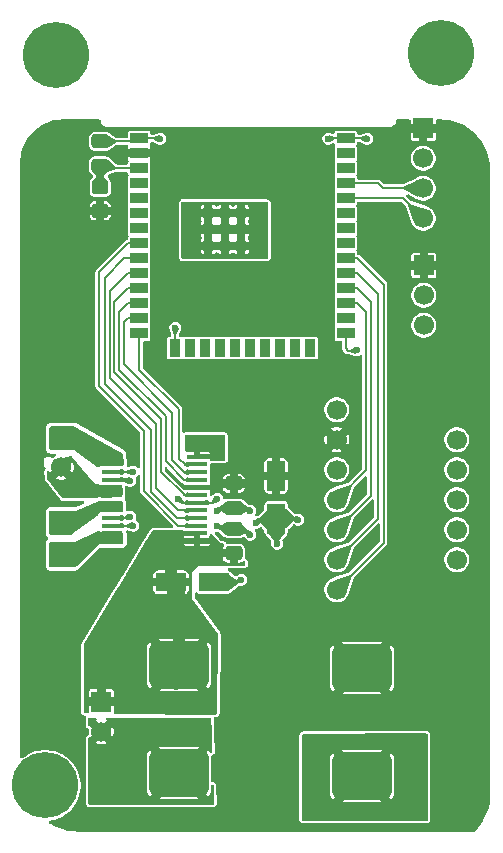
<source format=gbr>
%TF.GenerationSoftware,KiCad,Pcbnew,9.0.2-9.0.2-0~ubuntu24.04.1*%
%TF.CreationDate,2025-06-12T20:24:44+02:00*%
%TF.ProjectId,PCB_Robot,5043425f-526f-4626-9f74-2e6b69636164,rev?*%
%TF.SameCoordinates,Original*%
%TF.FileFunction,Copper,L1,Top*%
%TF.FilePolarity,Positive*%
%FSLAX46Y46*%
G04 Gerber Fmt 4.6, Leading zero omitted, Abs format (unit mm)*
G04 Created by KiCad (PCBNEW 9.0.2-9.0.2-0~ubuntu24.04.1) date 2025-06-12 20:24:44*
%MOMM*%
%LPD*%
G01*
G04 APERTURE LIST*
G04 Aperture macros list*
%AMRoundRect*
0 Rectangle with rounded corners*
0 $1 Rounding radius*
0 $2 $3 $4 $5 $6 $7 $8 $9 X,Y pos of 4 corners*
0 Add a 4 corners polygon primitive as box body*
4,1,4,$2,$3,$4,$5,$6,$7,$8,$9,$2,$3,0*
0 Add four circle primitives for the rounded corners*
1,1,$1+$1,$2,$3*
1,1,$1+$1,$4,$5*
1,1,$1+$1,$6,$7*
1,1,$1+$1,$8,$9*
0 Add four rect primitives between the rounded corners*
20,1,$1+$1,$2,$3,$4,$5,0*
20,1,$1+$1,$4,$5,$6,$7,0*
20,1,$1+$1,$6,$7,$8,$9,0*
20,1,$1+$1,$8,$9,$2,$3,0*%
G04 Aperture macros list end*
%TA.AperFunction,ComponentPad*%
%ADD10C,5.600000*%
%TD*%
%TA.AperFunction,SMDPad,CuDef*%
%ADD11R,1.500000X0.900000*%
%TD*%
%TA.AperFunction,SMDPad,CuDef*%
%ADD12R,0.900000X1.500000*%
%TD*%
%TA.AperFunction,SMDPad,CuDef*%
%ADD13R,0.900000X0.900000*%
%TD*%
%TA.AperFunction,ComponentPad*%
%ADD14C,1.700000*%
%TD*%
%TA.AperFunction,ComponentPad*%
%ADD15R,1.700000X1.700000*%
%TD*%
%TA.AperFunction,SMDPad,CuDef*%
%ADD16RoundRect,0.600000X-1.900000X-1.400000X1.900000X-1.400000X1.900000X1.400000X-1.900000X1.400000X0*%
%TD*%
%TA.AperFunction,SMDPad,CuDef*%
%ADD17RoundRect,0.250000X0.475000X-0.337500X0.475000X0.337500X-0.475000X0.337500X-0.475000X-0.337500X0*%
%TD*%
%TA.AperFunction,SMDPad,CuDef*%
%ADD18RoundRect,0.250000X0.450000X-0.350000X0.450000X0.350000X-0.450000X0.350000X-0.450000X-0.350000X0*%
%TD*%
%TA.AperFunction,SMDPad,CuDef*%
%ADD19RoundRect,0.250000X-0.550000X1.050000X-0.550000X-1.050000X0.550000X-1.050000X0.550000X1.050000X0*%
%TD*%
%TA.AperFunction,SMDPad,CuDef*%
%ADD20RoundRect,0.250000X-1.050000X-0.550000X1.050000X-0.550000X1.050000X0.550000X-1.050000X0.550000X0*%
%TD*%
%TA.AperFunction,SMDPad,CuDef*%
%ADD21RoundRect,0.250000X-0.475000X0.337500X-0.475000X-0.337500X0.475000X-0.337500X0.475000X0.337500X0*%
%TD*%
%TA.AperFunction,SMDPad,CuDef*%
%ADD22R,1.750000X0.450000*%
%TD*%
%TA.AperFunction,ViaPad*%
%ADD23C,0.600000*%
%TD*%
%TA.AperFunction,ViaPad*%
%ADD24C,0.800000*%
%TD*%
%TA.AperFunction,Conductor*%
%ADD25C,0.200000*%
%TD*%
%TA.AperFunction,Conductor*%
%ADD26C,1.000000*%
%TD*%
G04 APERTURE END LIST*
D10*
%TO.P,REF\u002A\u002A,1*%
%TO.N,N/C*%
X116230400Y-136804400D03*
%TD*%
%TO.P,REF\u002A\u002A,1*%
%TO.N,N/C*%
X149758400Y-74828400D03*
%TD*%
%TO.P,REF\u002A\u002A,1*%
%TO.N,N/C*%
X117195600Y-74930000D03*
%TD*%
D11*
%TO.P,U1,1,GND*%
%TO.N,GND*%
X124200000Y-82000000D03*
%TO.P,U1,2,3V3*%
%TO.N,+3V3*%
X124200000Y-83270000D03*
%TO.P,U1,3,EN/CHIP_PU*%
%TO.N,Net-(U1-EN{slash}CHIP_PU)*%
X124200000Y-84540000D03*
%TO.P,U1,4,SENSOR_VP/GPIO36/ADC1_CH0*%
%TO.N,unconnected-(U1-SENSOR_VP{slash}GPIO36{slash}ADC1_CH0-Pad4)*%
X124200000Y-85810000D03*
%TO.P,U1,5,SENSOR_VN/GPIO39/ADC1_CH3*%
%TO.N,unconnected-(U1-SENSOR_VN{slash}GPIO39{slash}ADC1_CH3-Pad5)*%
X124200000Y-87080000D03*
%TO.P,U1,6,GPIO34/ADC1_CH6*%
%TO.N,unconnected-(U1-GPIO34{slash}ADC1_CH6-Pad6)*%
X124200000Y-88350000D03*
%TO.P,U1,7,GPIO35/ADC1_CH7*%
%TO.N,unconnected-(U1-GPIO35{slash}ADC1_CH7-Pad7)*%
X124200000Y-89620000D03*
%TO.P,U1,8,32K_XP/GPIO32/ADC1_CH4*%
%TO.N,/MT_PWMB*%
X124200000Y-90890000D03*
%TO.P,U1,9,32K_XN/GPIO33/ADC1_CH5*%
%TO.N,/MT_BIN2*%
X124200000Y-92160000D03*
%TO.P,U1,10,DAC_1/ADC2_CH8/GPIO25*%
%TO.N,/MT_BIN1*%
X124200000Y-93430000D03*
%TO.P,U1,11,DAC_2/ADC2_CH9/GPIO26*%
%TO.N,/MT_STBY*%
X124200000Y-94700000D03*
%TO.P,U1,12,ADC2_CH7/GPIO27*%
%TO.N,/MT_AIN1*%
X124200000Y-95970000D03*
%TO.P,U1,13,MTMS/GPIO14/ADC2_CH6*%
%TO.N,/MT_AIN2*%
X124200000Y-97240000D03*
%TO.P,U1,14,MTDI/GPIO12/ADC2_CH5*%
%TO.N,/MT_PWMA*%
X124200000Y-98510000D03*
D12*
%TO.P,U1,15,GND*%
%TO.N,GND*%
X127230000Y-99760000D03*
%TO.P,U1,16,MTCK/GPIO13/ADC2_CH4*%
%TO.N,unconnected-(U1-MTCK{slash}GPIO13{slash}ADC2_CH4-Pad16)*%
X128500000Y-99760000D03*
%TO.P,U1,17*%
%TO.N,N/C*%
X129770000Y-99760000D03*
%TO.P,U1,18*%
X131040000Y-99760000D03*
%TO.P,U1,19*%
X132310000Y-99760000D03*
%TO.P,U1,20*%
X133580000Y-99760000D03*
%TO.P,U1,21*%
X134850000Y-99760000D03*
%TO.P,U1,22*%
X136120000Y-99760000D03*
%TO.P,U1,23,MTDO/GPIO15/ADC2_CH3*%
%TO.N,unconnected-(U1-MTDO{slash}GPIO15{slash}ADC2_CH3-Pad23)*%
X137390000Y-99760000D03*
%TO.P,U1,24,ADC2_CH2/GPIO2*%
%TO.N,unconnected-(U1-ADC2_CH2{slash}GPIO2-Pad24)*%
X138660000Y-99760000D03*
D11*
%TO.P,U1,25,GPIO0/BOOT/ADC2_CH1*%
%TO.N,Net-(JP1-C)*%
X141700000Y-98510000D03*
%TO.P,U1,26,ADC2_CH0/GPIO4*%
%TO.N,unconnected-(U1-ADC2_CH0{slash}GPIO4-Pad26)*%
X141700000Y-97240000D03*
%TO.P,U1,27,GPIO16*%
%TO.N,/BMI_SCK*%
X141700000Y-95970000D03*
%TO.P,U1,28,GPIO17*%
%TO.N,/BMI_MOSI*%
X141700000Y-94700000D03*
%TO.P,U1,29,GPIO5*%
%TO.N,/BMI_CS*%
X141700000Y-93430000D03*
%TO.P,U1,30,GPIO18*%
%TO.N,/BMI_MISO*%
X141700000Y-92160000D03*
%TO.P,U1,31,GPIO19*%
%TO.N,unconnected-(U1-GPIO19-Pad31)*%
X141700000Y-90890000D03*
%TO.P,U1,32*%
%TO.N,N/C*%
X141700000Y-89620000D03*
%TO.P,U1,33,GPIO21*%
%TO.N,unconnected-(U1-GPIO21-Pad33)*%
X141700000Y-88350000D03*
%TO.P,U1,34,U0RXD/GPIO3*%
%TO.N,Net-(J1-Pin_4)*%
X141700000Y-87080000D03*
%TO.P,U1,35,U0TXD/GPIO1*%
%TO.N,Net-(J1-Pin_3)*%
X141700000Y-85810000D03*
%TO.P,U1,36,GPIO22*%
%TO.N,unconnected-(U1-GPIO22-Pad36)*%
X141700000Y-84540000D03*
%TO.P,U1,37,GPIO23*%
%TO.N,unconnected-(U1-GPIO23-Pad37)*%
X141700000Y-83270000D03*
%TO.P,U1,38,GND*%
%TO.N,GND*%
X141700000Y-82000000D03*
D13*
%TO.P,U1,39,GND_THERMAL*%
X130050000Y-88320000D03*
X130050000Y-88320000D03*
X130050000Y-89720000D03*
X130050000Y-91120000D03*
X130050000Y-91120000D03*
X131450000Y-88320000D03*
X131450000Y-89720000D03*
X131450000Y-91120000D03*
X131450000Y-91120000D03*
X132850000Y-88320000D03*
X132850000Y-89720000D03*
X132850000Y-91120000D03*
%TD*%
D14*
%TO.P,J1,4,Pin_4*%
%TO.N,Net-(J1-Pin_4)*%
X148250000Y-88790000D03*
%TO.P,J1,3,Pin_3*%
%TO.N,Net-(J1-Pin_3)*%
X148250000Y-86250000D03*
%TO.P,J1,2,Pin_2*%
%TO.N,GND*%
X148250000Y-83710000D03*
D15*
%TO.P,J1,1,Pin_1*%
%TO.N,+3V3*%
X148250000Y-81170000D03*
%TD*%
D16*
%TO.P,U4,1,Vin*%
%TO.N,/V_MOTOR*%
X127553000Y-126601000D03*
%TO.P,U4,2,GND*%
%TO.N,GND*%
X127553000Y-135745000D03*
%TO.P,U4,3,GND*%
X143047000Y-135999000D03*
%TO.P,U4,4,3v3*%
%TO.N,+3V3*%
X143047000Y-126855000D03*
%TD*%
D15*
%TO.P,JP1,1,A*%
%TO.N,+3V3*%
X148300000Y-92770000D03*
D14*
%TO.P,JP1,2,C*%
%TO.N,Net-(JP1-C)*%
X148300000Y-95310000D03*
%TO.P,JP1,3,B*%
%TO.N,GND*%
X148300000Y-97850000D03*
%TD*%
%TO.P,U3,1,Vin*%
%TO.N,unconnected-(U3-Vin-Pad1)*%
X140920000Y-104980000D03*
%TO.P,U3,2,3v3*%
%TO.N,+3V3*%
X140920000Y-107520000D03*
%TO.P,U3,3,GND*%
%TO.N,GND*%
X140920000Y-110060000D03*
%TO.P,U3,4,SCL/SCK*%
%TO.N,/BMI_SCK*%
X140920000Y-112600000D03*
%TO.P,U3,5,SDA/MOSI*%
%TO.N,/BMI_MOSI*%
X140920000Y-115140000D03*
%TO.P,U3,6,CS/CSB*%
%TO.N,/BMI_CS*%
X140920000Y-117680000D03*
%TO.P,U3,7,SA0/MISO*%
%TO.N,/BMI_MISO*%
X140920000Y-120220000D03*
%TO.P,U3,8,CSO*%
%TO.N,unconnected-(U3-CSO-Pad8)*%
X151080000Y-107520000D03*
%TO.P,U3,9,INT2*%
%TO.N,unconnected-(U3-INT2-Pad9)*%
X151080000Y-110060000D03*
%TO.P,U3,10,INT1*%
%TO.N,unconnected-(U3-INT1-Pad10)*%
X151080000Y-112600000D03*
%TO.P,U3,11,SCX*%
%TO.N,unconnected-(U3-SCX-Pad11)*%
X151080000Y-115140000D03*
%TO.P,U3,12,SDX*%
%TO.N,unconnected-(U3-SDX-Pad12)*%
X151080000Y-117680000D03*
%TD*%
D17*
%TO.P,C5,1*%
%TO.N,/V_MOTOR*%
X132200000Y-117137500D03*
%TO.P,C5,2*%
%TO.N,GND*%
X132200000Y-115062500D03*
%TD*%
D15*
%TO.P,J3,1,Pin_1*%
%TO.N,Net-(J3-Pin_1)*%
X117600000Y-107325000D03*
D14*
%TO.P,J3,2,Pin_2*%
%TO.N,Net-(J3-Pin_2)*%
X117600000Y-109865000D03*
%TD*%
D15*
%TO.P,J2,1,Pin_1*%
%TO.N,/V_MOTOR*%
X121000000Y-129700000D03*
D14*
%TO.P,J2,2,Pin_2*%
%TO.N,GND*%
X121000000Y-132240000D03*
%TD*%
D18*
%TO.P,R1,1*%
%TO.N,+3V3*%
X120900000Y-88150000D03*
%TO.P,R1,2*%
%TO.N,Net-(U1-EN{slash}CHIP_PU)*%
X120900000Y-86150000D03*
%TD*%
D15*
%TO.P,J4,1,Pin_1*%
%TO.N,Net-(J4-Pin_1)*%
X117600000Y-117140000D03*
D14*
%TO.P,J4,2,Pin_2*%
%TO.N,Net-(J4-Pin_2)*%
X117600000Y-114600000D03*
%TD*%
D17*
%TO.P,C1,1*%
%TO.N,Net-(U1-EN{slash}CHIP_PU)*%
X120900000Y-84337500D03*
%TO.P,C1,2*%
%TO.N,GND*%
X120900000Y-82262500D03*
%TD*%
D19*
%TO.P,C2,1*%
%TO.N,+3V3*%
X135800000Y-110600000D03*
%TO.P,C2,2*%
%TO.N,GND*%
X135800000Y-114200000D03*
%TD*%
D20*
%TO.P,C4,1*%
%TO.N,/V_MOTOR*%
X126900000Y-119600000D03*
%TO.P,C4,2*%
%TO.N,GND*%
X130500000Y-119600000D03*
%TD*%
D21*
%TO.P,C3,1*%
%TO.N,+3V3*%
X132200000Y-111225000D03*
%TO.P,C3,2*%
%TO.N,GND*%
X132200000Y-113300000D03*
%TD*%
D22*
%TO.P,U2,1,AO1*%
%TO.N,Net-(J3-Pin_1)*%
X121890000Y-108965000D03*
%TO.P,U2,2,AO1*%
X121890000Y-109615000D03*
%TO.P,U2,3,PGND1*%
%TO.N,GND*%
X121890000Y-110265000D03*
%TO.P,U2,4,PGND1*%
X121890000Y-110915000D03*
%TO.P,U2,5,AO2*%
%TO.N,Net-(J3-Pin_2)*%
X121890000Y-111565000D03*
%TO.P,U2,6,AO2*%
X121890000Y-112215000D03*
%TO.P,U2,7,BO2*%
%TO.N,Net-(J4-Pin_2)*%
X121890000Y-112865000D03*
%TO.P,U2,8,BO2*%
X121890000Y-113515000D03*
%TO.P,U2,9,PGND2*%
%TO.N,GND*%
X121890000Y-114165000D03*
%TO.P,U2,10,PGND2*%
X121890000Y-114815000D03*
%TO.P,U2,11,BO1*%
%TO.N,Net-(J4-Pin_1)*%
X121890000Y-115465000D03*
%TO.P,U2,12,BO1*%
X121890000Y-116115000D03*
%TO.P,U2,13,VM2*%
%TO.N,/V_MOTOR*%
X129090000Y-116115000D03*
%TO.P,U2,14,VM3*%
X129090000Y-115465000D03*
%TO.P,U2,15,PWMB*%
%TO.N,/MT_PWMB*%
X129090000Y-114815000D03*
%TO.P,U2,16,BIN2*%
%TO.N,/MT_BIN2*%
X129090000Y-114165000D03*
%TO.P,U2,17,BIN1*%
%TO.N,/MT_BIN1*%
X129090000Y-113515000D03*
%TO.P,U2,18,GND*%
%TO.N,GND*%
X129090000Y-112865000D03*
%TO.P,U2,19,STBY*%
%TO.N,/MT_STBY*%
X129090000Y-112215000D03*
%TO.P,U2,20,VCC*%
%TO.N,+3V3*%
X129090000Y-111565000D03*
%TO.P,U2,21,AIN1*%
%TO.N,/MT_AIN1*%
X129090000Y-110915000D03*
%TO.P,U2,22,AIN2*%
%TO.N,/MT_AIN2*%
X129090000Y-110265000D03*
%TO.P,U2,23,PWMA*%
%TO.N,/MT_PWMA*%
X129090000Y-109615000D03*
%TO.P,U2,24,VM1*%
%TO.N,/V_MOTOR*%
X129090000Y-108965000D03*
%TD*%
D23*
%TO.N,GND*%
X139750800Y-138785600D03*
X120396000Y-136652000D03*
X120396000Y-135382000D03*
X121666000Y-135382000D03*
X144322800Y-139039600D03*
X123698000Y-114808000D03*
X130810000Y-113538000D03*
X142798800Y-139039600D03*
X144068800Y-133197600D03*
X130810000Y-114808000D03*
X121666000Y-134112000D03*
X137668000Y-114300000D03*
X120396000Y-137922000D03*
X123444000Y-132842000D03*
X128270000Y-88138000D03*
X123444000Y-110998000D03*
X127762000Y-131826000D03*
X147116800Y-135737600D03*
X129032000Y-132842000D03*
X121666000Y-137922000D03*
X143510000Y-82042000D03*
X138480800Y-137515600D03*
X129032000Y-131826000D03*
X147116800Y-138531600D03*
X132842000Y-119380000D03*
X123190000Y-136652000D03*
X134366000Y-89154000D03*
X123190000Y-135382000D03*
X138988800Y-135991600D03*
X134366000Y-88138000D03*
X127502235Y-112527765D03*
X123444000Y-114046000D03*
X125984000Y-82042000D03*
X141528800Y-139293600D03*
X139496800Y-134975600D03*
X126238000Y-132842000D03*
X123190000Y-137922000D03*
X123190000Y-134112000D03*
X124968000Y-132842000D03*
X128524000Y-91440000D03*
X134112000Y-114554000D03*
X126238000Y-131826000D03*
X138734800Y-133197600D03*
X145846800Y-139039600D03*
X141782800Y-133197600D03*
X123444000Y-131826000D03*
X140258800Y-133197600D03*
X123698000Y-110236000D03*
X133604000Y-113538000D03*
X133604000Y-115570000D03*
X147116800Y-134213600D03*
X130810000Y-112522000D03*
X135890000Y-116332000D03*
X134620000Y-91186000D03*
X121666000Y-136652000D03*
X124968000Y-131826000D03*
X120396000Y-134112000D03*
X128524000Y-89154000D03*
X146608800Y-133197600D03*
X127762000Y-132842000D03*
X147116800Y-137261600D03*
X134366000Y-90170000D03*
X138734800Y-134213600D03*
X127254000Y-98044000D03*
X128524000Y-90424000D03*
X140208000Y-82042000D03*
%TO.N,/V_MOTOR*%
X130700000Y-109000000D03*
X130700000Y-107600000D03*
X129900000Y-107600000D03*
D24*
X128900000Y-107700000D03*
D23*
X126300000Y-116600000D03*
X130700000Y-108300000D03*
X129900000Y-108300000D03*
%TO.N,Net-(JP1-C)*%
X142650000Y-99950000D03*
%TD*%
D25*
%TO.N,Net-(U1-EN{slash}CHIP_PU)*%
X121337500Y-84337500D02*
X121540000Y-84540000D01*
X120900000Y-86150000D02*
X120900000Y-84337500D01*
X121540000Y-84540000D02*
X124200000Y-84540000D01*
X120900000Y-84337500D02*
X121337500Y-84337500D01*
%TO.N,GND*%
X124200000Y-82000000D02*
X125942000Y-82000000D01*
X140250000Y-82000000D02*
X140208000Y-82042000D01*
X130500000Y-119600000D02*
X132622000Y-119600000D01*
X127230000Y-99760000D02*
X127230000Y-98068000D01*
X132200000Y-113300000D02*
X131048000Y-113300000D01*
X141700000Y-82000000D02*
X140250000Y-82000000D01*
X130467000Y-112865000D02*
X130810000Y-112522000D01*
X132622000Y-119600000D02*
X132842000Y-119380000D01*
X121890000Y-110915000D02*
X123361000Y-110915000D01*
X127230000Y-98068000D02*
X127254000Y-98044000D01*
X131064500Y-115062500D02*
X130810000Y-114808000D01*
X125942000Y-82000000D02*
X125984000Y-82042000D01*
X137568000Y-114200000D02*
X137668000Y-114300000D01*
X141700000Y-82000000D02*
X143468000Y-82000000D01*
X121890000Y-110265000D02*
X123669000Y-110265000D01*
X135800000Y-114200000D02*
X137568000Y-114200000D01*
X123325000Y-114165000D02*
X123444000Y-114046000D01*
X121890000Y-114815000D02*
X123691000Y-114815000D01*
X129090000Y-112865000D02*
X127839470Y-112865000D01*
X129090000Y-112865000D02*
X130467000Y-112865000D01*
X132200000Y-115062500D02*
X131064500Y-115062500D01*
X135800000Y-114200000D02*
X134466000Y-114200000D01*
X133366000Y-113300000D02*
X133604000Y-113538000D01*
X123937500Y-82262500D02*
X124200000Y-82000000D01*
X123669000Y-110265000D02*
X123698000Y-110236000D01*
X135800000Y-114200000D02*
X135800000Y-116242000D01*
X133096500Y-115062500D02*
X133604000Y-115570000D01*
X123361000Y-110915000D02*
X123444000Y-110998000D01*
X120900000Y-82262500D02*
X123937500Y-82262500D01*
X123691000Y-114815000D02*
X123698000Y-114808000D01*
X132200000Y-113300000D02*
X133366000Y-113300000D01*
X132200000Y-115062500D02*
X133096500Y-115062500D01*
X127839470Y-112865000D02*
X127502235Y-112527765D01*
X131048000Y-113300000D02*
X130810000Y-113538000D01*
X121890000Y-114165000D02*
X123325000Y-114165000D01*
X134466000Y-114200000D02*
X134112000Y-114554000D01*
X143468000Y-82000000D02*
X143510000Y-82042000D01*
X135800000Y-116242000D02*
X135890000Y-116332000D01*
%TO.N,+3V3*%
X132200000Y-111225000D02*
X131040000Y-111225000D01*
D26*
X132307500Y-111332500D02*
X132200000Y-111225000D01*
D25*
X131040000Y-111225000D02*
X130700000Y-111565000D01*
X129090000Y-111565000D02*
X130700000Y-111565000D01*
D26*
%TO.N,/V_MOTOR*%
X126900000Y-119600000D02*
X126900000Y-117200000D01*
X127553000Y-120253000D02*
X126900000Y-119600000D01*
X127553000Y-126601000D02*
X127553000Y-120253000D01*
X127306000Y-128252000D02*
X127306000Y-128106000D01*
X126900000Y-117200000D02*
X126300000Y-116600000D01*
D25*
%TO.N,Net-(J1-Pin_4)*%
X146540000Y-87080000D02*
X148250000Y-88790000D01*
X141700000Y-87080000D02*
X146540000Y-87080000D01*
%TO.N,Net-(J1-Pin_3)*%
X141700000Y-85810000D02*
X144410000Y-85810000D01*
X144800000Y-86200000D02*
X148200000Y-86200000D01*
X148200000Y-86200000D02*
X148250000Y-86250000D01*
X144410000Y-85810000D02*
X144800000Y-86200000D01*
%TO.N,Net-(JP1-C)*%
X141900000Y-100000000D02*
X141700000Y-99800000D01*
X142650000Y-99950000D02*
X142600000Y-100000000D01*
X141700000Y-99800000D02*
X141700000Y-98510000D01*
X142600000Y-100000000D02*
X141900000Y-100000000D01*
%TO.N,/MT_AIN2*%
X122904000Y-97596000D02*
X123260000Y-97240000D01*
X129090000Y-110265000D02*
X128015000Y-110265000D01*
X126975000Y-109225000D02*
X126975000Y-105226000D01*
X122904000Y-101155000D02*
X122904000Y-97596000D01*
X126975000Y-105226000D02*
X122904000Y-101155000D01*
X123260000Y-97240000D02*
X124200000Y-97240000D01*
X128015000Y-110265000D02*
X126975000Y-109225000D01*
%TO.N,/MT_PWMA*%
X127550000Y-109127000D02*
X127550000Y-104950000D01*
X128038000Y-109615000D02*
X127550000Y-109127000D01*
X127550000Y-104950000D02*
X124200000Y-101600000D01*
X129090000Y-109615000D02*
X128038000Y-109615000D01*
X124200000Y-101600000D02*
X124200000Y-98510000D01*
%TO.N,/MT_BIN1*%
X125600000Y-106200000D02*
X121701000Y-102301000D01*
X123250000Y-93430000D02*
X124200000Y-93430000D01*
X121701000Y-102301000D02*
X121701000Y-94979000D01*
X121701000Y-94979000D02*
X123250000Y-93430000D01*
X129090000Y-113515000D02*
X127485000Y-113515000D01*
X127485000Y-113515000D02*
X125600000Y-111630000D01*
X125600000Y-111630000D02*
X125600000Y-106200000D01*
%TO.N,/MT_BIN2*%
X121300000Y-102800000D02*
X121300000Y-93800000D01*
X125199000Y-111935900D02*
X125199000Y-106699000D01*
X122940000Y-92160000D02*
X124200000Y-92160000D01*
X125199000Y-106699000D02*
X121300000Y-102800000D01*
X121300000Y-93800000D02*
X122940000Y-92160000D01*
X127428100Y-114165000D02*
X125199000Y-111935900D01*
X129090000Y-114165000D02*
X127428100Y-114165000D01*
%TO.N,/MT_STBY*%
X122102000Y-95848000D02*
X123250000Y-94700000D01*
X122102000Y-101802000D02*
X122102000Y-95848000D01*
X126049000Y-110226000D02*
X126049000Y-105749000D01*
X123250000Y-94700000D02*
X124200000Y-94700000D01*
X126049000Y-105749000D02*
X122102000Y-101802000D01*
X128038000Y-112215000D02*
X126049000Y-110226000D01*
X129090000Y-112215000D02*
X128038000Y-112215000D01*
%TO.N,/MT_PWMB*%
X120799000Y-102866100D02*
X120799000Y-102533200D01*
X120797000Y-102531200D02*
X120797000Y-93343000D01*
X127511000Y-114815000D02*
X124600000Y-111904000D01*
X120800000Y-103000000D02*
X120800000Y-102867100D01*
X129090000Y-114815000D02*
X127511000Y-114815000D01*
X120797000Y-93343000D02*
X123250000Y-90890000D01*
X120800000Y-102867100D02*
X120799000Y-102866100D01*
X124600000Y-106800000D02*
X120800000Y-103000000D01*
X123250000Y-90890000D02*
X124200000Y-90890000D01*
X124600000Y-111904000D02*
X124600000Y-106800000D01*
X120799000Y-102533200D02*
X120797000Y-102531200D01*
%TO.N,/MT_AIN1*%
X122503000Y-101603000D02*
X122503000Y-96717000D01*
X122503000Y-96717000D02*
X123250000Y-95970000D01*
X123250000Y-95970000D02*
X124200000Y-95970000D01*
X128015000Y-110915000D02*
X126450000Y-109350000D01*
X129090000Y-110915000D02*
X128015000Y-110915000D01*
X126450000Y-109350000D02*
X126450000Y-105550000D01*
X126450000Y-105550000D02*
X122503000Y-101603000D01*
%TO.N,/BMI_MOSI*%
X143800000Y-95850000D02*
X142650000Y-94700000D01*
X140920000Y-115140000D02*
X143800000Y-112260000D01*
X142650000Y-94700000D02*
X141700000Y-94700000D01*
X143800000Y-112260000D02*
X143800000Y-95850000D01*
%TO.N,/BMI_SCK*%
X143399000Y-96719000D02*
X142650000Y-95970000D01*
X140920000Y-112600000D02*
X143399000Y-110121000D01*
X142650000Y-95970000D02*
X141700000Y-95970000D01*
X143399000Y-110121000D02*
X143399000Y-96719000D01*
%TO.N,/BMI_CS*%
X144400000Y-95200000D02*
X142630000Y-93430000D01*
X142630000Y-93430000D02*
X141700000Y-93430000D01*
X144400000Y-114200000D02*
X144400000Y-95200000D01*
X140920000Y-117680000D02*
X144400000Y-114200000D01*
%TO.N,/BMI_MISO*%
X144900000Y-116240000D02*
X144900000Y-94400000D01*
X140920000Y-120220000D02*
X144900000Y-116240000D01*
X144900000Y-94400000D02*
X142660000Y-92160000D01*
X142660000Y-92160000D02*
X141700000Y-92160000D01*
%TD*%
%TA.AperFunction,Conductor*%
%TO.N,Net-(J3-Pin_2)*%
G36*
X122800000Y-112200000D02*
G01*
X120600000Y-112200000D01*
X120600000Y-111600000D01*
X122800000Y-111600000D01*
X122800000Y-112200000D01*
G37*
%TD.AperFunction*%
%TD*%
%TA.AperFunction,Conductor*%
%TO.N,GND*%
G36*
X135071039Y-87395685D02*
G01*
X135116794Y-87448489D01*
X135128000Y-87500000D01*
X135128000Y-92078000D01*
X135108315Y-92145039D01*
X135055511Y-92190794D01*
X135004000Y-92202000D01*
X127886000Y-92202000D01*
X127818961Y-92182315D01*
X127773206Y-92129511D01*
X127762000Y-92078000D01*
X127762000Y-91589702D01*
X129400000Y-91589702D01*
X129411602Y-91648033D01*
X129411603Y-91648034D01*
X129455808Y-91714191D01*
X129521965Y-91758396D01*
X129521966Y-91758397D01*
X129580297Y-91769999D01*
X129580301Y-91770000D01*
X129700000Y-91770000D01*
X130400000Y-91770000D01*
X130519699Y-91770000D01*
X130519702Y-91769999D01*
X130578033Y-91758397D01*
X130578034Y-91758396D01*
X130644191Y-91714192D01*
X130646896Y-91710144D01*
X130700507Y-91665337D01*
X130769832Y-91656628D01*
X130832860Y-91686781D01*
X130853104Y-91710144D01*
X130855808Y-91714192D01*
X130921965Y-91758396D01*
X130921966Y-91758397D01*
X130980297Y-91769999D01*
X130980301Y-91770000D01*
X131100000Y-91770000D01*
X131800000Y-91770000D01*
X131919699Y-91770000D01*
X131919702Y-91769999D01*
X131978033Y-91758397D01*
X131978034Y-91758396D01*
X132044191Y-91714192D01*
X132046896Y-91710144D01*
X132100507Y-91665337D01*
X132169832Y-91656628D01*
X132232860Y-91686781D01*
X132253104Y-91710144D01*
X132255808Y-91714192D01*
X132321965Y-91758396D01*
X132321966Y-91758397D01*
X132380297Y-91769999D01*
X132380301Y-91770000D01*
X132500000Y-91770000D01*
X133200000Y-91770000D01*
X133319699Y-91770000D01*
X133319702Y-91769999D01*
X133378033Y-91758397D01*
X133378034Y-91758396D01*
X133444191Y-91714191D01*
X133488396Y-91648034D01*
X133488397Y-91648033D01*
X133499999Y-91589702D01*
X133500000Y-91589699D01*
X133500000Y-91470000D01*
X133200000Y-91470000D01*
X133200000Y-91770000D01*
X132500000Y-91770000D01*
X132500000Y-91470000D01*
X131800000Y-91470000D01*
X131800000Y-91770000D01*
X131100000Y-91770000D01*
X131100000Y-91470000D01*
X130400000Y-91470000D01*
X130400000Y-91770000D01*
X129700000Y-91770000D01*
X129700000Y-91470000D01*
X129400000Y-91470000D01*
X129400000Y-91589702D01*
X127762000Y-91589702D01*
X127762000Y-90189702D01*
X129400000Y-90189702D01*
X129411602Y-90248033D01*
X129411603Y-90248034D01*
X129455807Y-90314190D01*
X129459859Y-90316898D01*
X129504663Y-90370511D01*
X129513370Y-90439836D01*
X129483215Y-90502863D01*
X129459859Y-90523102D01*
X129455807Y-90525809D01*
X129411603Y-90591965D01*
X129411602Y-90591966D01*
X129400000Y-90650297D01*
X129400000Y-90770000D01*
X129700000Y-90770000D01*
X130400000Y-90770000D01*
X131100000Y-90770000D01*
X131800000Y-90770000D01*
X132500000Y-90770000D01*
X133200000Y-90770000D01*
X133500000Y-90770000D01*
X133500000Y-90650301D01*
X133499999Y-90650297D01*
X133488397Y-90591966D01*
X133488396Y-90591965D01*
X133444192Y-90525808D01*
X133440144Y-90523104D01*
X133395337Y-90469493D01*
X133386628Y-90400168D01*
X133416781Y-90337140D01*
X133440144Y-90316896D01*
X133444192Y-90314191D01*
X133488396Y-90248034D01*
X133488397Y-90248033D01*
X133499999Y-90189702D01*
X133500000Y-90189699D01*
X133500000Y-90070000D01*
X133200000Y-90070000D01*
X133200000Y-90770000D01*
X132500000Y-90770000D01*
X132500000Y-90070000D01*
X131800000Y-90070000D01*
X131800000Y-90770000D01*
X131100000Y-90770000D01*
X131100000Y-90070000D01*
X130400000Y-90070000D01*
X130400000Y-90770000D01*
X129700000Y-90770000D01*
X129700000Y-90070000D01*
X129400000Y-90070000D01*
X129400000Y-90189702D01*
X127762000Y-90189702D01*
X127762000Y-88789702D01*
X129400000Y-88789702D01*
X129411602Y-88848033D01*
X129411603Y-88848034D01*
X129455807Y-88914190D01*
X129459859Y-88916898D01*
X129504663Y-88970511D01*
X129513370Y-89039836D01*
X129483215Y-89102863D01*
X129459859Y-89123102D01*
X129455807Y-89125809D01*
X129411603Y-89191965D01*
X129411602Y-89191966D01*
X129400000Y-89250297D01*
X129400000Y-89370000D01*
X129700000Y-89370000D01*
X130400000Y-89370000D01*
X131100000Y-89370000D01*
X131800000Y-89370000D01*
X132500000Y-89370000D01*
X133200000Y-89370000D01*
X133500000Y-89370000D01*
X133500000Y-89250301D01*
X133499999Y-89250297D01*
X133488397Y-89191966D01*
X133488396Y-89191965D01*
X133444192Y-89125808D01*
X133440144Y-89123104D01*
X133395337Y-89069493D01*
X133386628Y-89000168D01*
X133416781Y-88937140D01*
X133440144Y-88916896D01*
X133444192Y-88914191D01*
X133488396Y-88848034D01*
X133488397Y-88848033D01*
X133499999Y-88789702D01*
X133500000Y-88789699D01*
X133500000Y-88670000D01*
X133200000Y-88670000D01*
X133200000Y-89370000D01*
X132500000Y-89370000D01*
X132500000Y-88670000D01*
X131800000Y-88670000D01*
X131800000Y-89370000D01*
X131100000Y-89370000D01*
X131100000Y-88670000D01*
X130400000Y-88670000D01*
X130400000Y-89370000D01*
X129700000Y-89370000D01*
X129700000Y-88670000D01*
X129400000Y-88670000D01*
X129400000Y-88789702D01*
X127762000Y-88789702D01*
X127762000Y-87850297D01*
X129400000Y-87850297D01*
X129400000Y-87970000D01*
X129700000Y-87970000D01*
X130400000Y-87970000D01*
X131100000Y-87970000D01*
X131800000Y-87970000D01*
X132500000Y-87970000D01*
X133200000Y-87970000D01*
X133500000Y-87970000D01*
X133500000Y-87850301D01*
X133499999Y-87850297D01*
X133488397Y-87791966D01*
X133488396Y-87791965D01*
X133444191Y-87725808D01*
X133378034Y-87681603D01*
X133378033Y-87681602D01*
X133319702Y-87670000D01*
X133200000Y-87670000D01*
X133200000Y-87970000D01*
X132500000Y-87970000D01*
X132500000Y-87670000D01*
X132380297Y-87670000D01*
X132321966Y-87681602D01*
X132321965Y-87681603D01*
X132255809Y-87725807D01*
X132253102Y-87729859D01*
X132199489Y-87774663D01*
X132130164Y-87783370D01*
X132067137Y-87753215D01*
X132046898Y-87729859D01*
X132044190Y-87725807D01*
X131978034Y-87681603D01*
X131978033Y-87681602D01*
X131919702Y-87670000D01*
X131800000Y-87670000D01*
X131800000Y-87970000D01*
X131100000Y-87970000D01*
X131100000Y-87670000D01*
X130980297Y-87670000D01*
X130921966Y-87681602D01*
X130921965Y-87681603D01*
X130855809Y-87725807D01*
X130853102Y-87729859D01*
X130799489Y-87774663D01*
X130730164Y-87783370D01*
X130667137Y-87753215D01*
X130646898Y-87729859D01*
X130644190Y-87725807D01*
X130578034Y-87681603D01*
X130578033Y-87681602D01*
X130519702Y-87670000D01*
X130400000Y-87670000D01*
X130400000Y-87970000D01*
X129700000Y-87970000D01*
X129700000Y-87670000D01*
X129580297Y-87670000D01*
X129521966Y-87681602D01*
X129521965Y-87681603D01*
X129455808Y-87725808D01*
X129411603Y-87791965D01*
X129411602Y-87791966D01*
X129400000Y-87850297D01*
X127762000Y-87850297D01*
X127762000Y-87500000D01*
X127781685Y-87432961D01*
X127834489Y-87387206D01*
X127886000Y-87376000D01*
X135004000Y-87376000D01*
X135071039Y-87395685D01*
G37*
%TD.AperFunction*%
%TD*%
%TA.AperFunction,Conductor*%
%TO.N,/V_MOTOR*%
G36*
X127990677Y-115219685D02*
G01*
X128011319Y-115236319D01*
X128015000Y-115240000D01*
X128164664Y-115240000D01*
X128165583Y-115240003D01*
X128180330Y-115240112D01*
X128184737Y-115241560D01*
X128193330Y-115242664D01*
X128228286Y-115240500D01*
X128232634Y-115240500D01*
X128966000Y-115240500D01*
X129033039Y-115260185D01*
X129078794Y-115312989D01*
X129090000Y-115364500D01*
X129090000Y-115465000D01*
X129191000Y-115465000D01*
X129258039Y-115484685D01*
X129303794Y-115537489D01*
X129315000Y-115589000D01*
X129315000Y-115890000D01*
X130165000Y-115890000D01*
X130165000Y-115870301D01*
X130164999Y-115870300D01*
X130153839Y-115814192D01*
X130151881Y-115779743D01*
X130165425Y-115616561D01*
X130176232Y-115588564D01*
X130184685Y-115559779D01*
X130188681Y-115556315D01*
X130190587Y-115551380D01*
X130214818Y-115533668D01*
X130237489Y-115514024D01*
X130242723Y-115513271D01*
X130246995Y-115510149D01*
X130276952Y-115508349D01*
X130306647Y-115504080D01*
X130311458Y-115506277D01*
X130316739Y-115505960D01*
X130342909Y-115520640D01*
X130370203Y-115533105D01*
X130376287Y-115539364D01*
X130377676Y-115540143D01*
X130378437Y-115541575D01*
X130384966Y-115548292D01*
X131000000Y-116300000D01*
X131289101Y-116300000D01*
X131356140Y-116319685D01*
X131401895Y-116372489D01*
X131411839Y-116441647D01*
X131388871Y-116497634D01*
X131322653Y-116587354D01*
X131277850Y-116715395D01*
X131277850Y-116715399D01*
X131275000Y-116745793D01*
X131275000Y-116787500D01*
X132076000Y-116787500D01*
X132143039Y-116807185D01*
X132188794Y-116859989D01*
X132200000Y-116911500D01*
X132200000Y-117137500D01*
X132426000Y-117137500D01*
X132493039Y-117157185D01*
X132538794Y-117209989D01*
X132550000Y-117261500D01*
X132550000Y-117924999D01*
X132729196Y-117924999D01*
X132759606Y-117922148D01*
X132887645Y-117877346D01*
X133002366Y-117792678D01*
X133067995Y-117768707D01*
X133136165Y-117784022D01*
X133185234Y-117833762D01*
X133200000Y-117892448D01*
X133200000Y-118076000D01*
X133180315Y-118143039D01*
X133127511Y-118188794D01*
X133076000Y-118200000D01*
X129199999Y-118200000D01*
X128700000Y-118699999D01*
X128700000Y-121000000D01*
X130875395Y-123966448D01*
X130899166Y-124032150D01*
X130899388Y-124041600D01*
X130801812Y-130676737D01*
X130781143Y-130743480D01*
X130727672Y-130788454D01*
X130676728Y-130798909D01*
X122169379Y-130723622D01*
X122102516Y-130703345D01*
X122057230Y-130650138D01*
X122047899Y-130580895D01*
X122048859Y-130575434D01*
X122050000Y-130569698D01*
X122050000Y-130050000D01*
X121357106Y-130050000D01*
X121400099Y-130007007D01*
X121465925Y-129892993D01*
X121500000Y-129765826D01*
X121500000Y-129634174D01*
X121465925Y-129507007D01*
X121400099Y-129392993D01*
X121357106Y-129350000D01*
X122050000Y-129350000D01*
X122050000Y-128830303D01*
X122044171Y-128800999D01*
X125847973Y-128800999D01*
X125847974Y-128801000D01*
X129258026Y-128801000D01*
X129258026Y-128800999D01*
X127553000Y-127095974D01*
X125847973Y-128800999D01*
X122044171Y-128800999D01*
X122043196Y-128796095D01*
X122043196Y-128796092D01*
X122038396Y-128771966D01*
X122038396Y-128771965D01*
X121994191Y-128705808D01*
X121928034Y-128661603D01*
X121928033Y-128661602D01*
X121869702Y-128650000D01*
X121350000Y-128650000D01*
X121350000Y-129342894D01*
X121307007Y-129299901D01*
X121192993Y-129234075D01*
X121065826Y-129200000D01*
X120934174Y-129200000D01*
X120807007Y-129234075D01*
X120692993Y-129299901D01*
X120650000Y-129342894D01*
X120650000Y-128650000D01*
X120130297Y-128650000D01*
X120071966Y-128661602D01*
X120071965Y-128661603D01*
X120005808Y-128705808D01*
X119961603Y-128771965D01*
X119961602Y-128771966D01*
X119950000Y-128830297D01*
X119950000Y-129350000D01*
X120642894Y-129350000D01*
X120599901Y-129392993D01*
X120534075Y-129507007D01*
X120500000Y-129634174D01*
X120500000Y-129765826D01*
X120534075Y-129892993D01*
X120599901Y-130007007D01*
X120642894Y-130050000D01*
X119950000Y-130050000D01*
X119950000Y-130575790D01*
X119947993Y-130575790D01*
X119946792Y-130582113D01*
X119948881Y-130597614D01*
X119940408Y-130615739D01*
X119936678Y-130635393D01*
X119925918Y-130646741D01*
X119919295Y-130660911D01*
X119902368Y-130671578D01*
X119888605Y-130686095D01*
X119872621Y-130690325D01*
X119860185Y-130698164D01*
X119825207Y-130702877D01*
X119622903Y-130701087D01*
X119556040Y-130680810D01*
X119510754Y-130627603D01*
X119500000Y-130577092D01*
X119500000Y-125156069D01*
X124853000Y-125156069D01*
X124853000Y-128045930D01*
X124868122Y-128180141D01*
X124927663Y-128350301D01*
X125023577Y-128502948D01*
X125089827Y-128569198D01*
X127058026Y-126601000D01*
X127058026Y-126600999D01*
X127058025Y-126600998D01*
X128047974Y-126600998D01*
X128047974Y-126601001D01*
X130016171Y-128569198D01*
X130016173Y-128569198D01*
X130082420Y-128502951D01*
X130178336Y-128350301D01*
X130237877Y-128180141D01*
X130252999Y-128045930D01*
X130253000Y-128045930D01*
X130253000Y-125156070D01*
X130252999Y-125156069D01*
X130237877Y-125021858D01*
X130178336Y-124851698D01*
X130082422Y-124699051D01*
X130016172Y-124632801D01*
X130016171Y-124632801D01*
X128047974Y-126600998D01*
X127058025Y-126600998D01*
X125089827Y-124632801D01*
X125023577Y-124699051D01*
X124927663Y-124851698D01*
X124868122Y-125021858D01*
X124853000Y-125156069D01*
X119500000Y-125156069D01*
X119500000Y-124908802D01*
X119517833Y-124844736D01*
X119785605Y-124401000D01*
X125847973Y-124401000D01*
X127553000Y-126106026D01*
X129258026Y-124401000D01*
X125847973Y-124401000D01*
X119785605Y-124401000D01*
X119806708Y-124366029D01*
X122318159Y-120204196D01*
X125400001Y-120204196D01*
X125402851Y-120234606D01*
X125447653Y-120362645D01*
X125528207Y-120471792D01*
X125637354Y-120552346D01*
X125765397Y-120597149D01*
X125795792Y-120599999D01*
X126549999Y-120599999D01*
X127250000Y-120599999D01*
X128004196Y-120599999D01*
X128034606Y-120597148D01*
X128162645Y-120552346D01*
X128271792Y-120471792D01*
X128352346Y-120362645D01*
X128397149Y-120234604D01*
X128397149Y-120234600D01*
X128400000Y-120204206D01*
X128400000Y-119950000D01*
X127250000Y-119950000D01*
X127250000Y-120599999D01*
X126549999Y-120599999D01*
X126550000Y-120599998D01*
X126550000Y-119950000D01*
X125400001Y-119950000D01*
X125400001Y-120204196D01*
X122318159Y-120204196D01*
X122541208Y-119834572D01*
X123047368Y-118995793D01*
X125400000Y-118995793D01*
X125400000Y-119250000D01*
X126550000Y-119250000D01*
X127250000Y-119250000D01*
X128399999Y-119250000D01*
X128399999Y-118995803D01*
X128397148Y-118965393D01*
X128352346Y-118837354D01*
X128271792Y-118728207D01*
X128162645Y-118647653D01*
X128034602Y-118602850D01*
X128004207Y-118600000D01*
X127250000Y-118600000D01*
X127250000Y-119250000D01*
X126550000Y-119250000D01*
X126550000Y-118600000D01*
X125795803Y-118600000D01*
X125765393Y-118602851D01*
X125637354Y-118647653D01*
X125528207Y-118728207D01*
X125447653Y-118837354D01*
X125402850Y-118965395D01*
X125402850Y-118965399D01*
X125400000Y-118995793D01*
X123047368Y-118995793D01*
X123087775Y-118928832D01*
X123932383Y-117529196D01*
X131275001Y-117529196D01*
X131277851Y-117559606D01*
X131322653Y-117687645D01*
X131403207Y-117796792D01*
X131512354Y-117877346D01*
X131640397Y-117922149D01*
X131670792Y-117924999D01*
X131849999Y-117924999D01*
X131850000Y-117924998D01*
X131850000Y-117487500D01*
X131275001Y-117487500D01*
X131275001Y-117529196D01*
X123932383Y-117529196D01*
X124027199Y-117372072D01*
X124638112Y-116359702D01*
X128015000Y-116359702D01*
X128026602Y-116418033D01*
X128026603Y-116418034D01*
X128070808Y-116484191D01*
X128136965Y-116528396D01*
X128136966Y-116528397D01*
X128195297Y-116539999D01*
X128195301Y-116540000D01*
X128865000Y-116540000D01*
X129315000Y-116540000D01*
X129984699Y-116540000D01*
X129984702Y-116539999D01*
X130043033Y-116528397D01*
X130043034Y-116528396D01*
X130109191Y-116484191D01*
X130153396Y-116418034D01*
X130153397Y-116418033D01*
X130164999Y-116359702D01*
X130165000Y-116359699D01*
X130165000Y-116340000D01*
X129315000Y-116340000D01*
X129315000Y-116540000D01*
X128865000Y-116540000D01*
X128865000Y-116340000D01*
X128015000Y-116340000D01*
X128015000Y-116359702D01*
X124638112Y-116359702D01*
X124719656Y-116224572D01*
X124933439Y-115870303D01*
X128015000Y-115870303D01*
X128015000Y-115890000D01*
X128865000Y-115890000D01*
X128865000Y-115690000D01*
X128020091Y-115690000D01*
X128028050Y-115778949D01*
X128026161Y-115788444D01*
X128026161Y-115814190D01*
X128015000Y-115870303D01*
X124933439Y-115870303D01*
X124967300Y-115814190D01*
X125301766Y-115259931D01*
X125353255Y-115212705D01*
X125407932Y-115200000D01*
X127923638Y-115200000D01*
X127990677Y-115219685D01*
G37*
%TD.AperFunction*%
%TD*%
%TA.AperFunction,Conductor*%
%TO.N,+3V3*%
G36*
X120882939Y-80425685D02*
G01*
X120928694Y-80478489D01*
X120939900Y-80530000D01*
X120939900Y-80583892D01*
X120940832Y-80587370D01*
X120974008Y-80711187D01*
X121006954Y-80768250D01*
X121039900Y-80825314D01*
X121133086Y-80918500D01*
X121247214Y-80984392D01*
X121374508Y-81018500D01*
X121374510Y-81018500D01*
X145506290Y-81018500D01*
X145506292Y-81018500D01*
X145633586Y-80984392D01*
X145747714Y-80918500D01*
X145840900Y-80825314D01*
X145906792Y-80711186D01*
X145940900Y-80583892D01*
X145940900Y-80530000D01*
X145960585Y-80462961D01*
X146013389Y-80417206D01*
X146064900Y-80406000D01*
X147076000Y-80406000D01*
X147143039Y-80425685D01*
X147188794Y-80478489D01*
X147200000Y-80530000D01*
X147200000Y-80820000D01*
X147892894Y-80820000D01*
X147849901Y-80862993D01*
X147784075Y-80977007D01*
X147750000Y-81104174D01*
X147750000Y-81235826D01*
X147784075Y-81362993D01*
X147849901Y-81477007D01*
X147892894Y-81520000D01*
X147200000Y-81520000D01*
X147200000Y-82039702D01*
X147211602Y-82098033D01*
X147211603Y-82098034D01*
X147255808Y-82164191D01*
X147321965Y-82208396D01*
X147321966Y-82208397D01*
X147380297Y-82219999D01*
X147380301Y-82220000D01*
X147900000Y-82220000D01*
X147900000Y-81527106D01*
X147942993Y-81570099D01*
X148057007Y-81635925D01*
X148184174Y-81670000D01*
X148315826Y-81670000D01*
X148442993Y-81635925D01*
X148557007Y-81570099D01*
X148600000Y-81527106D01*
X148600000Y-82220000D01*
X149119699Y-82220000D01*
X149119702Y-82219999D01*
X149178033Y-82208397D01*
X149178034Y-82208396D01*
X149244191Y-82164191D01*
X149288396Y-82098034D01*
X149288397Y-82098033D01*
X149299999Y-82039702D01*
X149300000Y-82039699D01*
X149300000Y-81520000D01*
X148607106Y-81520000D01*
X148650099Y-81477007D01*
X148715925Y-81362993D01*
X148750000Y-81235826D01*
X148750000Y-81104174D01*
X148715925Y-80977007D01*
X148650099Y-80862993D01*
X148607106Y-80820000D01*
X149300000Y-80820000D01*
X149300000Y-80530000D01*
X149319685Y-80462961D01*
X149372489Y-80417206D01*
X149424000Y-80406000D01*
X149679149Y-80406000D01*
X149685233Y-80406149D01*
X149689774Y-80406372D01*
X150091887Y-80426126D01*
X150103995Y-80427318D01*
X150503718Y-80486612D01*
X150515636Y-80488983D01*
X150907624Y-80587170D01*
X150919268Y-80590703D01*
X151299726Y-80726834D01*
X151310967Y-80731490D01*
X151509341Y-80825313D01*
X151676272Y-80904265D01*
X151686989Y-80909993D01*
X152011760Y-81104654D01*
X152033588Y-81117737D01*
X152043706Y-81124497D01*
X152368280Y-81365218D01*
X152377686Y-81372938D01*
X152677100Y-81644310D01*
X152685689Y-81652899D01*
X152809768Y-81789799D01*
X152957061Y-81952313D01*
X152964781Y-81961719D01*
X153205502Y-82286293D01*
X153212262Y-82296411D01*
X153228841Y-82324071D01*
X153416802Y-82637665D01*
X153419999Y-82642998D01*
X153425736Y-82653731D01*
X153598509Y-83019032D01*
X153603165Y-83030273D01*
X153739296Y-83410731D01*
X153742829Y-83422377D01*
X153841014Y-83814355D01*
X153843388Y-83826289D01*
X153902680Y-84226003D01*
X153903873Y-84238113D01*
X153923851Y-84644765D01*
X153924000Y-84650850D01*
X153924000Y-137879461D01*
X153923882Y-137884870D01*
X153923014Y-137904750D01*
X153922071Y-137915526D01*
X153872249Y-138293957D01*
X153870371Y-138304610D01*
X153787754Y-138677272D01*
X153784954Y-138687721D01*
X153670175Y-139051755D01*
X153666475Y-139061921D01*
X153520402Y-139414572D01*
X153515830Y-139424376D01*
X153339583Y-139762942D01*
X153334175Y-139772310D01*
X153129081Y-140094244D01*
X153122876Y-140103105D01*
X152890510Y-140405930D01*
X152883557Y-140414217D01*
X152658545Y-140659773D01*
X152598742Y-140695901D01*
X152567124Y-140700000D01*
X119126706Y-140700000D01*
X119121297Y-140699882D01*
X118693627Y-140681209D01*
X118682851Y-140680266D01*
X118261133Y-140624746D01*
X118250479Y-140622868D01*
X117835185Y-140530799D01*
X117824737Y-140527999D01*
X117419063Y-140400091D01*
X117408897Y-140396391D01*
X117015907Y-140233609D01*
X117006103Y-140229037D01*
X116764189Y-140103105D01*
X116628792Y-140032621D01*
X116619446Y-140027226D01*
X116585676Y-140005711D01*
X116539713Y-139953090D01*
X116529496Y-139883971D01*
X116558270Y-139820301D01*
X116616898Y-139782295D01*
X116638419Y-139777913D01*
X116649813Y-139776629D01*
X116733780Y-139767169D01*
X116733786Y-139767167D01*
X116733794Y-139767167D01*
X117062354Y-139692176D01*
X117380451Y-139580869D01*
X117684086Y-139434646D01*
X117969439Y-139255346D01*
X118232923Y-139045225D01*
X118471225Y-138806923D01*
X118681346Y-138543439D01*
X118860646Y-138258086D01*
X119006869Y-137954451D01*
X119118176Y-137636354D01*
X119193167Y-137307794D01*
X119230900Y-136972904D01*
X119230900Y-136635896D01*
X119193167Y-136301006D01*
X119118176Y-135972446D01*
X119006869Y-135654349D01*
X118860646Y-135350714D01*
X118681346Y-135065361D01*
X118471225Y-134801877D01*
X118232923Y-134563575D01*
X117969439Y-134353454D01*
X117684086Y-134174154D01*
X117684083Y-134174152D01*
X117380454Y-134027932D01*
X117062365Y-133916627D01*
X117062353Y-133916623D01*
X116733797Y-133841633D01*
X116733781Y-133841631D01*
X116398908Y-133803900D01*
X116398904Y-133803900D01*
X116061896Y-133803900D01*
X116061891Y-133803900D01*
X115727018Y-133841631D01*
X115727002Y-133841633D01*
X115398446Y-133916623D01*
X115398434Y-133916627D01*
X115080345Y-134027932D01*
X114776716Y-134174152D01*
X114491358Y-134353455D01*
X114491356Y-134353456D01*
X114325312Y-134485872D01*
X114260626Y-134512281D01*
X114191930Y-134499524D01*
X114141037Y-134451653D01*
X114124000Y-134388925D01*
X114124000Y-109327846D01*
X116102089Y-109327846D01*
X116103671Y-109353154D01*
X116117838Y-109579832D01*
X116121931Y-109645310D01*
X116122129Y-109648165D01*
X116122377Y-109651414D01*
X116122378Y-109651423D01*
X116136051Y-109711035D01*
X116136052Y-109711037D01*
X116161633Y-109776055D01*
X116161639Y-109776068D01*
X116161642Y-109776075D01*
X116172250Y-109798840D01*
X116172252Y-109798844D01*
X116237271Y-109872730D01*
X116236342Y-109873547D01*
X116269043Y-109927083D01*
X116267445Y-109996935D01*
X116239035Y-110044771D01*
X116239042Y-110044777D01*
X116239014Y-110044807D01*
X116238892Y-110045014D01*
X116237810Y-110046144D01*
X116220950Y-110064862D01*
X116181370Y-110147306D01*
X116181368Y-110147312D01*
X116165906Y-110215436D01*
X116165905Y-110215440D01*
X116161208Y-110273751D01*
X116188442Y-110709500D01*
X116188441Y-110709500D01*
X116192541Y-110775090D01*
X116192698Y-110777430D01*
X116192855Y-110779596D01*
X116192858Y-110779616D01*
X116206021Y-110838525D01*
X116206021Y-110838526D01*
X116231105Y-110903731D01*
X116231109Y-110903741D01*
X116259663Y-110954784D01*
X117499530Y-112576149D01*
X117499535Y-112576154D01*
X117523513Y-112602439D01*
X117523519Y-112602445D01*
X117554897Y-112631361D01*
X117556523Y-112632843D01*
X117636340Y-112677490D01*
X117703379Y-112697175D01*
X117761277Y-112705500D01*
X119419870Y-112705500D01*
X119486909Y-112725185D01*
X119532664Y-112777989D01*
X119542608Y-112847147D01*
X119513583Y-112910703D01*
X119469572Y-112943104D01*
X118831858Y-113222104D01*
X118782156Y-113232500D01*
X116710000Y-113232500D01*
X116709991Y-113232500D01*
X116709990Y-113232501D01*
X116645064Y-113239481D01*
X116645052Y-113239483D01*
X116593546Y-113250688D01*
X116555345Y-113261644D01*
X116555341Y-113261646D01*
X116458431Y-113318323D01*
X116458428Y-113318325D01*
X116405623Y-113364081D01*
X116405612Y-113364091D01*
X116363451Y-113408807D01*
X116363445Y-113408816D01*
X116312560Y-113508890D01*
X116292877Y-113575921D01*
X116292876Y-113575928D01*
X116280500Y-113662000D01*
X116280500Y-115446000D01*
X116280501Y-115446009D01*
X116287481Y-115510935D01*
X116287483Y-115510947D01*
X116298688Y-115562453D01*
X116309644Y-115600654D01*
X116309646Y-115600658D01*
X116366323Y-115697568D01*
X116366325Y-115697571D01*
X116412081Y-115750376D01*
X116412082Y-115750377D01*
X116450284Y-115786397D01*
X116485556Y-115846710D01*
X116482622Y-115916518D01*
X116446421Y-115970329D01*
X116405625Y-116005679D01*
X116405612Y-116005691D01*
X116363451Y-116050407D01*
X116363445Y-116050416D01*
X116312560Y-116150490D01*
X116292877Y-116217521D01*
X116292876Y-116217528D01*
X116280500Y-116303600D01*
X116280500Y-118189200D01*
X116280501Y-118189209D01*
X116287481Y-118254135D01*
X116287483Y-118254147D01*
X116298688Y-118305653D01*
X116309644Y-118343854D01*
X116309646Y-118343858D01*
X116366323Y-118440768D01*
X116366325Y-118440771D01*
X116412081Y-118493576D01*
X116412091Y-118493587D01*
X116456807Y-118535748D01*
X116456809Y-118535749D01*
X116456813Y-118535753D01*
X116556889Y-118586639D01*
X116600688Y-118599500D01*
X116622211Y-118605820D01*
X116623928Y-118606324D01*
X116710000Y-118618700D01*
X116710003Y-118618700D01*
X118720891Y-118618700D01*
X118722403Y-118618628D01*
X118749650Y-118617343D01*
X118772894Y-118615145D01*
X118776020Y-118614833D01*
X118883624Y-118582798D01*
X118945785Y-118550896D01*
X119016708Y-118500587D01*
X120888483Y-116722399D01*
X120950644Y-116690498D01*
X120973888Y-116688300D01*
X122710390Y-116688300D01*
X122710400Y-116688300D01*
X122775341Y-116681318D01*
X122826852Y-116670112D01*
X122865058Y-116659154D01*
X122961971Y-116602475D01*
X123014775Y-116556720D01*
X123014782Y-116556712D01*
X123014787Y-116556708D01*
X123056948Y-116511992D01*
X123056953Y-116511987D01*
X123107839Y-116411911D01*
X123127524Y-116344872D01*
X123139900Y-116258800D01*
X123139900Y-115464499D01*
X123132918Y-115399559D01*
X123121712Y-115348047D01*
X123121116Y-115345968D01*
X123121188Y-115334160D01*
X123116831Y-115323180D01*
X123121398Y-115299862D01*
X123121544Y-115276105D01*
X123127991Y-115266206D01*
X123130262Y-115254614D01*
X123146709Y-115237468D01*
X123159677Y-115217560D01*
X123170452Y-115212718D01*
X123178631Y-115204193D01*
X123201737Y-115198661D01*
X123223410Y-115188924D01*
X123236810Y-115190265D01*
X123246581Y-115187927D01*
X123281217Y-115194712D01*
X123365972Y-115224334D01*
X123487096Y-115266668D01*
X123497281Y-115271338D01*
X123497305Y-115271281D01*
X123504808Y-115274389D01*
X123504814Y-115274392D01*
X123519123Y-115278226D01*
X123527929Y-115280940D01*
X123559003Y-115291801D01*
X123572375Y-115295969D01*
X123573915Y-115296392D01*
X123573957Y-115296403D01*
X123574007Y-115296417D01*
X123575139Y-115296720D01*
X123576383Y-115297053D01*
X123576743Y-115297064D01*
X123604977Y-115301229D01*
X123632108Y-115308500D01*
X123763890Y-115308500D01*
X123763892Y-115308500D01*
X123891186Y-115274392D01*
X124005314Y-115208500D01*
X124098500Y-115115314D01*
X124164392Y-115001186D01*
X124198500Y-114873892D01*
X124198500Y-114742108D01*
X124164392Y-114614814D01*
X124098500Y-114500686D01*
X124005314Y-114407500D01*
X123966451Y-114385062D01*
X123918236Y-114334496D01*
X123905013Y-114265889D01*
X123908677Y-114245582D01*
X123910389Y-114239189D01*
X123910392Y-114239186D01*
X123944500Y-114111892D01*
X123944500Y-113980108D01*
X123910392Y-113852814D01*
X123844500Y-113738686D01*
X123751314Y-113645500D01*
X123679247Y-113603892D01*
X123637187Y-113579608D01*
X123573539Y-113562554D01*
X123509892Y-113545500D01*
X123378108Y-113545500D01*
X123270593Y-113574308D01*
X123200743Y-113572645D01*
X123142881Y-113533482D01*
X123115377Y-113469253D01*
X123114500Y-113454533D01*
X123114500Y-112864509D01*
X123114500Y-112864499D01*
X123107518Y-112799559D01*
X123096312Y-112748047D01*
X123085354Y-112709838D01*
X123081629Y-112703469D01*
X123028676Y-112612929D01*
X123028675Y-112612928D01*
X123028674Y-112612927D01*
X123028673Y-112612925D01*
X122992257Y-112570900D01*
X122963233Y-112507348D01*
X122962015Y-112486398D01*
X122962295Y-112475856D01*
X122965500Y-112459748D01*
X122965500Y-112355542D01*
X122965544Y-112353890D01*
X122975792Y-112322137D01*
X122981446Y-112302885D01*
X122979087Y-112301749D01*
X122985145Y-112289167D01*
X122985149Y-112289163D01*
X123005500Y-112200000D01*
X123005500Y-111600000D01*
X123000348Y-111554272D01*
X123000347Y-111554270D01*
X123000021Y-111551376D01*
X123000203Y-111550333D01*
X122999809Y-111549349D01*
X123006223Y-111515965D01*
X123012075Y-111482554D01*
X123012792Y-111481775D01*
X123012992Y-111480735D01*
X123036408Y-111456148D01*
X123059423Y-111431174D01*
X123060448Y-111430906D01*
X123061179Y-111430140D01*
X123094164Y-111422117D01*
X123127033Y-111413549D01*
X123128378Y-111413796D01*
X123129069Y-111413628D01*
X123163730Y-111420287D01*
X123167947Y-111421743D01*
X123167953Y-111421747D01*
X123179143Y-111425613D01*
X123200629Y-111435418D01*
X123250814Y-111464392D01*
X123378108Y-111498500D01*
X123378110Y-111498500D01*
X123509890Y-111498500D01*
X123509892Y-111498500D01*
X123637186Y-111464392D01*
X123751314Y-111398500D01*
X123844500Y-111305314D01*
X123910392Y-111191186D01*
X123944500Y-111063892D01*
X123944500Y-110932108D01*
X123910392Y-110804814D01*
X123910390Y-110804811D01*
X123908677Y-110798417D01*
X123910340Y-110728567D01*
X123948272Y-110671733D01*
X123956779Y-110664521D01*
X124005314Y-110636500D01*
X124091433Y-110550380D01*
X124095320Y-110547086D01*
X124122782Y-110534903D01*
X124149142Y-110520510D01*
X124154383Y-110520884D01*
X124159187Y-110518754D01*
X124188867Y-110523350D01*
X124218834Y-110525494D01*
X124223041Y-110528643D01*
X124228234Y-110529448D01*
X124250721Y-110549365D01*
X124274767Y-110567366D01*
X124276603Y-110572288D01*
X124280538Y-110575774D01*
X124288688Y-110604691D01*
X124299184Y-110632830D01*
X124299500Y-110641676D01*
X124299500Y-111943562D01*
X124310474Y-111984518D01*
X124317971Y-112012498D01*
X124319979Y-112019989D01*
X124340544Y-112055608D01*
X124357031Y-112084166D01*
X124359539Y-112088509D01*
X124359541Y-112088512D01*
X127053848Y-114782819D01*
X127087333Y-114844142D01*
X127082349Y-114913834D01*
X127040477Y-114969767D01*
X126975013Y-114994184D01*
X126966167Y-114994500D01*
X125407931Y-114994500D01*
X125361432Y-114999831D01*
X125361416Y-114999833D01*
X125306742Y-115012538D01*
X125293818Y-115015988D01*
X125293812Y-115015990D01*
X125214348Y-115061259D01*
X125162860Y-115108485D01*
X125125820Y-115153755D01*
X125125816Y-115153761D01*
X124757492Y-115764128D01*
X124462165Y-116253527D01*
X123756436Y-117423021D01*
X123593518Y-117693000D01*
X122871421Y-118889618D01*
X122799709Y-119008455D01*
X122142212Y-120098021D01*
X122085774Y-120191547D01*
X119609658Y-124294824D01*
X119421578Y-124606500D01*
X119392311Y-124655000D01*
X119341884Y-124738563D01*
X119319858Y-124789629D01*
X119302025Y-124853698D01*
X119294500Y-124908805D01*
X119294500Y-130577092D01*
X119299005Y-130619888D01*
X119309759Y-130670399D01*
X119311968Y-130679707D01*
X119354261Y-130760794D01*
X119354265Y-130760800D01*
X119399541Y-130813996D01*
X119399543Y-130813998D01*
X119399549Y-130814004D01*
X119416982Y-130832115D01*
X119496402Y-130877466D01*
X119563265Y-130897743D01*
X119610439Y-130904952D01*
X119673736Y-130934538D01*
X119710989Y-130993647D01*
X119710685Y-131062464D01*
X119690827Y-131130092D01*
X119690826Y-131130098D01*
X119690825Y-131130102D01*
X119684133Y-131176644D01*
X119682500Y-131188003D01*
X119682500Y-131667762D01*
X119682574Y-131673324D01*
X119682750Y-131679907D01*
X119694381Y-131742760D01*
X119694383Y-131742769D01*
X119711602Y-131791581D01*
X119717628Y-131808663D01*
X119717630Y-131808667D01*
X119727424Y-131831809D01*
X119785353Y-131902581D01*
X119785355Y-131902583D01*
X119828491Y-131936092D01*
X119840530Y-131945444D01*
X119855720Y-131955820D01*
X119861282Y-131959619D01*
X119861283Y-131959619D01*
X119861284Y-131959620D01*
X119872343Y-131963207D01*
X119930039Y-132002615D01*
X119957270Y-132066959D01*
X119955703Y-132105345D01*
X119949500Y-132136533D01*
X119949500Y-132343464D01*
X119955780Y-132375039D01*
X119949551Y-132444630D01*
X119906687Y-132499807D01*
X119892477Y-132508660D01*
X119825916Y-132544129D01*
X119825913Y-132544131D01*
X119773104Y-132589890D01*
X119755160Y-132607472D01*
X119755154Y-132607479D01*
X119710511Y-132687289D01*
X119710509Y-132687294D01*
X119690826Y-132754326D01*
X119682500Y-132812233D01*
X119682500Y-138306007D01*
X119687197Y-138349686D01*
X119698397Y-138401174D01*
X119700342Y-138409133D01*
X119700890Y-138411373D01*
X119743900Y-138492085D01*
X119752298Y-138501777D01*
X119789660Y-138544895D01*
X119807242Y-138562839D01*
X119807246Y-138562843D01*
X119807247Y-138562844D01*
X119807249Y-138562845D01*
X119815625Y-138567530D01*
X119887063Y-138607490D01*
X119954102Y-138627175D01*
X120012000Y-138635500D01*
X120012004Y-138635500D01*
X130427643Y-138635500D01*
X130427651Y-138635500D01*
X130474788Y-138630021D01*
X130530156Y-138616973D01*
X130543682Y-138613294D01*
X130622864Y-138567530D01*
X130674060Y-138519983D01*
X130691400Y-138501779D01*
X130696393Y-138492083D01*
X130733266Y-138420477D01*
X130733270Y-138420466D01*
X130750627Y-138352807D01*
X130750631Y-138352792D01*
X130756955Y-138294645D01*
X130706304Y-136825772D01*
X130703800Y-136800109D01*
X130698851Y-136769447D01*
X130668855Y-136691091D01*
X130631081Y-136632313D01*
X130616222Y-136612036D01*
X130543571Y-136556485D01*
X130498006Y-136535676D01*
X130480014Y-136527459D01*
X130456549Y-136518434D01*
X130456546Y-136518433D01*
X130367393Y-136511143D01*
X130302181Y-136486060D01*
X130260882Y-136429703D01*
X130253500Y-136387556D01*
X130253500Y-134356134D01*
X130273185Y-134289095D01*
X130325989Y-134243340D01*
X130355636Y-134234077D01*
X130367968Y-134231868D01*
X130392393Y-134225930D01*
X130471575Y-134180166D01*
X130522771Y-134132619D01*
X130540111Y-134114415D01*
X130543878Y-134107099D01*
X130581977Y-134033113D01*
X130581981Y-134033102D01*
X130583308Y-134027931D01*
X130599342Y-133965428D01*
X130605666Y-133907281D01*
X130559175Y-132559014D01*
X137767300Y-132559014D01*
X137767300Y-139677607D01*
X137771997Y-139721286D01*
X137783197Y-139772774D01*
X137785142Y-139780733D01*
X137785524Y-139782295D01*
X137785690Y-139782972D01*
X137785691Y-139782975D01*
X137828699Y-139863683D01*
X137828701Y-139863686D01*
X137874460Y-139916495D01*
X137892042Y-139934439D01*
X137892046Y-139934443D01*
X137892047Y-139934444D01*
X137892049Y-139934445D01*
X137971859Y-139979088D01*
X137971863Y-139979090D01*
X138038902Y-139998775D01*
X138096800Y-140007100D01*
X138096804Y-140007100D01*
X148516791Y-140007100D01*
X148516800Y-140007100D01*
X148560484Y-140002403D01*
X148589675Y-139996052D01*
X148611974Y-139991202D01*
X148611990Y-139991198D01*
X148611995Y-139991197D01*
X148622173Y-139988710D01*
X148702885Y-139945700D01*
X148755689Y-139899945D01*
X148773643Y-139882354D01*
X148818290Y-139802537D01*
X148837975Y-139735498D01*
X148846300Y-139677600D01*
X148846300Y-132509392D01*
X148841499Y-132465233D01*
X148830047Y-132413185D01*
X148827405Y-132402537D01*
X148784011Y-132322031D01*
X148784009Y-132322029D01*
X148784009Y-132322028D01*
X148738013Y-132269455D01*
X148738009Y-132269450D01*
X148720332Y-132251580D01*
X148720331Y-132251579D01*
X148720330Y-132251578D01*
X148640301Y-132207311D01*
X148640300Y-132207310D01*
X148640299Y-132207310D01*
X148591073Y-132193110D01*
X148573169Y-132187945D01*
X148573167Y-132187944D01*
X148573165Y-132187944D01*
X148515234Y-132179895D01*
X148515231Y-132179895D01*
X144049515Y-132201160D01*
X138095225Y-132229514D01*
X138052046Y-132234313D01*
X138001119Y-132245520D01*
X137991426Y-132247901D01*
X137991423Y-132247902D01*
X137910716Y-132290910D01*
X137910713Y-132290912D01*
X137857904Y-132336671D01*
X137839960Y-132354253D01*
X137839954Y-132354260D01*
X137795311Y-132434070D01*
X137795309Y-132434075D01*
X137775626Y-132501107D01*
X137775625Y-132501112D01*
X137775625Y-132501113D01*
X137767323Y-132558855D01*
X137767300Y-132559014D01*
X130559175Y-132559014D01*
X130544364Y-132129501D01*
X130511506Y-131176642D01*
X130507200Y-131144447D01*
X130517823Y-131075391D01*
X130564095Y-131023039D01*
X130631202Y-131004014D01*
X130674909Y-131004401D01*
X130718041Y-131000214D01*
X130768985Y-130989759D01*
X130778613Y-130987540D01*
X130859949Y-130945722D01*
X130913420Y-130900748D01*
X130931629Y-130883423D01*
X130977446Y-130804271D01*
X130998115Y-130737528D01*
X131007290Y-130679759D01*
X131031184Y-129054999D01*
X141341973Y-129054999D01*
X141341974Y-129055000D01*
X144752026Y-129055000D01*
X144752026Y-129054999D01*
X143047000Y-127349974D01*
X141341973Y-129054999D01*
X131031184Y-129054999D01*
X131084786Y-125410069D01*
X140347000Y-125410069D01*
X140347000Y-128299930D01*
X140362122Y-128434141D01*
X140421663Y-128604301D01*
X140517577Y-128756948D01*
X140583827Y-128823198D01*
X142552026Y-126855000D01*
X142552026Y-126854999D01*
X143541974Y-126854999D01*
X143541974Y-126855001D01*
X145510171Y-128823198D01*
X145510173Y-128823198D01*
X145576420Y-128756951D01*
X145672336Y-128604301D01*
X145731877Y-128434141D01*
X145746999Y-128299930D01*
X145747000Y-128299930D01*
X145747000Y-125410070D01*
X145746999Y-125410069D01*
X145731877Y-125275858D01*
X145672336Y-125105698D01*
X145576422Y-124953051D01*
X145510172Y-124886801D01*
X145510171Y-124886801D01*
X143541974Y-126854999D01*
X142552026Y-126854999D01*
X140583827Y-124886801D01*
X140517577Y-124953051D01*
X140421663Y-125105698D01*
X140362122Y-125275858D01*
X140347000Y-125410069D01*
X131084786Y-125410069D01*
X131095890Y-124655000D01*
X141341973Y-124655000D01*
X143047000Y-126360026D01*
X144752026Y-124655000D01*
X141341973Y-124655000D01*
X131095890Y-124655000D01*
X131104866Y-124044622D01*
X131104831Y-124036774D01*
X131104609Y-124027324D01*
X131092407Y-123962235D01*
X131068636Y-123896533D01*
X131068635Y-123896531D01*
X131068634Y-123896528D01*
X131041111Y-123844922D01*
X128929506Y-120965460D01*
X128905735Y-120899758D01*
X128905500Y-120892131D01*
X128905500Y-120547707D01*
X128925185Y-120480668D01*
X128977989Y-120434913D01*
X129047147Y-120424969D01*
X129110703Y-120453994D01*
X129123087Y-120467387D01*
X129127848Y-120472148D01*
X129127849Y-120472148D01*
X129127850Y-120472150D01*
X129237118Y-120552793D01*
X129279845Y-120567744D01*
X129365299Y-120597646D01*
X129395730Y-120600500D01*
X129395734Y-120600500D01*
X131604270Y-120600500D01*
X131634699Y-120597646D01*
X131634701Y-120597646D01*
X131720154Y-120567744D01*
X131762882Y-120552793D01*
X131832294Y-120501563D01*
X131847661Y-120492540D01*
X131847534Y-120492320D01*
X131852807Y-120489269D01*
X131852813Y-120489267D01*
X132658256Y-119911140D01*
X132675392Y-119905137D01*
X132690209Y-119894626D01*
X132723581Y-119888255D01*
X132724193Y-119888041D01*
X132724566Y-119888022D01*
X132885734Y-119880630D01*
X132891416Y-119880500D01*
X132907890Y-119880500D01*
X132907892Y-119880500D01*
X132910281Y-119879859D01*
X132910284Y-119879859D01*
X132916035Y-119878317D01*
X132916752Y-119878226D01*
X132917658Y-119877882D01*
X132920446Y-119877135D01*
X132952591Y-119868522D01*
X133035183Y-119846393D01*
X133035183Y-119846392D01*
X133035186Y-119846392D01*
X133149314Y-119780500D01*
X133242500Y-119687314D01*
X133308392Y-119573186D01*
X133342500Y-119445892D01*
X133342500Y-119314108D01*
X133308392Y-119186814D01*
X133242500Y-119072686D01*
X133149314Y-118979500D01*
X133092250Y-118946554D01*
X133035187Y-118913608D01*
X132945653Y-118889618D01*
X132907892Y-118879500D01*
X132776108Y-118879500D01*
X132648812Y-118913608D01*
X132534686Y-118979500D01*
X132480676Y-119033509D01*
X132419352Y-119066993D01*
X132349660Y-119062007D01*
X132320690Y-119046562D01*
X131852815Y-118710733D01*
X131852814Y-118710732D01*
X131839823Y-118703126D01*
X131833989Y-118699489D01*
X131831376Y-118697757D01*
X131762882Y-118647207D01*
X131746354Y-118641423D01*
X131733443Y-118632869D01*
X131720512Y-118617518D01*
X131704202Y-118605820D01*
X131698462Y-118591341D01*
X131688430Y-118579431D01*
X131685851Y-118559526D01*
X131678455Y-118540867D01*
X131681454Y-118525583D01*
X131679454Y-118510140D01*
X131688045Y-118492003D01*
X131691911Y-118472305D01*
X131702697Y-118461069D01*
X131709364Y-118446996D01*
X131726399Y-118436381D01*
X131740299Y-118421903D01*
X131756595Y-118417565D01*
X131768664Y-118410046D01*
X131784043Y-118410261D01*
X131801933Y-118405500D01*
X133075991Y-118405500D01*
X133076000Y-118405500D01*
X133119684Y-118400803D01*
X133148875Y-118394452D01*
X133171174Y-118389602D01*
X133171190Y-118389598D01*
X133171195Y-118389597D01*
X133181373Y-118387110D01*
X133262085Y-118344100D01*
X133314889Y-118298345D01*
X133332843Y-118280754D01*
X133377490Y-118200937D01*
X133397175Y-118133898D01*
X133405500Y-118076000D01*
X133405500Y-117892448D01*
X133399289Y-117842305D01*
X133384523Y-117783619D01*
X133384477Y-117783465D01*
X133379658Y-117767208D01*
X133331530Y-117689445D01*
X133331529Y-117689444D01*
X133331528Y-117689442D01*
X133282459Y-117639702D01*
X133263744Y-117622920D01*
X133196079Y-117590618D01*
X133144060Y-117543972D01*
X133125500Y-117478715D01*
X133125500Y-116745730D01*
X133122646Y-116715300D01*
X133122646Y-116715298D01*
X133083167Y-116602476D01*
X133077793Y-116587118D01*
X132997150Y-116477850D01*
X132887882Y-116397207D01*
X132887880Y-116397206D01*
X132759700Y-116352353D01*
X132729270Y-116349500D01*
X132729266Y-116349500D01*
X131691092Y-116349500D01*
X131624053Y-116329815D01*
X131581660Y-116283815D01*
X131572226Y-116266111D01*
X131557201Y-116237915D01*
X131511446Y-116185111D01*
X131511440Y-116185104D01*
X131493858Y-116167160D01*
X131493857Y-116167159D01*
X131493855Y-116167157D01*
X131493853Y-116167156D01*
X131493851Y-116167154D01*
X131414041Y-116122511D01*
X131414036Y-116122509D01*
X131347004Y-116102826D01*
X131347000Y-116102825D01*
X131346999Y-116102825D01*
X131289101Y-116094500D01*
X131289097Y-116094500D01*
X131156144Y-116094500D01*
X131123748Y-116084987D01*
X131091149Y-116076102D01*
X131089966Y-116075067D01*
X131089105Y-116074815D01*
X131087318Y-116072753D01*
X131060173Y-116049022D01*
X130940901Y-115903246D01*
X130616734Y-115507042D01*
X130589519Y-115442695D01*
X130601414Y-115373845D01*
X130648643Y-115322356D01*
X130716212Y-115304574D01*
X130738263Y-115307186D01*
X130739374Y-115307420D01*
X130743625Y-115308436D01*
X130744105Y-115308499D01*
X130744108Y-115308500D01*
X130744111Y-115308500D01*
X130746806Y-115308855D01*
X130753896Y-115309244D01*
X130894470Y-115324722D01*
X130958950Y-115351623D01*
X130960421Y-115352834D01*
X131409054Y-115728278D01*
X131416188Y-115732673D01*
X131417359Y-115733395D01*
X131425942Y-115739193D01*
X131489135Y-115785831D01*
X131512118Y-115802793D01*
X131560387Y-115819683D01*
X131640299Y-115847646D01*
X131670730Y-115850500D01*
X131670734Y-115850500D01*
X132729270Y-115850500D01*
X132759689Y-115847647D01*
X132759689Y-115847646D01*
X132759699Y-115847646D01*
X132814514Y-115828464D01*
X132814589Y-115828439D01*
X132824717Y-115824958D01*
X132849115Y-115821056D01*
X133014954Y-115759582D01*
X133016321Y-115759113D01*
X133049790Y-115757592D01*
X133083223Y-115755269D01*
X133084577Y-115756012D01*
X133086119Y-115755942D01*
X133115097Y-115772757D01*
X133144479Y-115788878D01*
X133145649Y-115790485D01*
X133146551Y-115791009D01*
X133147793Y-115793432D01*
X133166899Y-115819683D01*
X133169676Y-115825084D01*
X133170541Y-115826623D01*
X133172304Y-115829697D01*
X133176618Y-115835522D01*
X133176597Y-115835537D01*
X133189097Y-115852367D01*
X133203497Y-115877310D01*
X133203499Y-115877313D01*
X133203500Y-115877314D01*
X133296686Y-115970500D01*
X133410814Y-116036392D01*
X133538108Y-116070500D01*
X133538110Y-116070500D01*
X133669890Y-116070500D01*
X133669892Y-116070500D01*
X133797186Y-116036392D01*
X133911314Y-115970500D01*
X134004500Y-115877314D01*
X134070392Y-115763186D01*
X134104500Y-115635892D01*
X134104500Y-115504108D01*
X134070392Y-115376814D01*
X134004500Y-115262686D01*
X134004495Y-115262681D01*
X133999553Y-115256240D01*
X134001676Y-115254610D01*
X133974510Y-115204858D01*
X133979494Y-115135166D01*
X134021366Y-115079233D01*
X134086830Y-115054816D01*
X134095676Y-115054500D01*
X134177890Y-115054500D01*
X134177892Y-115054500D01*
X134305186Y-115020392D01*
X134419314Y-114954500D01*
X134419317Y-114954496D01*
X134424085Y-114951744D01*
X134491985Y-114935271D01*
X134558012Y-114958123D01*
X134573391Y-114971076D01*
X134711969Y-115108485D01*
X134762809Y-115158896D01*
X134796554Y-115220077D01*
X134799500Y-115246948D01*
X134799500Y-115304269D01*
X134802353Y-115334699D01*
X134802353Y-115334701D01*
X134847206Y-115462880D01*
X134847207Y-115462882D01*
X134901809Y-115536866D01*
X134911442Y-115552858D01*
X134913679Y-115556535D01*
X134913682Y-115556539D01*
X134913683Y-115556541D01*
X135351560Y-116138811D01*
X135368377Y-116161173D01*
X135392937Y-116226584D01*
X135389976Y-116257977D01*
X135390561Y-116258054D01*
X135389500Y-116266105D01*
X135389500Y-116266108D01*
X135389500Y-116397892D01*
X135396634Y-116424515D01*
X135423608Y-116525187D01*
X135441807Y-116556708D01*
X135489500Y-116639314D01*
X135582686Y-116732500D01*
X135696814Y-116798392D01*
X135824108Y-116832500D01*
X135824110Y-116832500D01*
X135955890Y-116832500D01*
X135955892Y-116832500D01*
X136083186Y-116798392D01*
X136197314Y-116732500D01*
X136290500Y-116639314D01*
X136356392Y-116525186D01*
X136390500Y-116397892D01*
X136390500Y-116266108D01*
X136356392Y-116138814D01*
X136344725Y-116118607D01*
X136328253Y-116050708D01*
X136351105Y-115984681D01*
X136354454Y-115980196D01*
X136683649Y-115559763D01*
X136694634Y-115542270D01*
X136699857Y-115534605D01*
X136752793Y-115462882D01*
X136778375Y-115389772D01*
X136797646Y-115334701D01*
X136797646Y-115334699D01*
X136800500Y-115304269D01*
X136800500Y-115153891D01*
X136820185Y-115086852D01*
X136842845Y-115060572D01*
X136849423Y-115054816D01*
X137226888Y-114724533D01*
X137244643Y-114716321D01*
X137259730Y-114703865D01*
X137275702Y-114701955D01*
X137290303Y-114695202D01*
X137309680Y-114697892D01*
X137329105Y-114695570D01*
X137350610Y-114703575D01*
X137359509Y-114704811D01*
X137362724Y-114706316D01*
X137367961Y-114708860D01*
X137385040Y-114719241D01*
X137404336Y-114726529D01*
X137409405Y-114728992D01*
X137410430Y-114729924D01*
X137417225Y-114733143D01*
X137474808Y-114766389D01*
X137474809Y-114766389D01*
X137474814Y-114766392D01*
X137602108Y-114800500D01*
X137602110Y-114800500D01*
X137733890Y-114800500D01*
X137733892Y-114800500D01*
X137861186Y-114766392D01*
X137975314Y-114700500D01*
X138068500Y-114607314D01*
X138134392Y-114493186D01*
X138168500Y-114365892D01*
X138168500Y-114234108D01*
X138134392Y-114106814D01*
X138068500Y-113992686D01*
X137975314Y-113899500D01*
X137894452Y-113852814D01*
X137861187Y-113833608D01*
X137793605Y-113815500D01*
X137733892Y-113799500D01*
X137602108Y-113799500D01*
X137602106Y-113799500D01*
X137602098Y-113799501D01*
X137594974Y-113801410D01*
X137582760Y-113804031D01*
X137571867Y-113805799D01*
X137561442Y-113805627D01*
X137465287Y-113823101D01*
X137464124Y-113823290D01*
X137430564Y-113819084D01*
X137396946Y-113815513D01*
X137395649Y-113814708D01*
X137394796Y-113814602D01*
X137392831Y-113812961D01*
X137362599Y-113794211D01*
X136842845Y-113339425D01*
X136805355Y-113280465D01*
X136800500Y-113246106D01*
X136800500Y-113095730D01*
X136797646Y-113065300D01*
X136797646Y-113065298D01*
X136764006Y-112969163D01*
X136752793Y-112937118D01*
X136672150Y-112827850D01*
X136562882Y-112747207D01*
X136562880Y-112747206D01*
X136434700Y-112702353D01*
X136404270Y-112699500D01*
X136404266Y-112699500D01*
X135195734Y-112699500D01*
X135195730Y-112699500D01*
X135165300Y-112702353D01*
X135165298Y-112702353D01*
X135037119Y-112747206D01*
X135037117Y-112747207D01*
X134927850Y-112827850D01*
X134847207Y-112937117D01*
X134847206Y-112937119D01*
X134802353Y-113065298D01*
X134802353Y-113065300D01*
X134799500Y-113095730D01*
X134799500Y-113354570D01*
X134779815Y-113421609D01*
X134764905Y-113440492D01*
X134263692Y-113962022D01*
X134251042Y-113969873D01*
X134243416Y-113979043D01*
X134211614Y-113994349D01*
X134157344Y-114011480D01*
X134087488Y-114012888D01*
X134027960Y-113976307D01*
X133997660Y-113913349D01*
X134006207Y-113844004D01*
X134012631Y-113831230D01*
X134017216Y-113823290D01*
X134070392Y-113731186D01*
X134104500Y-113603892D01*
X134104500Y-113472108D01*
X134070392Y-113344814D01*
X134004500Y-113230686D01*
X133911314Y-113137500D01*
X133842202Y-113097598D01*
X133797187Y-113071608D01*
X133733539Y-113054554D01*
X133669892Y-113037500D01*
X133669891Y-113037500D01*
X133665840Y-113037500D01*
X133656078Y-113037115D01*
X133643310Y-113036106D01*
X133518769Y-113026270D01*
X133453488Y-113001368D01*
X133451386Y-112999734D01*
X132986871Y-112630593D01*
X132977654Y-112625152D01*
X132967058Y-112618141D01*
X132958142Y-112611561D01*
X132887882Y-112559707D01*
X132759699Y-112514854D01*
X132759698Y-112514853D01*
X132759696Y-112514853D01*
X132729270Y-112512000D01*
X132729266Y-112512000D01*
X131670734Y-112512000D01*
X131670730Y-112512000D01*
X131640303Y-112514853D01*
X131512118Y-112559707D01*
X131508132Y-112562649D01*
X131442502Y-112586619D01*
X131374332Y-112571301D01*
X131325265Y-112521560D01*
X131310500Y-112462877D01*
X131310500Y-112456110D01*
X131310500Y-112456108D01*
X131276392Y-112328814D01*
X131210500Y-112214686D01*
X131117314Y-112121500D01*
X131043735Y-112079019D01*
X131003187Y-112055608D01*
X130906118Y-112029599D01*
X130875892Y-112021500D01*
X130744108Y-112021500D01*
X130616812Y-112055608D01*
X130502686Y-112121500D01*
X130409498Y-112214687D01*
X130396885Y-112236533D01*
X130346317Y-112284747D01*
X130277709Y-112297968D01*
X130212845Y-112271998D01*
X130172319Y-112215083D01*
X130165500Y-112174530D01*
X130165500Y-111970249D01*
X130154094Y-111912910D01*
X130154094Y-111864526D01*
X130164999Y-111809699D01*
X130165000Y-111809699D01*
X130165000Y-111790000D01*
X129995916Y-111790000D01*
X129990839Y-111788509D01*
X129990839Y-111789500D01*
X128268710Y-111789500D01*
X128250417Y-111788143D01*
X128246011Y-111787486D01*
X128229858Y-111788976D01*
X128220272Y-111789487D01*
X128219378Y-111789500D01*
X128195252Y-111789500D01*
X128193349Y-111789878D01*
X128185887Y-111789987D01*
X128185655Y-111789922D01*
X128184084Y-111790000D01*
X128089333Y-111790000D01*
X128022294Y-111770315D01*
X128001652Y-111753681D01*
X127864667Y-111616696D01*
X131275001Y-111616696D01*
X131277851Y-111647106D01*
X131322653Y-111775145D01*
X131403207Y-111884292D01*
X131512354Y-111964846D01*
X131640397Y-112009649D01*
X131670792Y-112012499D01*
X131849999Y-112012499D01*
X132550000Y-112012499D01*
X132729196Y-112012499D01*
X132759606Y-112009648D01*
X132887645Y-111964846D01*
X132996792Y-111884292D01*
X133077346Y-111775145D01*
X133102172Y-111704196D01*
X134800001Y-111704196D01*
X134802851Y-111734606D01*
X134847653Y-111862645D01*
X134928207Y-111971792D01*
X135037354Y-112052346D01*
X135165397Y-112097149D01*
X135195792Y-112099999D01*
X135449999Y-112099999D01*
X136150000Y-112099999D01*
X136404196Y-112099999D01*
X136434606Y-112097148D01*
X136562645Y-112052346D01*
X136671792Y-111971792D01*
X136752346Y-111862645D01*
X136797149Y-111734604D01*
X136797149Y-111734600D01*
X136800000Y-111704206D01*
X136800000Y-110950000D01*
X136150000Y-110950000D01*
X136150000Y-112099999D01*
X135449999Y-112099999D01*
X135450000Y-112099998D01*
X135450000Y-110950000D01*
X134800001Y-110950000D01*
X134800001Y-111704196D01*
X133102172Y-111704196D01*
X133122149Y-111647104D01*
X133122149Y-111647100D01*
X133125000Y-111616706D01*
X133125000Y-111575000D01*
X132550000Y-111575000D01*
X132550000Y-112012499D01*
X131849999Y-112012499D01*
X131850000Y-112012498D01*
X131850000Y-111575000D01*
X131275001Y-111575000D01*
X131275001Y-111616696D01*
X127864667Y-111616696D01*
X126385819Y-110137848D01*
X126371115Y-110110920D01*
X126354523Y-110085102D01*
X126353631Y-110078901D01*
X126352334Y-110076525D01*
X126349500Y-110050167D01*
X126349500Y-109973833D01*
X126369185Y-109906794D01*
X126421989Y-109861039D01*
X126491147Y-109851095D01*
X126554703Y-109880120D01*
X126561181Y-109886152D01*
X127774540Y-111099511D01*
X127830489Y-111155460D01*
X127830491Y-111155461D01*
X127830495Y-111155464D01*
X127892370Y-111191187D01*
X127899011Y-111195021D01*
X127912460Y-111198624D01*
X127939928Y-111209642D01*
X127950572Y-111215473D01*
X127999910Y-111264942D01*
X128015000Y-111324225D01*
X128015000Y-111340000D01*
X128184084Y-111340000D01*
X128194262Y-111340500D01*
X128195252Y-111340500D01*
X129985738Y-111340500D01*
X129995916Y-111340000D01*
X130165000Y-111340000D01*
X130165000Y-111320301D01*
X130164999Y-111320297D01*
X130154094Y-111265471D01*
X130154094Y-111217089D01*
X130165500Y-111159748D01*
X130165500Y-110833293D01*
X131275000Y-110833293D01*
X131275000Y-110875000D01*
X131850000Y-110875000D01*
X132550000Y-110875000D01*
X133124999Y-110875000D01*
X133124999Y-110833303D01*
X133122148Y-110802893D01*
X133077346Y-110674854D01*
X132996792Y-110565707D01*
X132887645Y-110485153D01*
X132759602Y-110440350D01*
X132729207Y-110437500D01*
X132550000Y-110437500D01*
X132550000Y-110875000D01*
X131850000Y-110875000D01*
X131850000Y-110437500D01*
X131670804Y-110437500D01*
X131640393Y-110440351D01*
X131512354Y-110485153D01*
X131403207Y-110565707D01*
X131322653Y-110674854D01*
X131277850Y-110802895D01*
X131277850Y-110802899D01*
X131275000Y-110833293D01*
X130165500Y-110833293D01*
X130165500Y-110670252D01*
X130153867Y-110611769D01*
X130152914Y-110610344D01*
X130152162Y-110596970D01*
X130154349Y-110587602D01*
X130154349Y-110565808D01*
X130165500Y-110509750D01*
X130165500Y-110020249D01*
X130154349Y-109964192D01*
X130154349Y-109915808D01*
X130165500Y-109859750D01*
X130165500Y-109629500D01*
X130185185Y-109562461D01*
X130237989Y-109516706D01*
X130289500Y-109505500D01*
X131375991Y-109505500D01*
X131376000Y-109505500D01*
X131419684Y-109500803D01*
X131442711Y-109495793D01*
X134800000Y-109495793D01*
X134800000Y-110250000D01*
X135450000Y-110250000D01*
X136150000Y-110250000D01*
X136799999Y-110250000D01*
X136799999Y-109956530D01*
X139869500Y-109956530D01*
X139869500Y-110163469D01*
X139909868Y-110366412D01*
X139909870Y-110366420D01*
X139973696Y-110520510D01*
X139989059Y-110557598D01*
X140020525Y-110604691D01*
X140104024Y-110729657D01*
X140250342Y-110875975D01*
X140250345Y-110875977D01*
X140422402Y-110990941D01*
X140613580Y-111070130D01*
X140777950Y-111102825D01*
X140816530Y-111110499D01*
X140816534Y-111110500D01*
X140816535Y-111110500D01*
X141023466Y-111110500D01*
X141023467Y-111110499D01*
X141226420Y-111070130D01*
X141417598Y-110990941D01*
X141589655Y-110875977D01*
X141735977Y-110729655D01*
X141850941Y-110557598D01*
X141930130Y-110366420D01*
X141970500Y-110163465D01*
X141970500Y-109956535D01*
X141930130Y-109753580D01*
X141850941Y-109562402D01*
X141735977Y-109390345D01*
X141735975Y-109390342D01*
X141589657Y-109244024D01*
X141445426Y-109147653D01*
X141417598Y-109129059D01*
X141405657Y-109124113D01*
X141226420Y-109049870D01*
X141226412Y-109049868D01*
X141023469Y-109009500D01*
X141023465Y-109009500D01*
X140816535Y-109009500D01*
X140816530Y-109009500D01*
X140613587Y-109049868D01*
X140613579Y-109049870D01*
X140422403Y-109129058D01*
X140250342Y-109244024D01*
X140104024Y-109390342D01*
X139989058Y-109562403D01*
X139909870Y-109753579D01*
X139909868Y-109753587D01*
X139869500Y-109956530D01*
X136799999Y-109956530D01*
X136799999Y-109495803D01*
X136797148Y-109465393D01*
X136752346Y-109337354D01*
X136671792Y-109228207D01*
X136562645Y-109147653D01*
X136434602Y-109102850D01*
X136404207Y-109100000D01*
X136150000Y-109100000D01*
X136150000Y-110250000D01*
X135450000Y-110250000D01*
X135450000Y-109100000D01*
X135195804Y-109100000D01*
X135165393Y-109102851D01*
X135037354Y-109147653D01*
X134928207Y-109228207D01*
X134847653Y-109337354D01*
X134802850Y-109465395D01*
X134802850Y-109465399D01*
X134800000Y-109495793D01*
X131442711Y-109495793D01*
X131448875Y-109494452D01*
X131471174Y-109489602D01*
X131471190Y-109489598D01*
X131471195Y-109489597D01*
X131481373Y-109487110D01*
X131562085Y-109444100D01*
X131614889Y-109398345D01*
X131632843Y-109380754D01*
X131677490Y-109300937D01*
X131697175Y-109233898D01*
X131705500Y-109176000D01*
X131705500Y-107416579D01*
X139870000Y-107416579D01*
X139870000Y-107623420D01*
X139910348Y-107826265D01*
X139910351Y-107826277D01*
X139971388Y-107973635D01*
X140420000Y-107525025D01*
X140420000Y-107585826D01*
X140454075Y-107712993D01*
X140519901Y-107827007D01*
X140612993Y-107920099D01*
X140727007Y-107985925D01*
X140854174Y-108020000D01*
X140914974Y-108020000D01*
X140466362Y-108468609D01*
X140613725Y-108529649D01*
X140613733Y-108529651D01*
X140816579Y-108569999D01*
X140816583Y-108570000D01*
X141023417Y-108570000D01*
X141023420Y-108569999D01*
X141226266Y-108529651D01*
X141226274Y-108529649D01*
X141373636Y-108468609D01*
X140925027Y-108020000D01*
X140985826Y-108020000D01*
X141112993Y-107985925D01*
X141227007Y-107920099D01*
X141320099Y-107827007D01*
X141385925Y-107712993D01*
X141420000Y-107585826D01*
X141420000Y-107525027D01*
X141868609Y-107973636D01*
X141929649Y-107826274D01*
X141929651Y-107826266D01*
X141969999Y-107623420D01*
X141970000Y-107623417D01*
X141970000Y-107416583D01*
X141969999Y-107416579D01*
X141929651Y-107213733D01*
X141929649Y-107213725D01*
X141868609Y-107066362D01*
X141420000Y-107514972D01*
X141420000Y-107454174D01*
X141385925Y-107327007D01*
X141320099Y-107212993D01*
X141227007Y-107119901D01*
X141112993Y-107054075D01*
X140985826Y-107020000D01*
X140925027Y-107020000D01*
X141373636Y-106571388D01*
X141226277Y-106510351D01*
X141226265Y-106510348D01*
X141023420Y-106470000D01*
X140816579Y-106470000D01*
X140613734Y-106510348D01*
X140613722Y-106510351D01*
X140466362Y-106571389D01*
X140914974Y-107020000D01*
X140854174Y-107020000D01*
X140727007Y-107054075D01*
X140612993Y-107119901D01*
X140519901Y-107212993D01*
X140454075Y-107327007D01*
X140420000Y-107454174D01*
X140420000Y-107514973D01*
X139971389Y-107066362D01*
X139910351Y-107213722D01*
X139910348Y-107213734D01*
X139870000Y-107416579D01*
X131705500Y-107416579D01*
X131705500Y-107224000D01*
X131700803Y-107180316D01*
X131696897Y-107162364D01*
X131689602Y-107128825D01*
X131689348Y-107127789D01*
X131687110Y-107118627D01*
X131644100Y-107037915D01*
X131598345Y-106985111D01*
X131598339Y-106985104D01*
X131580757Y-106967160D01*
X131580756Y-106967159D01*
X131580754Y-106967157D01*
X131580752Y-106967156D01*
X131580750Y-106967154D01*
X131500940Y-106922511D01*
X131500935Y-106922509D01*
X131433903Y-106902826D01*
X131433899Y-106902825D01*
X131433898Y-106902825D01*
X131376000Y-106894500D01*
X128224000Y-106894500D01*
X128223992Y-106894500D01*
X128180313Y-106899197D01*
X128128825Y-106910397D01*
X128118627Y-106912890D01*
X128118624Y-106912891D01*
X128032815Y-106958618D01*
X128028973Y-106959412D01*
X128026011Y-106961980D01*
X127995035Y-106966433D01*
X127964394Y-106972773D01*
X127960735Y-106971365D01*
X127956853Y-106971924D01*
X127928385Y-106958923D01*
X127899182Y-106947691D01*
X127896864Y-106944528D01*
X127893297Y-106942899D01*
X127876375Y-106916569D01*
X127857883Y-106891333D01*
X127857030Y-106886466D01*
X127855523Y-106884121D01*
X127850500Y-106849186D01*
X127850500Y-104910439D01*
X127850500Y-104910438D01*
X127841414Y-104876530D01*
X139869500Y-104876530D01*
X139869500Y-105083469D01*
X139909868Y-105286412D01*
X139909870Y-105286420D01*
X139989058Y-105477596D01*
X140104024Y-105649657D01*
X140250342Y-105795975D01*
X140250345Y-105795977D01*
X140422402Y-105910941D01*
X140613580Y-105990130D01*
X140816530Y-106030499D01*
X140816534Y-106030500D01*
X140816535Y-106030500D01*
X141023466Y-106030500D01*
X141023467Y-106030499D01*
X141226420Y-105990130D01*
X141417598Y-105910941D01*
X141589655Y-105795977D01*
X141735977Y-105649655D01*
X141850941Y-105477598D01*
X141930130Y-105286420D01*
X141970500Y-105083465D01*
X141970500Y-104876535D01*
X141930130Y-104673580D01*
X141850941Y-104482402D01*
X141735977Y-104310345D01*
X141735975Y-104310342D01*
X141589657Y-104164024D01*
X141503626Y-104106541D01*
X141417598Y-104049059D01*
X141226420Y-103969870D01*
X141226412Y-103969868D01*
X141023469Y-103929500D01*
X141023465Y-103929500D01*
X140816535Y-103929500D01*
X140816530Y-103929500D01*
X140613587Y-103969868D01*
X140613579Y-103969870D01*
X140422403Y-104049058D01*
X140250342Y-104164024D01*
X140104024Y-104310342D01*
X139989058Y-104482403D01*
X139909870Y-104673579D01*
X139909868Y-104673587D01*
X139869500Y-104876530D01*
X127841414Y-104876530D01*
X127830021Y-104834011D01*
X127830017Y-104834004D01*
X127790464Y-104765495D01*
X127790458Y-104765487D01*
X124536819Y-101511848D01*
X124503334Y-101450525D01*
X124500500Y-101424167D01*
X124500500Y-99284500D01*
X124520185Y-99217461D01*
X124572989Y-99171706D01*
X124624500Y-99160500D01*
X124969750Y-99160500D01*
X124969751Y-99160499D01*
X124984568Y-99157552D01*
X125028229Y-99148868D01*
X125028229Y-99148867D01*
X125028231Y-99148867D01*
X125094552Y-99104552D01*
X125138867Y-99038231D01*
X125138867Y-99038229D01*
X125138868Y-99038229D01*
X125148412Y-98990247D01*
X126579500Y-98990247D01*
X126579500Y-100529752D01*
X126591131Y-100588229D01*
X126591132Y-100588230D01*
X126635447Y-100654552D01*
X126701769Y-100698867D01*
X126701770Y-100698868D01*
X126760247Y-100710499D01*
X126760250Y-100710500D01*
X126760252Y-100710500D01*
X127699750Y-100710500D01*
X127699751Y-100710499D01*
X127714568Y-100707552D01*
X127758229Y-100698868D01*
X127758231Y-100698867D01*
X127796108Y-100673558D01*
X127862785Y-100652679D01*
X127930165Y-100671163D01*
X127933892Y-100673558D01*
X127971768Y-100698867D01*
X127971770Y-100698868D01*
X128030247Y-100710499D01*
X128030250Y-100710500D01*
X128030252Y-100710500D01*
X128969750Y-100710500D01*
X128969751Y-100710499D01*
X128984568Y-100707552D01*
X129028229Y-100698868D01*
X129028231Y-100698867D01*
X129066108Y-100673558D01*
X129132785Y-100652679D01*
X129200165Y-100671163D01*
X129203892Y-100673558D01*
X129241768Y-100698867D01*
X129241770Y-100698868D01*
X129300247Y-100710499D01*
X129300250Y-100710500D01*
X129300252Y-100710500D01*
X130239750Y-100710500D01*
X130239751Y-100710499D01*
X130254568Y-100707552D01*
X130298229Y-100698868D01*
X130298231Y-100698867D01*
X130336108Y-100673558D01*
X130402785Y-100652679D01*
X130470165Y-100671163D01*
X130473892Y-100673558D01*
X130511768Y-100698867D01*
X130511770Y-100698868D01*
X130570247Y-100710499D01*
X130570250Y-100710500D01*
X130570252Y-100710500D01*
X131509750Y-100710500D01*
X131509751Y-100710499D01*
X131524568Y-100707552D01*
X131568229Y-100698868D01*
X131568231Y-100698867D01*
X131606108Y-100673558D01*
X131672785Y-100652679D01*
X131740165Y-100671163D01*
X131743892Y-100673558D01*
X131781768Y-100698867D01*
X131781770Y-100698868D01*
X131840247Y-100710499D01*
X131840250Y-100710500D01*
X131840252Y-100710500D01*
X132779750Y-100710500D01*
X132779751Y-100710499D01*
X132794568Y-100707552D01*
X132838229Y-100698868D01*
X132838231Y-100698867D01*
X132876108Y-100673558D01*
X132942785Y-100652679D01*
X133010165Y-100671163D01*
X133013892Y-100673558D01*
X133051768Y-100698867D01*
X133051770Y-100698868D01*
X133110247Y-100710499D01*
X133110250Y-100710500D01*
X133110252Y-100710500D01*
X134049750Y-100710500D01*
X134049751Y-100710499D01*
X134064568Y-100707552D01*
X134108229Y-100698868D01*
X134108231Y-100698867D01*
X134146108Y-100673558D01*
X134212785Y-100652679D01*
X134280165Y-100671163D01*
X134283892Y-100673558D01*
X134321768Y-100698867D01*
X134321770Y-100698868D01*
X134380247Y-100710499D01*
X134380250Y-100710500D01*
X134380252Y-100710500D01*
X135319750Y-100710500D01*
X135319751Y-100710499D01*
X135334568Y-100707552D01*
X135378229Y-100698868D01*
X135378231Y-100698867D01*
X135416108Y-100673558D01*
X135482785Y-100652679D01*
X135550165Y-100671163D01*
X135553892Y-100673558D01*
X135591768Y-100698867D01*
X135591770Y-100698868D01*
X135650247Y-100710499D01*
X135650250Y-100710500D01*
X135650252Y-100710500D01*
X136589750Y-100710500D01*
X136589751Y-100710499D01*
X136604568Y-100707552D01*
X136648229Y-100698868D01*
X136648231Y-100698867D01*
X136686108Y-100673558D01*
X136752785Y-100652679D01*
X136820165Y-100671163D01*
X136823892Y-100673558D01*
X136861768Y-100698867D01*
X136861770Y-100698868D01*
X136920247Y-100710499D01*
X136920250Y-100710500D01*
X136920252Y-100710500D01*
X137859750Y-100710500D01*
X137859751Y-100710499D01*
X137874568Y-100707552D01*
X137918229Y-100698868D01*
X137918231Y-100698867D01*
X137956108Y-100673558D01*
X138022785Y-100652679D01*
X138090165Y-100671163D01*
X138093892Y-100673558D01*
X138131768Y-100698867D01*
X138131770Y-100698868D01*
X138190247Y-100710499D01*
X138190250Y-100710500D01*
X138190252Y-100710500D01*
X139129750Y-100710500D01*
X139129751Y-100710499D01*
X139144568Y-100707552D01*
X139188229Y-100698868D01*
X139188229Y-100698867D01*
X139188231Y-100698867D01*
X139254552Y-100654552D01*
X139298867Y-100588231D01*
X139298867Y-100588229D01*
X139298868Y-100588229D01*
X139310499Y-100529752D01*
X139310500Y-100529750D01*
X139310500Y-98990249D01*
X139310499Y-98990247D01*
X139298868Y-98931770D01*
X139298867Y-98931769D01*
X139254552Y-98865447D01*
X139188230Y-98821132D01*
X139188229Y-98821131D01*
X139129752Y-98809500D01*
X139129748Y-98809500D01*
X138190252Y-98809500D01*
X138190247Y-98809500D01*
X138131770Y-98821131D01*
X138131769Y-98821132D01*
X138093891Y-98846442D01*
X138027213Y-98867320D01*
X137959833Y-98848835D01*
X137956109Y-98846442D01*
X137918230Y-98821132D01*
X137918229Y-98821131D01*
X137859752Y-98809500D01*
X137859748Y-98809500D01*
X136920252Y-98809500D01*
X136920247Y-98809500D01*
X136861770Y-98821131D01*
X136861769Y-98821132D01*
X136823891Y-98846442D01*
X136757213Y-98867320D01*
X136689833Y-98848835D01*
X136686109Y-98846442D01*
X136648230Y-98821132D01*
X136648229Y-98821131D01*
X136589752Y-98809500D01*
X136589748Y-98809500D01*
X135650252Y-98809500D01*
X135650247Y-98809500D01*
X135591770Y-98821131D01*
X135591769Y-98821132D01*
X135553891Y-98846442D01*
X135487213Y-98867320D01*
X135419833Y-98848835D01*
X135416109Y-98846442D01*
X135378230Y-98821132D01*
X135378229Y-98821131D01*
X135319752Y-98809500D01*
X135319748Y-98809500D01*
X134380252Y-98809500D01*
X134380247Y-98809500D01*
X134321770Y-98821131D01*
X134321769Y-98821132D01*
X134283891Y-98846442D01*
X134217213Y-98867320D01*
X134149833Y-98848835D01*
X134146109Y-98846442D01*
X134108230Y-98821132D01*
X134108229Y-98821131D01*
X134049752Y-98809500D01*
X134049748Y-98809500D01*
X133110252Y-98809500D01*
X133110247Y-98809500D01*
X133051770Y-98821131D01*
X133051769Y-98821132D01*
X133013891Y-98846442D01*
X132947213Y-98867320D01*
X132879833Y-98848835D01*
X132876109Y-98846442D01*
X132838230Y-98821132D01*
X132838229Y-98821131D01*
X132779752Y-98809500D01*
X132779748Y-98809500D01*
X131840252Y-98809500D01*
X131840247Y-98809500D01*
X131781770Y-98821131D01*
X131781769Y-98821132D01*
X131743891Y-98846442D01*
X131677213Y-98867320D01*
X131609833Y-98848835D01*
X131606109Y-98846442D01*
X131568230Y-98821132D01*
X131568229Y-98821131D01*
X131509752Y-98809500D01*
X131509748Y-98809500D01*
X130570252Y-98809500D01*
X130570247Y-98809500D01*
X130511770Y-98821131D01*
X130511769Y-98821132D01*
X130473891Y-98846442D01*
X130407213Y-98867320D01*
X130339833Y-98848835D01*
X130336109Y-98846442D01*
X130298230Y-98821132D01*
X130298229Y-98821131D01*
X130239752Y-98809500D01*
X130239748Y-98809500D01*
X129300252Y-98809500D01*
X129300247Y-98809500D01*
X129241770Y-98821131D01*
X129241769Y-98821132D01*
X129203891Y-98846442D01*
X129137213Y-98867320D01*
X129069833Y-98848835D01*
X129066109Y-98846442D01*
X129028230Y-98821132D01*
X129028229Y-98821131D01*
X128969752Y-98809500D01*
X128969748Y-98809500D01*
X128030252Y-98809500D01*
X128030247Y-98809500D01*
X127971770Y-98821131D01*
X127971769Y-98821132D01*
X127933891Y-98846442D01*
X127867213Y-98867320D01*
X127830305Y-98862387D01*
X127811976Y-98857045D01*
X127758231Y-98821133D01*
X127699748Y-98809500D01*
X127648838Y-98809500D01*
X127631843Y-98804547D01*
X127616722Y-98794872D01*
X127599499Y-98789815D01*
X127587904Y-98776434D01*
X127572989Y-98766891D01*
X127565498Y-98750576D01*
X127553744Y-98737011D01*
X127551224Y-98719485D01*
X127543836Y-98703394D01*
X127546354Y-98685621D01*
X127543800Y-98667853D01*
X127551701Y-98638718D01*
X127579757Y-98569848D01*
X127699817Y-98275132D01*
X127707266Y-98259919D01*
X127720391Y-98237187D01*
X127720392Y-98237186D01*
X127730221Y-98200499D01*
X127733221Y-98193138D01*
X127739616Y-98175072D01*
X127740249Y-98172978D01*
X127742362Y-98165476D01*
X127742725Y-98153834D01*
X127754500Y-98109892D01*
X127754500Y-97978108D01*
X127720392Y-97850814D01*
X127654500Y-97736686D01*
X127561314Y-97643500D01*
X127504250Y-97610554D01*
X127447187Y-97577608D01*
X127383539Y-97560554D01*
X127319892Y-97543500D01*
X127188108Y-97543500D01*
X127060812Y-97577608D01*
X126946686Y-97643500D01*
X126946683Y-97643502D01*
X126853502Y-97736683D01*
X126853500Y-97736686D01*
X126787608Y-97850812D01*
X126753500Y-97978108D01*
X126753500Y-98109895D01*
X126762818Y-98144670D01*
X126766276Y-98162986D01*
X126767863Y-98177188D01*
X126892640Y-98569847D01*
X126892640Y-98569848D01*
X126917458Y-98647945D01*
X126919002Y-98717798D01*
X126882535Y-98777396D01*
X126819636Y-98807818D01*
X126799282Y-98809500D01*
X126760247Y-98809500D01*
X126701770Y-98821131D01*
X126701769Y-98821132D01*
X126635447Y-98865447D01*
X126591132Y-98931769D01*
X126591131Y-98931770D01*
X126579500Y-98990247D01*
X125148412Y-98990247D01*
X125150499Y-98979752D01*
X125150500Y-98979750D01*
X125150500Y-98040249D01*
X125150499Y-98040247D01*
X125138868Y-97981770D01*
X125138867Y-97981768D01*
X125113558Y-97943892D01*
X125092679Y-97877215D01*
X125111163Y-97809835D01*
X125113558Y-97806108D01*
X125138867Y-97768231D01*
X125138868Y-97768229D01*
X125150499Y-97709752D01*
X125150500Y-97709750D01*
X125150500Y-96770249D01*
X125150499Y-96770247D01*
X125138868Y-96711770D01*
X125138867Y-96711768D01*
X125113558Y-96673892D01*
X125092679Y-96607215D01*
X125111163Y-96539835D01*
X125113558Y-96536108D01*
X125138867Y-96498231D01*
X125138868Y-96498229D01*
X125150499Y-96439752D01*
X125150500Y-96439750D01*
X125150500Y-95500249D01*
X125150499Y-95500247D01*
X125138868Y-95441770D01*
X125138867Y-95441768D01*
X125113558Y-95403892D01*
X125092679Y-95337215D01*
X125111163Y-95269835D01*
X125113558Y-95266108D01*
X125138867Y-95228231D01*
X125138868Y-95228229D01*
X125150499Y-95169752D01*
X125150500Y-95169750D01*
X125150500Y-94230249D01*
X125150499Y-94230247D01*
X125138868Y-94171770D01*
X125138867Y-94171768D01*
X125113558Y-94133892D01*
X125092679Y-94067215D01*
X125111163Y-93999835D01*
X125113558Y-93996108D01*
X125138867Y-93958231D01*
X125138868Y-93958229D01*
X125150499Y-93899752D01*
X125150500Y-93899750D01*
X125150500Y-92960249D01*
X125150499Y-92960247D01*
X125138868Y-92901770D01*
X125138867Y-92901768D01*
X125113558Y-92863892D01*
X125092679Y-92797215D01*
X125111163Y-92729835D01*
X125113558Y-92726108D01*
X125138867Y-92688231D01*
X125138868Y-92688229D01*
X125150499Y-92629752D01*
X125150500Y-92629750D01*
X125150500Y-91690249D01*
X125150499Y-91690247D01*
X125138868Y-91631770D01*
X125138867Y-91631768D01*
X125113558Y-91593892D01*
X125092679Y-91527215D01*
X125111163Y-91459835D01*
X125113558Y-91456108D01*
X125138867Y-91418231D01*
X125138868Y-91418229D01*
X125150499Y-91359752D01*
X125150500Y-91359750D01*
X125150500Y-90420249D01*
X125150499Y-90420247D01*
X125138868Y-90361770D01*
X125138867Y-90361768D01*
X125113558Y-90323892D01*
X125092679Y-90257215D01*
X125111163Y-90189835D01*
X125113558Y-90186108D01*
X125138867Y-90148231D01*
X125138868Y-90148229D01*
X125150499Y-90089752D01*
X125150500Y-90089750D01*
X125150500Y-89150249D01*
X125150499Y-89150247D01*
X125138868Y-89091770D01*
X125138867Y-89091768D01*
X125113558Y-89053892D01*
X125092679Y-88987215D01*
X125111163Y-88919835D01*
X125113558Y-88916108D01*
X125138867Y-88878231D01*
X125138868Y-88878229D01*
X125150499Y-88819752D01*
X125150500Y-88819750D01*
X125150500Y-87880249D01*
X125150499Y-87880247D01*
X125138868Y-87821770D01*
X125138867Y-87821768D01*
X125113558Y-87783892D01*
X125092679Y-87717215D01*
X125096755Y-87683394D01*
X125102039Y-87663346D01*
X125138867Y-87608231D01*
X125150500Y-87549748D01*
X125150500Y-87500003D01*
X127556500Y-87500003D01*
X127556500Y-92078007D01*
X127561197Y-92121686D01*
X127572397Y-92173174D01*
X127574890Y-92183372D01*
X127574891Y-92183375D01*
X127617899Y-92264083D01*
X127617901Y-92264086D01*
X127663660Y-92316895D01*
X127681242Y-92334839D01*
X127681246Y-92334843D01*
X127681247Y-92334844D01*
X127681249Y-92334845D01*
X127743920Y-92369901D01*
X127761063Y-92379490D01*
X127828102Y-92399175D01*
X127886000Y-92407500D01*
X127886004Y-92407500D01*
X135003991Y-92407500D01*
X135004000Y-92407500D01*
X135047684Y-92402803D01*
X135076875Y-92396452D01*
X135099174Y-92391602D01*
X135099190Y-92391598D01*
X135099195Y-92391597D01*
X135109373Y-92389110D01*
X135190085Y-92346100D01*
X135242889Y-92300345D01*
X135260843Y-92282754D01*
X135305490Y-92202937D01*
X135325175Y-92135898D01*
X135333500Y-92078000D01*
X135333500Y-87500000D01*
X135328803Y-87456316D01*
X135320211Y-87416819D01*
X135317602Y-87404825D01*
X135315849Y-87397653D01*
X135315110Y-87394627D01*
X135272100Y-87313915D01*
X135226345Y-87261111D01*
X135226339Y-87261104D01*
X135208757Y-87243160D01*
X135208756Y-87243159D01*
X135208754Y-87243157D01*
X135208752Y-87243156D01*
X135208750Y-87243154D01*
X135128940Y-87198511D01*
X135128935Y-87198509D01*
X135061903Y-87178826D01*
X135061899Y-87178825D01*
X135061898Y-87178825D01*
X135004000Y-87170500D01*
X127886000Y-87170500D01*
X127885992Y-87170500D01*
X127842313Y-87175197D01*
X127790825Y-87186397D01*
X127780627Y-87188890D01*
X127780624Y-87188891D01*
X127699916Y-87231899D01*
X127699913Y-87231901D01*
X127647104Y-87277660D01*
X127629160Y-87295242D01*
X127629154Y-87295249D01*
X127584511Y-87375059D01*
X127584509Y-87375064D01*
X127564826Y-87442096D01*
X127564825Y-87442101D01*
X127564825Y-87442102D01*
X127556502Y-87499992D01*
X127556500Y-87500003D01*
X125150500Y-87500003D01*
X125150500Y-86610252D01*
X125150500Y-86610249D01*
X125150499Y-86610247D01*
X125138868Y-86551770D01*
X125138867Y-86551768D01*
X125113558Y-86513892D01*
X125092679Y-86447215D01*
X125111163Y-86379835D01*
X125113558Y-86376108D01*
X125138867Y-86338231D01*
X125138868Y-86338229D01*
X125150499Y-86279752D01*
X125150500Y-86279750D01*
X125150500Y-85340249D01*
X125150499Y-85340247D01*
X125138868Y-85281770D01*
X125138867Y-85281768D01*
X125113558Y-85243892D01*
X125092679Y-85177215D01*
X125111163Y-85109835D01*
X125113558Y-85106108D01*
X125138867Y-85068231D01*
X125138868Y-85068229D01*
X125150499Y-85009752D01*
X125150500Y-85009750D01*
X125150500Y-84070249D01*
X125150499Y-84070247D01*
X125138868Y-84011770D01*
X125138867Y-84011769D01*
X125113257Y-83973441D01*
X125092379Y-83906764D01*
X125110863Y-83839384D01*
X125113257Y-83835660D01*
X125138395Y-83798037D01*
X125138397Y-83798033D01*
X125149999Y-83739702D01*
X125150000Y-83739699D01*
X125150000Y-83620000D01*
X123250000Y-83620000D01*
X123250000Y-83739702D01*
X123261602Y-83798033D01*
X123261604Y-83798037D01*
X123286743Y-83835660D01*
X123307621Y-83902337D01*
X123303184Y-83937498D01*
X123297865Y-83956796D01*
X123261133Y-84011769D01*
X123249500Y-84070252D01*
X123249500Y-84132276D01*
X123245043Y-84148448D01*
X123235121Y-84164466D01*
X123229815Y-84182539D01*
X123217108Y-84193549D01*
X123208253Y-84207847D01*
X123191246Y-84215958D01*
X123177011Y-84228294D01*
X123155635Y-84232944D01*
X123145189Y-84237927D01*
X123137318Y-84236928D01*
X123125500Y-84239500D01*
X122346466Y-84239500D01*
X122279427Y-84219815D01*
X122262502Y-84206747D01*
X122104065Y-84060956D01*
X121725839Y-83712920D01*
X121710033Y-83695306D01*
X121697153Y-83677853D01*
X121697151Y-83677851D01*
X121697150Y-83677850D01*
X121587882Y-83597207D01*
X121587880Y-83597206D01*
X121459700Y-83552353D01*
X121429270Y-83549500D01*
X121429266Y-83549500D01*
X120370734Y-83549500D01*
X120370730Y-83549500D01*
X120340300Y-83552353D01*
X120340298Y-83552353D01*
X120212119Y-83597206D01*
X120212117Y-83597207D01*
X120102850Y-83677850D01*
X120022207Y-83787117D01*
X120022206Y-83787119D01*
X119977353Y-83915298D01*
X119977353Y-83915300D01*
X119974500Y-83945730D01*
X119974500Y-84729269D01*
X119977353Y-84759699D01*
X119977353Y-84759701D01*
X120012515Y-84860185D01*
X120022207Y-84887882D01*
X120102850Y-84997150D01*
X120102852Y-84997151D01*
X120102855Y-84997155D01*
X120158173Y-85037981D01*
X120181882Y-85060936D01*
X120262088Y-85162575D01*
X120288165Y-85227396D01*
X120275057Y-85296025D01*
X120263329Y-85314606D01*
X120163590Y-85445331D01*
X120138644Y-85469883D01*
X120127849Y-85477849D01*
X120047207Y-85587118D01*
X120047206Y-85587119D01*
X120002353Y-85715298D01*
X120002353Y-85715300D01*
X119999500Y-85745730D01*
X119999500Y-86554269D01*
X120002353Y-86584699D01*
X120002353Y-86584701D01*
X120047206Y-86712880D01*
X120047207Y-86712882D01*
X120127850Y-86822150D01*
X120237118Y-86902793D01*
X120279845Y-86917744D01*
X120365299Y-86947646D01*
X120395730Y-86950500D01*
X120395734Y-86950500D01*
X121404270Y-86950500D01*
X121434699Y-86947646D01*
X121434701Y-86947646D01*
X121514687Y-86919657D01*
X121562882Y-86902793D01*
X121672150Y-86822150D01*
X121752793Y-86712882D01*
X121788706Y-86610249D01*
X121797646Y-86584701D01*
X121797646Y-86584699D01*
X121800500Y-86554269D01*
X121800500Y-85745730D01*
X121797646Y-85715300D01*
X121797646Y-85715298D01*
X121752793Y-85587119D01*
X121752793Y-85587118D01*
X121672150Y-85477850D01*
X121661355Y-85469883D01*
X121636406Y-85445329D01*
X121536668Y-85314606D01*
X121511653Y-85249368D01*
X121525879Y-85180962D01*
X121537903Y-85162583D01*
X121584560Y-85103458D01*
X121640051Y-85063550D01*
X122241880Y-84847775D01*
X122283729Y-84840500D01*
X123125500Y-84840500D01*
X123192539Y-84860185D01*
X123238294Y-84912989D01*
X123245068Y-84931646D01*
X123249500Y-84947775D01*
X123249500Y-85009748D01*
X123261133Y-85068231D01*
X123297589Y-85122791D01*
X123302908Y-85142146D01*
X123302634Y-85157823D01*
X123307320Y-85172787D01*
X123302038Y-85192040D01*
X123301690Y-85212005D01*
X123292982Y-85225047D01*
X123288835Y-85240167D01*
X123286442Y-85243891D01*
X123261132Y-85281769D01*
X123261131Y-85281770D01*
X123249500Y-85340247D01*
X123249500Y-86279752D01*
X123261131Y-86338229D01*
X123261132Y-86338230D01*
X123286442Y-86376109D01*
X123307320Y-86442787D01*
X123288835Y-86510167D01*
X123286442Y-86513891D01*
X123261132Y-86551769D01*
X123261131Y-86551770D01*
X123249500Y-86610247D01*
X123249500Y-87549752D01*
X123261131Y-87608229D01*
X123261132Y-87608230D01*
X123286442Y-87646109D01*
X123307320Y-87712787D01*
X123288835Y-87780167D01*
X123286442Y-87783891D01*
X123261132Y-87821769D01*
X123261131Y-87821770D01*
X123249500Y-87880247D01*
X123249500Y-88819752D01*
X123261131Y-88878229D01*
X123261132Y-88878230D01*
X123286442Y-88916109D01*
X123307320Y-88982787D01*
X123288835Y-89050167D01*
X123286442Y-89053891D01*
X123261132Y-89091769D01*
X123261131Y-89091770D01*
X123249500Y-89150247D01*
X123249500Y-90089752D01*
X123261131Y-90148229D01*
X123261132Y-90148230D01*
X123286442Y-90186109D01*
X123307320Y-90252787D01*
X123303561Y-90285380D01*
X123298321Y-90306113D01*
X123261133Y-90361769D01*
X123249500Y-90420252D01*
X123249500Y-90499310D01*
X123245721Y-90514265D01*
X123235487Y-90531606D01*
X123229815Y-90550924D01*
X123218094Y-90561079D01*
X123210211Y-90574439D01*
X123192225Y-90583495D01*
X123177011Y-90596679D01*
X123157596Y-90603659D01*
X123134013Y-90609978D01*
X123134008Y-90609980D01*
X123088262Y-90636392D01*
X123065492Y-90649538D01*
X123065486Y-90649542D01*
X120556541Y-93158487D01*
X120556535Y-93158495D01*
X120516982Y-93227004D01*
X120516979Y-93227009D01*
X120496500Y-93303439D01*
X120496500Y-102570762D01*
X120497439Y-102577894D01*
X120498500Y-102594081D01*
X120498500Y-102906139D01*
X120499500Y-102921385D01*
X120499500Y-103039562D01*
X120513152Y-103090513D01*
X120519979Y-103115990D01*
X120519982Y-103115995D01*
X120559535Y-103184504D01*
X120559541Y-103184512D01*
X124263181Y-106888152D01*
X124296666Y-106949475D01*
X124299500Y-106975833D01*
X124299500Y-109830324D01*
X124279815Y-109897363D01*
X124227011Y-109943118D01*
X124157853Y-109953062D01*
X124094297Y-109924037D01*
X124087819Y-109918005D01*
X124005316Y-109835502D01*
X124005314Y-109835500D01*
X123923863Y-109788474D01*
X123891187Y-109769608D01*
X123827539Y-109752554D01*
X123763892Y-109735500D01*
X123632108Y-109735500D01*
X123504814Y-109769608D01*
X123504812Y-109769608D01*
X123504812Y-109769609D01*
X123472136Y-109788474D01*
X123457100Y-109795849D01*
X123447557Y-109799753D01*
X123443322Y-109800608D01*
X123335416Y-109845641D01*
X123335017Y-109845805D01*
X123300650Y-109849350D01*
X123266365Y-109853129D01*
X123265962Y-109852928D01*
X123265516Y-109852975D01*
X123234723Y-109837395D01*
X123203802Y-109822021D01*
X123203571Y-109821635D01*
X123203172Y-109821433D01*
X123185694Y-109791686D01*
X123167990Y-109762027D01*
X123167977Y-109761532D01*
X123167777Y-109761191D01*
X123167895Y-109758239D01*
X123166589Y-109706105D01*
X123174692Y-109666633D01*
X123179877Y-109579832D01*
X123109913Y-108740257D01*
X123098578Y-108679508D01*
X123084510Y-108631627D01*
X123084508Y-108631619D01*
X123072263Y-108597555D01*
X123072262Y-108597552D01*
X123009877Y-108504209D01*
X122961040Y-108454242D01*
X122961037Y-108454239D01*
X122892033Y-108401342D01*
X122892025Y-108401336D01*
X118877726Y-106149413D01*
X118813842Y-106123644D01*
X118805503Y-106120280D01*
X118805501Y-106120279D01*
X118805500Y-106120279D01*
X118744832Y-106104425D01*
X118667594Y-106094500D01*
X116724000Y-106094500D01*
X116723991Y-106094500D01*
X116723990Y-106094501D01*
X116659064Y-106101481D01*
X116659052Y-106101483D01*
X116607546Y-106112688D01*
X116569345Y-106123644D01*
X116569341Y-106123646D01*
X116472431Y-106180323D01*
X116472428Y-106180325D01*
X116419623Y-106226081D01*
X116419612Y-106226091D01*
X116377451Y-106270807D01*
X116377445Y-106270816D01*
X116326560Y-106370890D01*
X116306877Y-106437921D01*
X116306876Y-106437928D01*
X116294500Y-106524000D01*
X116294500Y-108276000D01*
X116294501Y-108276009D01*
X116301481Y-108340935D01*
X116301483Y-108340947D01*
X116312688Y-108392453D01*
X116323644Y-108430654D01*
X116323646Y-108430658D01*
X116380323Y-108527568D01*
X116380325Y-108527571D01*
X116426081Y-108580376D01*
X116426091Y-108580387D01*
X116470807Y-108622548D01*
X116470809Y-108622549D01*
X116470813Y-108622553D01*
X116570889Y-108673439D01*
X116637928Y-108693124D01*
X116724000Y-108705500D01*
X117035692Y-108705500D01*
X117102731Y-108725185D01*
X117148486Y-108777989D01*
X117158430Y-108847147D01*
X117129405Y-108910703D01*
X117104582Y-108932603D01*
X117102404Y-108934058D01*
X117102402Y-108934059D01*
X117060928Y-108961771D01*
X116931808Y-109048045D01*
X116865130Y-109068922D01*
X116797750Y-109050437D01*
X116781036Y-109038062D01*
X116761733Y-109021088D01*
X116761732Y-109021087D01*
X116761727Y-109021083D01*
X116741871Y-109005670D01*
X116741870Y-109005669D01*
X116656754Y-108972217D01*
X116656749Y-108972216D01*
X116587676Y-108961771D01*
X116529181Y-108961345D01*
X116386428Y-108980810D01*
X116386422Y-108980812D01*
X116350870Y-108988925D01*
X116350867Y-108988926D01*
X116309145Y-109002438D01*
X116306376Y-109003357D01*
X116306369Y-109003361D01*
X116228500Y-109051319D01*
X116178667Y-109100265D01*
X116178661Y-109100271D01*
X116178654Y-109100279D01*
X116161833Y-109118956D01*
X116161832Y-109118957D01*
X116161832Y-109118958D01*
X116122252Y-109201400D01*
X116122249Y-109201406D01*
X116106787Y-109269532D01*
X116106786Y-109269536D01*
X116102089Y-109327846D01*
X114124000Y-109327846D01*
X114124000Y-88554196D01*
X120000001Y-88554196D01*
X120002851Y-88584606D01*
X120047653Y-88712645D01*
X120128207Y-88821792D01*
X120237354Y-88902346D01*
X120365397Y-88947149D01*
X120395792Y-88949999D01*
X120549999Y-88949999D01*
X121250000Y-88949999D01*
X121404196Y-88949999D01*
X121434606Y-88947148D01*
X121562645Y-88902346D01*
X121671792Y-88821792D01*
X121752346Y-88712645D01*
X121797149Y-88584604D01*
X121797149Y-88584600D01*
X121800000Y-88554206D01*
X121800000Y-88500000D01*
X121250000Y-88500000D01*
X121250000Y-88949999D01*
X120549999Y-88949999D01*
X120550000Y-88949998D01*
X120550000Y-88500000D01*
X120000001Y-88500000D01*
X120000001Y-88554196D01*
X114124000Y-88554196D01*
X114124000Y-87745793D01*
X120000000Y-87745793D01*
X120000000Y-87800000D01*
X120550000Y-87800000D01*
X121250000Y-87800000D01*
X121799999Y-87800000D01*
X121799999Y-87745803D01*
X121797148Y-87715393D01*
X121752346Y-87587354D01*
X121671792Y-87478207D01*
X121562645Y-87397653D01*
X121434602Y-87352850D01*
X121404207Y-87350000D01*
X121250000Y-87350000D01*
X121250000Y-87800000D01*
X120550000Y-87800000D01*
X120550000Y-87350000D01*
X120395804Y-87350000D01*
X120365393Y-87352851D01*
X120237354Y-87397653D01*
X120128207Y-87478207D01*
X120047653Y-87587354D01*
X120002850Y-87715395D01*
X120002850Y-87715399D01*
X120000000Y-87745793D01*
X114124000Y-87745793D01*
X114124000Y-84067446D01*
X114124170Y-84060956D01*
X114130640Y-83937498D01*
X114143700Y-83688298D01*
X114145057Y-83675392D01*
X114155963Y-83606534D01*
X114202924Y-83310030D01*
X114205617Y-83297355D01*
X114301366Y-82940018D01*
X114305370Y-82927696D01*
X114437945Y-82582325D01*
X114443209Y-82570503D01*
X114611168Y-82240864D01*
X114617634Y-82229666D01*
X114819119Y-81919406D01*
X114826734Y-81908925D01*
X114857664Y-81870730D01*
X119974500Y-81870730D01*
X119974500Y-82654269D01*
X119977353Y-82684699D01*
X119977353Y-82684701D01*
X120022206Y-82812880D01*
X120022207Y-82812882D01*
X120102850Y-82922150D01*
X120212118Y-83002793D01*
X120254845Y-83017744D01*
X120340299Y-83047646D01*
X120370730Y-83050500D01*
X120370734Y-83050500D01*
X121429270Y-83050500D01*
X121459699Y-83047646D01*
X121459701Y-83047646D01*
X121545154Y-83017744D01*
X121587882Y-83002793D01*
X121610519Y-82986085D01*
X121617906Y-82981036D01*
X122249539Y-82582155D01*
X122315749Y-82563000D01*
X123150155Y-82563000D01*
X123217194Y-82582685D01*
X123262949Y-82635489D01*
X123272893Y-82704647D01*
X123264714Y-82734457D01*
X123261602Y-82741967D01*
X123250000Y-82800297D01*
X123250000Y-82920000D01*
X125150000Y-82920000D01*
X125150000Y-82800301D01*
X125149999Y-82800297D01*
X125138397Y-82741966D01*
X125138396Y-82741964D01*
X125113257Y-82704342D01*
X125092378Y-82637665D01*
X125096815Y-82602502D01*
X125102133Y-82583205D01*
X125138867Y-82528231D01*
X125150500Y-82469748D01*
X125150500Y-82407722D01*
X125154957Y-82391552D01*
X125164877Y-82375534D01*
X125170185Y-82357461D01*
X125182892Y-82346449D01*
X125191748Y-82332153D01*
X125208752Y-82324042D01*
X125222989Y-82311706D01*
X125244364Y-82307055D01*
X125254811Y-82302073D01*
X125262681Y-82303071D01*
X125274500Y-82300500D01*
X125308202Y-82300500D01*
X125358874Y-82311326D01*
X125724356Y-82474971D01*
X125725248Y-82475215D01*
X125726523Y-82475747D01*
X125728843Y-82476579D01*
X125728800Y-82476698D01*
X125754498Y-82487424D01*
X125754717Y-82487551D01*
X125790811Y-82508391D01*
X125790813Y-82508391D01*
X125790814Y-82508392D01*
X125918108Y-82542500D01*
X125918110Y-82542500D01*
X126049890Y-82542500D01*
X126049892Y-82542500D01*
X126177186Y-82508392D01*
X126291314Y-82442500D01*
X126384500Y-82349314D01*
X126450392Y-82235186D01*
X126484500Y-82107892D01*
X126484500Y-81976108D01*
X139707500Y-81976108D01*
X139707500Y-82107891D01*
X139741608Y-82235187D01*
X139744886Y-82240864D01*
X139807500Y-82349314D01*
X139900686Y-82442500D01*
X140014814Y-82508392D01*
X140142108Y-82542500D01*
X140142110Y-82542500D01*
X140273890Y-82542500D01*
X140273892Y-82542500D01*
X140401186Y-82508392D01*
X140437297Y-82487542D01*
X140449811Y-82481234D01*
X140460398Y-82476627D01*
X140467643Y-82474972D01*
X140586034Y-82421962D01*
X140586655Y-82421692D01*
X140620654Y-82417426D01*
X140654684Y-82412791D01*
X140655304Y-82413079D01*
X140655981Y-82412995D01*
X140686906Y-82427796D01*
X140718023Y-82442287D01*
X140718387Y-82442864D01*
X140719004Y-82443159D01*
X140737034Y-82472357D01*
X140755361Y-82501343D01*
X140755635Y-82502478D01*
X140755715Y-82502607D01*
X140755711Y-82502793D01*
X140757745Y-82511202D01*
X140761132Y-82528230D01*
X140786442Y-82566109D01*
X140807320Y-82632787D01*
X140788835Y-82700167D01*
X140786442Y-82703891D01*
X140761132Y-82741769D01*
X140761131Y-82741770D01*
X140749500Y-82800247D01*
X140749500Y-83739752D01*
X140761131Y-83798229D01*
X140761132Y-83798230D01*
X140786442Y-83836109D01*
X140807320Y-83902787D01*
X140788835Y-83970167D01*
X140786442Y-83973891D01*
X140761132Y-84011769D01*
X140761131Y-84011770D01*
X140749500Y-84070247D01*
X140749500Y-85009752D01*
X140761131Y-85068229D01*
X140761132Y-85068230D01*
X140786442Y-85106109D01*
X140807320Y-85172787D01*
X140788835Y-85240167D01*
X140786442Y-85243891D01*
X140761132Y-85281769D01*
X140761131Y-85281770D01*
X140749500Y-85340247D01*
X140749500Y-86279752D01*
X140761131Y-86338229D01*
X140761132Y-86338230D01*
X140786442Y-86376109D01*
X140807320Y-86442787D01*
X140788835Y-86510167D01*
X140786442Y-86513891D01*
X140761132Y-86551769D01*
X140761131Y-86551770D01*
X140749500Y-86610247D01*
X140749500Y-87549752D01*
X140761131Y-87608229D01*
X140761132Y-87608230D01*
X140786442Y-87646109D01*
X140807320Y-87712787D01*
X140788835Y-87780167D01*
X140786442Y-87783891D01*
X140761132Y-87821769D01*
X140761131Y-87821770D01*
X140749500Y-87880247D01*
X140749500Y-88819752D01*
X140761131Y-88878229D01*
X140761132Y-88878230D01*
X140786442Y-88916109D01*
X140807320Y-88982787D01*
X140788835Y-89050167D01*
X140786442Y-89053891D01*
X140761132Y-89091769D01*
X140761131Y-89091770D01*
X140749500Y-89150247D01*
X140749500Y-90089752D01*
X140761131Y-90148229D01*
X140761132Y-90148230D01*
X140786442Y-90186109D01*
X140807320Y-90252787D01*
X140788835Y-90320167D01*
X140786442Y-90323891D01*
X140761132Y-90361769D01*
X140761131Y-90361770D01*
X140749500Y-90420247D01*
X140749500Y-91359752D01*
X140761131Y-91418229D01*
X140761132Y-91418230D01*
X140786442Y-91456109D01*
X140807320Y-91522787D01*
X140788835Y-91590167D01*
X140786442Y-91593891D01*
X140761132Y-91631769D01*
X140761131Y-91631770D01*
X140749500Y-91690247D01*
X140749500Y-92629752D01*
X140761131Y-92688229D01*
X140761132Y-92688230D01*
X140786442Y-92726109D01*
X140807320Y-92792787D01*
X140788835Y-92860167D01*
X140786442Y-92863891D01*
X140761132Y-92901769D01*
X140761131Y-92901770D01*
X140749500Y-92960247D01*
X140749500Y-93899752D01*
X140761131Y-93958229D01*
X140761132Y-93958230D01*
X140786442Y-93996109D01*
X140807320Y-94062787D01*
X140788835Y-94130167D01*
X140786442Y-94133891D01*
X140761132Y-94171769D01*
X140761131Y-94171770D01*
X140749500Y-94230247D01*
X140749500Y-95169752D01*
X140761131Y-95228229D01*
X140761132Y-95228230D01*
X140786442Y-95266109D01*
X140807320Y-95332787D01*
X140788835Y-95400167D01*
X140786442Y-95403891D01*
X140761132Y-95441769D01*
X140761131Y-95441770D01*
X140749500Y-95500247D01*
X140749500Y-96439752D01*
X140761131Y-96498229D01*
X140761132Y-96498230D01*
X140786442Y-96536109D01*
X140807320Y-96602787D01*
X140788835Y-96670167D01*
X140786442Y-96673891D01*
X140761132Y-96711769D01*
X140761131Y-96711770D01*
X140749500Y-96770247D01*
X140749500Y-97709752D01*
X140761131Y-97768229D01*
X140761132Y-97768230D01*
X140786442Y-97806109D01*
X140807320Y-97872787D01*
X140788835Y-97940167D01*
X140786442Y-97943891D01*
X140761132Y-97981769D01*
X140761131Y-97981770D01*
X140749500Y-98040247D01*
X140749500Y-98979752D01*
X140761131Y-99038229D01*
X140761132Y-99038230D01*
X140805447Y-99104552D01*
X140871769Y-99148867D01*
X140871770Y-99148868D01*
X140930247Y-99160499D01*
X140930250Y-99160500D01*
X140930252Y-99160500D01*
X141275500Y-99160500D01*
X141342539Y-99180185D01*
X141388294Y-99232989D01*
X141399500Y-99284500D01*
X141399500Y-99839562D01*
X141413152Y-99890513D01*
X141419979Y-99915990D01*
X141419980Y-99915991D01*
X141436446Y-99944511D01*
X141459540Y-99984511D01*
X141715489Y-100240460D01*
X141784012Y-100280022D01*
X141860438Y-100300500D01*
X141993613Y-100300500D01*
X142025851Y-100304764D01*
X142131690Y-100333260D01*
X142526008Y-100439427D01*
X142532337Y-100441024D01*
X142533059Y-100441194D01*
X142535499Y-100441240D01*
X142565233Y-100445442D01*
X142584108Y-100450500D01*
X142584109Y-100450500D01*
X142715890Y-100450500D01*
X142715892Y-100450500D01*
X142843186Y-100416392D01*
X142912499Y-100376373D01*
X142980399Y-100359900D01*
X143046426Y-100382752D01*
X143089617Y-100437673D01*
X143098500Y-100483760D01*
X143098500Y-109945166D01*
X143078815Y-110012205D01*
X143062181Y-110032847D01*
X141960192Y-111134835D01*
X141911643Y-111164817D01*
X140699103Y-111568079D01*
X140694393Y-111570090D01*
X140694173Y-111569575D01*
X140666856Y-111579272D01*
X140613585Y-111589868D01*
X140613579Y-111589870D01*
X140422403Y-111669058D01*
X140250342Y-111784024D01*
X140104024Y-111930342D01*
X139989058Y-112102403D01*
X139909870Y-112293579D01*
X139909868Y-112293587D01*
X139869500Y-112496530D01*
X139869500Y-112703469D01*
X139909868Y-112906412D01*
X139909870Y-112906420D01*
X139978293Y-113071608D01*
X139989059Y-113097598D01*
X140015722Y-113137502D01*
X140104024Y-113269657D01*
X140250342Y-113415975D01*
X140250345Y-113415977D01*
X140422402Y-113530941D01*
X140613580Y-113610130D01*
X140791398Y-113645500D01*
X140816530Y-113650499D01*
X140816534Y-113650500D01*
X140816535Y-113650500D01*
X141023466Y-113650500D01*
X141023467Y-113650499D01*
X141226420Y-113610130D01*
X141417598Y-113530941D01*
X141589655Y-113415977D01*
X141735977Y-113269655D01*
X141850941Y-113097598D01*
X141930130Y-112906420D01*
X141935061Y-112881625D01*
X141940659Y-112853489D01*
X141950558Y-112826947D01*
X141949443Y-112826450D01*
X141951920Y-112820892D01*
X141951921Y-112820891D01*
X142355181Y-111608351D01*
X142385159Y-111559810D01*
X143287820Y-110657150D01*
X143349142Y-110623666D01*
X143418834Y-110628650D01*
X143474767Y-110670522D01*
X143499184Y-110735986D01*
X143499500Y-110744832D01*
X143499500Y-112084166D01*
X143479815Y-112151205D01*
X143463181Y-112171847D01*
X141960192Y-113674835D01*
X141911643Y-113704817D01*
X140699103Y-114108079D01*
X140694393Y-114110090D01*
X140694173Y-114109575D01*
X140666856Y-114119272D01*
X140613585Y-114129868D01*
X140613579Y-114129870D01*
X140422403Y-114209058D01*
X140250342Y-114324024D01*
X140104024Y-114470342D01*
X139989058Y-114642403D01*
X139909870Y-114833579D01*
X139909868Y-114833587D01*
X139869500Y-115036530D01*
X139869500Y-115243469D01*
X139909868Y-115446412D01*
X139909870Y-115446420D01*
X139989058Y-115637596D01*
X140104024Y-115809657D01*
X140250342Y-115955975D01*
X140250345Y-115955977D01*
X140422402Y-116070941D01*
X140613580Y-116150130D01*
X140816530Y-116190499D01*
X140816534Y-116190500D01*
X140816535Y-116190500D01*
X141023466Y-116190500D01*
X141023467Y-116190499D01*
X141226420Y-116150130D01*
X141417598Y-116070941D01*
X141589655Y-115955977D01*
X141735977Y-115809655D01*
X141850941Y-115637598D01*
X141930130Y-115446420D01*
X141935751Y-115418162D01*
X141940659Y-115393489D01*
X141950558Y-115366947D01*
X141949443Y-115366450D01*
X141951920Y-115360892D01*
X141951921Y-115360891D01*
X142355181Y-114148351D01*
X142385159Y-114099810D01*
X143887821Y-112597149D01*
X143949142Y-112563666D01*
X144018834Y-112568650D01*
X144074767Y-112610522D01*
X144099184Y-112675986D01*
X144099500Y-112684832D01*
X144099500Y-114024166D01*
X144079815Y-114091205D01*
X144063181Y-114111847D01*
X141960192Y-116214835D01*
X141911643Y-116244817D01*
X140699103Y-116648079D01*
X140694393Y-116650090D01*
X140694173Y-116649575D01*
X140666856Y-116659272D01*
X140613585Y-116669868D01*
X140613579Y-116669870D01*
X140422403Y-116749058D01*
X140250342Y-116864024D01*
X140104024Y-117010342D01*
X139989058Y-117182403D01*
X139909870Y-117373579D01*
X139909868Y-117373587D01*
X139869500Y-117576530D01*
X139869500Y-117783469D01*
X139899341Y-117933489D01*
X139909870Y-117986420D01*
X139989059Y-118177598D01*
X139996811Y-118189200D01*
X140104024Y-118349657D01*
X140250342Y-118495975D01*
X140250345Y-118495977D01*
X140422402Y-118610941D01*
X140613580Y-118690130D01*
X140816530Y-118730499D01*
X140816534Y-118730500D01*
X140816535Y-118730500D01*
X141023466Y-118730500D01*
X141023467Y-118730499D01*
X141226420Y-118690130D01*
X141417598Y-118610941D01*
X141589655Y-118495977D01*
X141735977Y-118349655D01*
X141850941Y-118177598D01*
X141930130Y-117986420D01*
X141935061Y-117961625D01*
X141940659Y-117933489D01*
X141950558Y-117906947D01*
X141949443Y-117906450D01*
X141951920Y-117900892D01*
X141951921Y-117900891D01*
X142355181Y-116688351D01*
X142385159Y-116639810D01*
X144387820Y-114637149D01*
X144449142Y-114603666D01*
X144518834Y-114608650D01*
X144574767Y-114650522D01*
X144599184Y-114715986D01*
X144599500Y-114724832D01*
X144599500Y-116064166D01*
X144579815Y-116131205D01*
X144563181Y-116151847D01*
X141960192Y-118754835D01*
X141911643Y-118784817D01*
X140699103Y-119188079D01*
X140694393Y-119190090D01*
X140694173Y-119189575D01*
X140666856Y-119199272D01*
X140613585Y-119209868D01*
X140613579Y-119209870D01*
X140422403Y-119289058D01*
X140250342Y-119404024D01*
X140104024Y-119550342D01*
X139989058Y-119722403D01*
X139909870Y-119913579D01*
X139909868Y-119913587D01*
X139869500Y-120116530D01*
X139869500Y-120323469D01*
X139909868Y-120526412D01*
X139909870Y-120526420D01*
X139989058Y-120717596D01*
X140104024Y-120889657D01*
X140250342Y-121035975D01*
X140250345Y-121035977D01*
X140422402Y-121150941D01*
X140613580Y-121230130D01*
X140816530Y-121270499D01*
X140816534Y-121270500D01*
X140816535Y-121270500D01*
X141023466Y-121270500D01*
X141023467Y-121270499D01*
X141226420Y-121230130D01*
X141417598Y-121150941D01*
X141589655Y-121035977D01*
X141735977Y-120889655D01*
X141850941Y-120717598D01*
X141930130Y-120526420D01*
X141937521Y-120489264D01*
X141940659Y-120473489D01*
X141950558Y-120446947D01*
X141949443Y-120446450D01*
X141951920Y-120440892D01*
X141951921Y-120440891D01*
X142355181Y-119228351D01*
X142385159Y-119179810D01*
X143651172Y-117913798D01*
X143988441Y-117576530D01*
X150029500Y-117576530D01*
X150029500Y-117783469D01*
X150059341Y-117933489D01*
X150069870Y-117986420D01*
X150149059Y-118177598D01*
X150156811Y-118189200D01*
X150264024Y-118349657D01*
X150410342Y-118495975D01*
X150410345Y-118495977D01*
X150582402Y-118610941D01*
X150773580Y-118690130D01*
X150976530Y-118730499D01*
X150976534Y-118730500D01*
X150976535Y-118730500D01*
X151183466Y-118730500D01*
X151183467Y-118730499D01*
X151386420Y-118690130D01*
X151577598Y-118610941D01*
X151749655Y-118495977D01*
X151895977Y-118349655D01*
X152010941Y-118177598D01*
X152090130Y-117986420D01*
X152130500Y-117783465D01*
X152130500Y-117576535D01*
X152090130Y-117373580D01*
X152010941Y-117182402D01*
X151895977Y-117010345D01*
X151895975Y-117010342D01*
X151749657Y-116864024D01*
X151651429Y-116798391D01*
X151577598Y-116749059D01*
X151569561Y-116745730D01*
X151386420Y-116669870D01*
X151386412Y-116669868D01*
X151183469Y-116629500D01*
X151183465Y-116629500D01*
X150976535Y-116629500D01*
X150976530Y-116629500D01*
X150773587Y-116669868D01*
X150773579Y-116669870D01*
X150582403Y-116749058D01*
X150410342Y-116864024D01*
X150264024Y-117010342D01*
X150149058Y-117182403D01*
X150069870Y-117373579D01*
X150069868Y-117373587D01*
X150029500Y-117576530D01*
X143988441Y-117576530D01*
X144082209Y-117482762D01*
X145140456Y-116424515D01*
X145140456Y-116424514D01*
X145140460Y-116424511D01*
X145147452Y-116412400D01*
X145180021Y-116355989D01*
X145200500Y-116279562D01*
X145200500Y-115036530D01*
X150029500Y-115036530D01*
X150029500Y-115243469D01*
X150069868Y-115446412D01*
X150069870Y-115446420D01*
X150149058Y-115637596D01*
X150264024Y-115809657D01*
X150410342Y-115955975D01*
X150410345Y-115955977D01*
X150582402Y-116070941D01*
X150773580Y-116150130D01*
X150976530Y-116190499D01*
X150976534Y-116190500D01*
X150976535Y-116190500D01*
X151183466Y-116190500D01*
X151183467Y-116190499D01*
X151386420Y-116150130D01*
X151577598Y-116070941D01*
X151749655Y-115955977D01*
X151895977Y-115809655D01*
X152010941Y-115637598D01*
X152090130Y-115446420D01*
X152130500Y-115243465D01*
X152130500Y-115036535D01*
X152090130Y-114833580D01*
X152010941Y-114642402D01*
X151895977Y-114470345D01*
X151895975Y-114470342D01*
X151749657Y-114324024D01*
X151632259Y-114245582D01*
X151577598Y-114209059D01*
X151537901Y-114192616D01*
X151386420Y-114129870D01*
X151386412Y-114129868D01*
X151183469Y-114089500D01*
X151183465Y-114089500D01*
X150976535Y-114089500D01*
X150976530Y-114089500D01*
X150773587Y-114129868D01*
X150773579Y-114129870D01*
X150582403Y-114209058D01*
X150410342Y-114324024D01*
X150264024Y-114470342D01*
X150149058Y-114642403D01*
X150069870Y-114833579D01*
X150069868Y-114833587D01*
X150029500Y-115036530D01*
X145200500Y-115036530D01*
X145200500Y-112496530D01*
X150029500Y-112496530D01*
X150029500Y-112703469D01*
X150069868Y-112906412D01*
X150069870Y-112906420D01*
X150138293Y-113071608D01*
X150149059Y-113097598D01*
X150175722Y-113137502D01*
X150264024Y-113269657D01*
X150410342Y-113415975D01*
X150410345Y-113415977D01*
X150582402Y-113530941D01*
X150773580Y-113610130D01*
X150951398Y-113645500D01*
X150976530Y-113650499D01*
X150976534Y-113650500D01*
X150976535Y-113650500D01*
X151183466Y-113650500D01*
X151183467Y-113650499D01*
X151386420Y-113610130D01*
X151577598Y-113530941D01*
X151749655Y-113415977D01*
X151895977Y-113269655D01*
X152010941Y-113097598D01*
X152090130Y-112906420D01*
X152130500Y-112703465D01*
X152130500Y-112496535D01*
X152090130Y-112293580D01*
X152010941Y-112102402D01*
X151895977Y-111930345D01*
X151895975Y-111930342D01*
X151749657Y-111784024D01*
X151663626Y-111726541D01*
X151577598Y-111669059D01*
X151524594Y-111647104D01*
X151386420Y-111589870D01*
X151386412Y-111589868D01*
X151183469Y-111549500D01*
X151183465Y-111549500D01*
X150976535Y-111549500D01*
X150976530Y-111549500D01*
X150773587Y-111589868D01*
X150773579Y-111589870D01*
X150582403Y-111669058D01*
X150410342Y-111784024D01*
X150264024Y-111930342D01*
X150149058Y-112102403D01*
X150069870Y-112293579D01*
X150069868Y-112293587D01*
X150029500Y-112496530D01*
X145200500Y-112496530D01*
X145200500Y-109956530D01*
X150029500Y-109956530D01*
X150029500Y-110163469D01*
X150069868Y-110366412D01*
X150069870Y-110366420D01*
X150133696Y-110520510D01*
X150149059Y-110557598D01*
X150180525Y-110604691D01*
X150264024Y-110729657D01*
X150410342Y-110875975D01*
X150410345Y-110875977D01*
X150582402Y-110990941D01*
X150773580Y-111070130D01*
X150937950Y-111102825D01*
X150976530Y-111110499D01*
X150976534Y-111110500D01*
X150976535Y-111110500D01*
X151183466Y-111110500D01*
X151183467Y-111110499D01*
X151386420Y-111070130D01*
X151577598Y-110990941D01*
X151749655Y-110875977D01*
X151895977Y-110729655D01*
X152010941Y-110557598D01*
X152090130Y-110366420D01*
X152130500Y-110163465D01*
X152130500Y-109956535D01*
X152090130Y-109753580D01*
X152010941Y-109562402D01*
X151895977Y-109390345D01*
X151895975Y-109390342D01*
X151749657Y-109244024D01*
X151605426Y-109147653D01*
X151577598Y-109129059D01*
X151565657Y-109124113D01*
X151386420Y-109049870D01*
X151386412Y-109049868D01*
X151183469Y-109009500D01*
X151183465Y-109009500D01*
X150976535Y-109009500D01*
X150976530Y-109009500D01*
X150773587Y-109049868D01*
X150773579Y-109049870D01*
X150582403Y-109129058D01*
X150410342Y-109244024D01*
X150264024Y-109390342D01*
X150149058Y-109562403D01*
X150069870Y-109753579D01*
X150069868Y-109753587D01*
X150029500Y-109956530D01*
X145200500Y-109956530D01*
X145200500Y-107416530D01*
X150029500Y-107416530D01*
X150029500Y-107623469D01*
X150069868Y-107826412D01*
X150069870Y-107826420D01*
X150149058Y-108017596D01*
X150264024Y-108189657D01*
X150410342Y-108335975D01*
X150410345Y-108335977D01*
X150582402Y-108450941D01*
X150773580Y-108530130D01*
X150974016Y-108569999D01*
X150976530Y-108570499D01*
X150976534Y-108570500D01*
X150976535Y-108570500D01*
X151183466Y-108570500D01*
X151183467Y-108570499D01*
X151386420Y-108530130D01*
X151577598Y-108450941D01*
X151749655Y-108335977D01*
X151895977Y-108189655D01*
X152010941Y-108017598D01*
X152090130Y-107826420D01*
X152130500Y-107623465D01*
X152130500Y-107416535D01*
X152090130Y-107213580D01*
X152010941Y-107022402D01*
X151895977Y-106850345D01*
X151895975Y-106850342D01*
X151749657Y-106704024D01*
X151663626Y-106646541D01*
X151577598Y-106589059D01*
X151420537Y-106524002D01*
X151386420Y-106509870D01*
X151386412Y-106509868D01*
X151183469Y-106469500D01*
X151183465Y-106469500D01*
X150976535Y-106469500D01*
X150976530Y-106469500D01*
X150773587Y-106509868D01*
X150773579Y-106509870D01*
X150582403Y-106589058D01*
X150410342Y-106704024D01*
X150264024Y-106850342D01*
X150149058Y-107022403D01*
X150069870Y-107213579D01*
X150069868Y-107213587D01*
X150029500Y-107416530D01*
X145200500Y-107416530D01*
X145200500Y-97746530D01*
X147249500Y-97746530D01*
X147249500Y-97953469D01*
X147289868Y-98156412D01*
X147289870Y-98156420D01*
X147369058Y-98347596D01*
X147484024Y-98519657D01*
X147630342Y-98665975D01*
X147630345Y-98665977D01*
X147802402Y-98780941D01*
X147993580Y-98860130D01*
X148196530Y-98900499D01*
X148196534Y-98900500D01*
X148196535Y-98900500D01*
X148403466Y-98900500D01*
X148403467Y-98900499D01*
X148606420Y-98860130D01*
X148797598Y-98780941D01*
X148969655Y-98665977D01*
X149115977Y-98519655D01*
X149230941Y-98347598D01*
X149310130Y-98156420D01*
X149350500Y-97953465D01*
X149350500Y-97746535D01*
X149310130Y-97543580D01*
X149230941Y-97352402D01*
X149115977Y-97180345D01*
X149115975Y-97180342D01*
X148969657Y-97034024D01*
X148858841Y-96959980D01*
X148797598Y-96919059D01*
X148784467Y-96913620D01*
X148606420Y-96839870D01*
X148606412Y-96839868D01*
X148403469Y-96799500D01*
X148403465Y-96799500D01*
X148196535Y-96799500D01*
X148196530Y-96799500D01*
X147993587Y-96839868D01*
X147993579Y-96839870D01*
X147802403Y-96919058D01*
X147630342Y-97034024D01*
X147484024Y-97180342D01*
X147369058Y-97352403D01*
X147289870Y-97543579D01*
X147289868Y-97543587D01*
X147249500Y-97746530D01*
X145200500Y-97746530D01*
X145200500Y-95206530D01*
X147249500Y-95206530D01*
X147249500Y-95413469D01*
X147289868Y-95616412D01*
X147289870Y-95616420D01*
X147369058Y-95807596D01*
X147484024Y-95979657D01*
X147630342Y-96125975D01*
X147630345Y-96125977D01*
X147802402Y-96240941D01*
X147993580Y-96320130D01*
X148196530Y-96360499D01*
X148196534Y-96360500D01*
X148196535Y-96360500D01*
X148403466Y-96360500D01*
X148403467Y-96360499D01*
X148606420Y-96320130D01*
X148797598Y-96240941D01*
X148969655Y-96125977D01*
X149115977Y-95979655D01*
X149230941Y-95807598D01*
X149310130Y-95616420D01*
X149350500Y-95413465D01*
X149350500Y-95206535D01*
X149310130Y-95003580D01*
X149230941Y-94812402D01*
X149115977Y-94640345D01*
X149115975Y-94640342D01*
X148969657Y-94494024D01*
X148858844Y-94419982D01*
X148797598Y-94379059D01*
X148778400Y-94371107D01*
X148606420Y-94299870D01*
X148606412Y-94299868D01*
X148403469Y-94259500D01*
X148403465Y-94259500D01*
X148196535Y-94259500D01*
X148196530Y-94259500D01*
X147993587Y-94299868D01*
X147993579Y-94299870D01*
X147802403Y-94379058D01*
X147630342Y-94494024D01*
X147484024Y-94640342D01*
X147369058Y-94812403D01*
X147289870Y-95003579D01*
X147289868Y-95003587D01*
X147249500Y-95206530D01*
X145200500Y-95206530D01*
X145200500Y-94360438D01*
X145180021Y-94284011D01*
X145165870Y-94259500D01*
X145140464Y-94215495D01*
X145140458Y-94215487D01*
X142844513Y-91919542D01*
X142844511Y-91919540D01*
X142821738Y-91906392D01*
X142811181Y-91900297D01*
X147250000Y-91900297D01*
X147250000Y-92420000D01*
X147942894Y-92420000D01*
X147899901Y-92462993D01*
X147834075Y-92577007D01*
X147800000Y-92704174D01*
X147800000Y-92835826D01*
X147834075Y-92962993D01*
X147899901Y-93077007D01*
X147942894Y-93120000D01*
X147250000Y-93120000D01*
X147250000Y-93639702D01*
X147261602Y-93698033D01*
X147261603Y-93698034D01*
X147305808Y-93764191D01*
X147371965Y-93808396D01*
X147371966Y-93808397D01*
X147430297Y-93819999D01*
X147430301Y-93820000D01*
X147950000Y-93820000D01*
X147950000Y-93127106D01*
X147992993Y-93170099D01*
X148107007Y-93235925D01*
X148234174Y-93270000D01*
X148365826Y-93270000D01*
X148492993Y-93235925D01*
X148607007Y-93170099D01*
X148650000Y-93127106D01*
X148650000Y-93820000D01*
X149169699Y-93820000D01*
X149169702Y-93819999D01*
X149228033Y-93808397D01*
X149228034Y-93808396D01*
X149294191Y-93764191D01*
X149338396Y-93698034D01*
X149338397Y-93698033D01*
X149349999Y-93639702D01*
X149350000Y-93639699D01*
X149350000Y-93120000D01*
X148657106Y-93120000D01*
X148700099Y-93077007D01*
X148765925Y-92962993D01*
X148800000Y-92835826D01*
X148800000Y-92704174D01*
X148765925Y-92577007D01*
X148700099Y-92462993D01*
X148657106Y-92420000D01*
X149350000Y-92420000D01*
X149350000Y-91900301D01*
X149349999Y-91900297D01*
X149338397Y-91841966D01*
X149338396Y-91841965D01*
X149294191Y-91775808D01*
X149228034Y-91731603D01*
X149228033Y-91731602D01*
X149169702Y-91720000D01*
X148650000Y-91720000D01*
X148650000Y-92412894D01*
X148607007Y-92369901D01*
X148492993Y-92304075D01*
X148365826Y-92270000D01*
X148234174Y-92270000D01*
X148107007Y-92304075D01*
X147992993Y-92369901D01*
X147950000Y-92412894D01*
X147950000Y-91720000D01*
X147430297Y-91720000D01*
X147371966Y-91731602D01*
X147371965Y-91731603D01*
X147305808Y-91775808D01*
X147261603Y-91841965D01*
X147261602Y-91841966D01*
X147250000Y-91900297D01*
X142811181Y-91900297D01*
X142775989Y-91879979D01*
X142772976Y-91879171D01*
X142742404Y-91870979D01*
X142682744Y-91834613D01*
X142654365Y-91781924D01*
X142650500Y-91766808D01*
X142650500Y-91690252D01*
X142638867Y-91631769D01*
X142601776Y-91576259D01*
X142596524Y-91555719D01*
X142597038Y-91541136D01*
X142592679Y-91527215D01*
X142598245Y-91506924D01*
X142598987Y-91485892D01*
X142607303Y-91473902D01*
X142611163Y-91459835D01*
X142613558Y-91456108D01*
X142638867Y-91418231D01*
X142638868Y-91418229D01*
X142650499Y-91359752D01*
X142650500Y-91359750D01*
X142650500Y-90420249D01*
X142650499Y-90420247D01*
X142638868Y-90361770D01*
X142638867Y-90361768D01*
X142613558Y-90323892D01*
X142592679Y-90257215D01*
X142611163Y-90189835D01*
X142613558Y-90186108D01*
X142638867Y-90148231D01*
X142638868Y-90148229D01*
X142650499Y-90089752D01*
X142650500Y-90089750D01*
X142650500Y-89150249D01*
X142650499Y-89150247D01*
X142638868Y-89091770D01*
X142638867Y-89091768D01*
X142613558Y-89053892D01*
X142592679Y-88987215D01*
X142611163Y-88919835D01*
X142613558Y-88916108D01*
X142638867Y-88878231D01*
X142638868Y-88878229D01*
X142650499Y-88819752D01*
X142650500Y-88819750D01*
X142650500Y-87880249D01*
X142650499Y-87880247D01*
X142638868Y-87821770D01*
X142638867Y-87821768D01*
X142613558Y-87783892D01*
X142592679Y-87717215D01*
X142597091Y-87682145D01*
X142602408Y-87662794D01*
X142638867Y-87608231D01*
X142650500Y-87549748D01*
X142650500Y-87487774D01*
X142654932Y-87471645D01*
X142664864Y-87455580D01*
X142670185Y-87437461D01*
X142682855Y-87426482D01*
X142691675Y-87412217D01*
X142708718Y-87404071D01*
X142722989Y-87391706D01*
X142744287Y-87387072D01*
X142754715Y-87382089D01*
X142762617Y-87383084D01*
X142774500Y-87380500D01*
X146364167Y-87380500D01*
X146431206Y-87400185D01*
X146451848Y-87416819D01*
X146784836Y-87749807D01*
X146814818Y-87798356D01*
X147218077Y-89010889D01*
X147220085Y-89015592D01*
X147219570Y-89015811D01*
X147229271Y-89043138D01*
X147239868Y-89096414D01*
X147239870Y-89096420D01*
X147319058Y-89287596D01*
X147434024Y-89459657D01*
X147580342Y-89605975D01*
X147580345Y-89605977D01*
X147752402Y-89720941D01*
X147943580Y-89800130D01*
X148146530Y-89840499D01*
X148146534Y-89840500D01*
X148146535Y-89840500D01*
X148353466Y-89840500D01*
X148353467Y-89840499D01*
X148556420Y-89800130D01*
X148747598Y-89720941D01*
X148919655Y-89605977D01*
X149065977Y-89459655D01*
X149180941Y-89287598D01*
X149260130Y-89096420D01*
X149300500Y-88893465D01*
X149300500Y-88686535D01*
X149260130Y-88483580D01*
X149180941Y-88292402D01*
X149065977Y-88120345D01*
X149065975Y-88120342D01*
X148919657Y-87974024D01*
X148833626Y-87916541D01*
X148747598Y-87859059D01*
X148566127Y-87783891D01*
X148556420Y-87779870D01*
X148556412Y-87779868D01*
X148503494Y-87769342D01*
X148476957Y-87759449D01*
X148476462Y-87760561D01*
X148470888Y-87758077D01*
X147258356Y-87354818D01*
X147209807Y-87324836D01*
X146847322Y-86962351D01*
X146813837Y-86901028D01*
X146818821Y-86831336D01*
X146860693Y-86775403D01*
X146926157Y-86750986D01*
X146994100Y-86765658D01*
X147670456Y-87132329D01*
X147673221Y-87133256D01*
X147702675Y-87147714D01*
X147752402Y-87180941D01*
X147943580Y-87260130D01*
X148146530Y-87300499D01*
X148146534Y-87300500D01*
X148146535Y-87300500D01*
X148353466Y-87300500D01*
X148353467Y-87300499D01*
X148556420Y-87260130D01*
X148747598Y-87180941D01*
X148919655Y-87065977D01*
X149065977Y-86919655D01*
X149180941Y-86747598D01*
X149260130Y-86556420D01*
X149300500Y-86353465D01*
X149300500Y-86146535D01*
X149260130Y-85943580D01*
X149180941Y-85752402D01*
X149065977Y-85580345D01*
X149065975Y-85580342D01*
X148919657Y-85434024D01*
X148805812Y-85357956D01*
X148747598Y-85319059D01*
X148691989Y-85296025D01*
X148556420Y-85239870D01*
X148556412Y-85239868D01*
X148353469Y-85199500D01*
X148353465Y-85199500D01*
X148146535Y-85199500D01*
X148146530Y-85199500D01*
X147943587Y-85239868D01*
X147943579Y-85239870D01*
X147752403Y-85319058D01*
X147711103Y-85346653D01*
X147688338Y-85357956D01*
X147688425Y-85358145D01*
X147682892Y-85360687D01*
X147682891Y-85360688D01*
X146589517Y-85863181D01*
X146535141Y-85888171D01*
X146483360Y-85899500D01*
X144975833Y-85899500D01*
X144908794Y-85879815D01*
X144888152Y-85863181D01*
X144594512Y-85569541D01*
X144594504Y-85569535D01*
X144525995Y-85529982D01*
X144525990Y-85529979D01*
X144500513Y-85523152D01*
X144449562Y-85509500D01*
X144449560Y-85509500D01*
X142774500Y-85509500D01*
X142707461Y-85489815D01*
X142661706Y-85437011D01*
X142654932Y-85418355D01*
X142650500Y-85402225D01*
X142650500Y-85340252D01*
X142638867Y-85281769D01*
X142602408Y-85227205D01*
X142597091Y-85207855D01*
X142597364Y-85192177D01*
X142592679Y-85177215D01*
X142597960Y-85157960D01*
X142598309Y-85137996D01*
X142607015Y-85124954D01*
X142611163Y-85109835D01*
X142613558Y-85106108D01*
X142638867Y-85068231D01*
X142638868Y-85068229D01*
X142650499Y-85009752D01*
X142650500Y-85009750D01*
X142650500Y-84070249D01*
X142650499Y-84070247D01*
X142638868Y-84011770D01*
X142638867Y-84011768D01*
X142613558Y-83973892D01*
X142592679Y-83907215D01*
X142611163Y-83839835D01*
X142613558Y-83836108D01*
X142638867Y-83798231D01*
X142638868Y-83798229D01*
X142650499Y-83739752D01*
X142650500Y-83739750D01*
X142650500Y-83606530D01*
X147199500Y-83606530D01*
X147199500Y-83813469D01*
X147239868Y-84016412D01*
X147239870Y-84016420D01*
X147318706Y-84206747D01*
X147319059Y-84207598D01*
X147340375Y-84239500D01*
X147434024Y-84379657D01*
X147580342Y-84525975D01*
X147580345Y-84525977D01*
X147752402Y-84640941D01*
X147943580Y-84720130D01*
X148142508Y-84759699D01*
X148146530Y-84760499D01*
X148146534Y-84760500D01*
X148146535Y-84760500D01*
X148353466Y-84760500D01*
X148353467Y-84760499D01*
X148556420Y-84720130D01*
X148747598Y-84640941D01*
X148919655Y-84525977D01*
X149065977Y-84379655D01*
X149180941Y-84207598D01*
X149260130Y-84016420D01*
X149300500Y-83813465D01*
X149300500Y-83606535D01*
X149260130Y-83403580D01*
X149180941Y-83212402D01*
X149065977Y-83040345D01*
X149065975Y-83040342D01*
X148919657Y-82894024D01*
X148779383Y-82800297D01*
X148747598Y-82779059D01*
X148658043Y-82741964D01*
X148556420Y-82699870D01*
X148556412Y-82699868D01*
X148353469Y-82659500D01*
X148353465Y-82659500D01*
X148146535Y-82659500D01*
X148146530Y-82659500D01*
X147943587Y-82699868D01*
X147943579Y-82699870D01*
X147752403Y-82779058D01*
X147580342Y-82894024D01*
X147434024Y-83040342D01*
X147319058Y-83212403D01*
X147239870Y-83403579D01*
X147239868Y-83403587D01*
X147199500Y-83606530D01*
X142650500Y-83606530D01*
X142650500Y-82800249D01*
X142650499Y-82800247D01*
X142638868Y-82741770D01*
X142638867Y-82741768D01*
X142613558Y-82703892D01*
X142592679Y-82637215D01*
X142597091Y-82602145D01*
X142602408Y-82582794D01*
X142638867Y-82528231D01*
X142650500Y-82469748D01*
X142650500Y-82407774D01*
X142654932Y-82391645D01*
X142664864Y-82375580D01*
X142670185Y-82357461D01*
X142682855Y-82346482D01*
X142691675Y-82332217D01*
X142708718Y-82324071D01*
X142722989Y-82311706D01*
X142744287Y-82307072D01*
X142754715Y-82302089D01*
X142762617Y-82303084D01*
X142774500Y-82300500D01*
X142834202Y-82300500D01*
X142884874Y-82311326D01*
X143250356Y-82474971D01*
X143251248Y-82475215D01*
X143252523Y-82475747D01*
X143254843Y-82476579D01*
X143254800Y-82476698D01*
X143280498Y-82487424D01*
X143280717Y-82487551D01*
X143316811Y-82508391D01*
X143316813Y-82508391D01*
X143316814Y-82508392D01*
X143444108Y-82542500D01*
X143444110Y-82542500D01*
X143575890Y-82542500D01*
X143575892Y-82542500D01*
X143703186Y-82508392D01*
X143817314Y-82442500D01*
X143910500Y-82349314D01*
X143976392Y-82235186D01*
X144010500Y-82107892D01*
X144010500Y-81976108D01*
X143976392Y-81848814D01*
X143910500Y-81734686D01*
X143817314Y-81641500D01*
X143765867Y-81611797D01*
X143703909Y-81576025D01*
X143703908Y-81576024D01*
X143703907Y-81576024D01*
X143703188Y-81575608D01*
X143611160Y-81550950D01*
X143575892Y-81541500D01*
X143444108Y-81541500D01*
X143444105Y-81541500D01*
X143416935Y-81548780D01*
X143394833Y-81552601D01*
X143383141Y-81553545D01*
X143383136Y-81553546D01*
X142886154Y-81694777D01*
X142852258Y-81699500D01*
X142774500Y-81699500D01*
X142707461Y-81679815D01*
X142661706Y-81627011D01*
X142650500Y-81575500D01*
X142650500Y-81530249D01*
X142650499Y-81530247D01*
X142638868Y-81471770D01*
X142638867Y-81471769D01*
X142594552Y-81405447D01*
X142528230Y-81361132D01*
X142528229Y-81361131D01*
X142469752Y-81349500D01*
X142469748Y-81349500D01*
X140930252Y-81349500D01*
X140930247Y-81349500D01*
X140871770Y-81361131D01*
X140871769Y-81361132D01*
X140805447Y-81405447D01*
X140761132Y-81471769D01*
X140749151Y-81532000D01*
X140716765Y-81593910D01*
X140656049Y-81628484D01*
X140593638Y-81627084D01*
X140334880Y-81553551D01*
X140327845Y-81551695D01*
X140327330Y-81551559D01*
X140327314Y-81551555D01*
X140326457Y-81551346D01*
X140326452Y-81551345D01*
X140324028Y-81551290D01*
X140294792Y-81547099D01*
X140273895Y-81541500D01*
X140273892Y-81541500D01*
X140142108Y-81541500D01*
X140014812Y-81575608D01*
X139900686Y-81641500D01*
X139900683Y-81641502D01*
X139807502Y-81734683D01*
X139807500Y-81734686D01*
X139741608Y-81848812D01*
X139707500Y-81976108D01*
X126484500Y-81976108D01*
X126450392Y-81848814D01*
X126384500Y-81734686D01*
X126291314Y-81641500D01*
X126234250Y-81608554D01*
X126177187Y-81575608D01*
X126094867Y-81553551D01*
X126049892Y-81541500D01*
X125918108Y-81541500D01*
X125918105Y-81541500D01*
X125890935Y-81548780D01*
X125868833Y-81552601D01*
X125857141Y-81553545D01*
X125857136Y-81553546D01*
X125360154Y-81694777D01*
X125326258Y-81699500D01*
X125274500Y-81699500D01*
X125207461Y-81679815D01*
X125161706Y-81627011D01*
X125150500Y-81575500D01*
X125150500Y-81530249D01*
X125150499Y-81530247D01*
X125138868Y-81471770D01*
X125138867Y-81471769D01*
X125094552Y-81405447D01*
X125028230Y-81361132D01*
X125028229Y-81361131D01*
X124969752Y-81349500D01*
X124969748Y-81349500D01*
X123430252Y-81349500D01*
X123430247Y-81349500D01*
X123371770Y-81361131D01*
X123371769Y-81361132D01*
X123305447Y-81405447D01*
X123261132Y-81471769D01*
X123261131Y-81471770D01*
X123249500Y-81530247D01*
X123249500Y-81838000D01*
X123229815Y-81905039D01*
X123177011Y-81950794D01*
X123125500Y-81962000D01*
X122315751Y-81962000D01*
X122249541Y-81942844D01*
X121621672Y-81546340D01*
X121621669Y-81546338D01*
X121614123Y-81541573D01*
X121587882Y-81522207D01*
X121559321Y-81512213D01*
X121550587Y-81508280D01*
X121550572Y-81508272D01*
X121535935Y-81501681D01*
X121535924Y-81501678D01*
X121529725Y-81499875D01*
X121529500Y-81499836D01*
X121528674Y-81499693D01*
X121526537Y-81499139D01*
X121526346Y-81499095D01*
X121526347Y-81499089D01*
X121508834Y-81494546D01*
X121459699Y-81477354D01*
X121459698Y-81477353D01*
X121459696Y-81477353D01*
X121429270Y-81474500D01*
X121429266Y-81474500D01*
X120370734Y-81474500D01*
X120370730Y-81474500D01*
X120340300Y-81477353D01*
X120340298Y-81477353D01*
X120212119Y-81522206D01*
X120212117Y-81522207D01*
X120102850Y-81602850D01*
X120022207Y-81712117D01*
X120022206Y-81712119D01*
X119977353Y-81840298D01*
X119977353Y-81840300D01*
X119974500Y-81870730D01*
X114857664Y-81870730D01*
X115059549Y-81621422D01*
X115068216Y-81611797D01*
X115329797Y-81350216D01*
X115339422Y-81341549D01*
X115626925Y-81108734D01*
X115637406Y-81101119D01*
X115947666Y-80899634D01*
X115958864Y-80893168D01*
X116288503Y-80725209D01*
X116300325Y-80719945D01*
X116645696Y-80587370D01*
X116658018Y-80583366D01*
X117015355Y-80487617D01*
X117028030Y-80484924D01*
X117393394Y-80427056D01*
X117406298Y-80425700D01*
X117778956Y-80406169D01*
X117785446Y-80406000D01*
X120815900Y-80406000D01*
X120882939Y-80425685D01*
G37*
%TD.AperFunction*%
%TD*%
%TA.AperFunction,Conductor*%
%TO.N,Net-(J3-Pin_1)*%
G36*
X118728261Y-106415854D02*
G01*
X122265217Y-108400000D01*
X122742563Y-108667779D01*
X122791400Y-108717746D01*
X122805468Y-108765627D01*
X122875432Y-109605202D01*
X122861382Y-109673645D01*
X122812561Y-109723627D01*
X122751860Y-109739500D01*
X120970143Y-109739500D01*
X120970117Y-109739502D01*
X120945012Y-109742413D01*
X120945008Y-109742415D01*
X120842235Y-109787793D01*
X120793203Y-109836825D01*
X120731880Y-109870309D01*
X120662188Y-109865324D01*
X120631126Y-109848345D01*
X118700000Y-108400000D01*
X118699999Y-108400000D01*
X116724000Y-108400000D01*
X116656961Y-108380315D01*
X116611206Y-108327511D01*
X116600000Y-108276000D01*
X116600000Y-106524000D01*
X116619685Y-106456961D01*
X116672489Y-106411206D01*
X116724000Y-106400000D01*
X118667594Y-106400000D01*
X118728261Y-106415854D01*
G37*
%TD.AperFunction*%
%TD*%
%TA.AperFunction,Conductor*%
%TO.N,GND*%
G36*
X148583342Y-132404759D02*
G01*
X148629348Y-132457344D01*
X148640800Y-132509392D01*
X148640800Y-139677600D01*
X148621115Y-139744639D01*
X148568311Y-139790394D01*
X148516800Y-139801600D01*
X138096800Y-139801600D01*
X138029761Y-139781915D01*
X137984006Y-139729111D01*
X137972800Y-139677600D01*
X137972800Y-138198999D01*
X141341973Y-138198999D01*
X141341974Y-138199000D01*
X144752026Y-138199000D01*
X144752026Y-138198999D01*
X143047000Y-136493974D01*
X141341973Y-138198999D01*
X137972800Y-138198999D01*
X137972800Y-134554069D01*
X140347000Y-134554069D01*
X140347000Y-137443930D01*
X140362122Y-137578141D01*
X140421663Y-137748301D01*
X140517577Y-137900948D01*
X140583827Y-137967198D01*
X142552026Y-135999000D01*
X142552026Y-135998999D01*
X143541974Y-135998999D01*
X143541974Y-135999001D01*
X145510171Y-137967198D01*
X145510173Y-137967198D01*
X145576420Y-137900951D01*
X145672336Y-137748301D01*
X145731877Y-137578141D01*
X145746999Y-137443930D01*
X145747000Y-137443930D01*
X145747000Y-134554070D01*
X145746999Y-134554069D01*
X145731877Y-134419858D01*
X145672336Y-134249698D01*
X145576422Y-134097051D01*
X145510172Y-134030801D01*
X145510171Y-134030801D01*
X143541974Y-135998999D01*
X142552026Y-135998999D01*
X140583827Y-134030801D01*
X140517577Y-134097051D01*
X140421663Y-134249698D01*
X140362122Y-134419858D01*
X140347000Y-134554069D01*
X137972800Y-134554069D01*
X137972800Y-133799000D01*
X141341973Y-133799000D01*
X143047000Y-135504026D01*
X144752026Y-133799000D01*
X141341973Y-133799000D01*
X137972800Y-133799000D01*
X137972800Y-132559011D01*
X137992485Y-132491972D01*
X138045289Y-132446217D01*
X138096208Y-132435012D01*
X148516210Y-132385393D01*
X148583342Y-132404759D01*
G37*
%TD.AperFunction*%
%TD*%
%TA.AperFunction,Conductor*%
%TO.N,Net-(J3-Pin_2)*%
G36*
X118501037Y-108919724D02*
G01*
X118543965Y-108952758D01*
X119390347Y-109968417D01*
X120500000Y-111300000D01*
X120723638Y-111300000D01*
X120790677Y-111319685D01*
X120811319Y-111336319D01*
X120815000Y-111340000D01*
X120984084Y-111340000D01*
X120994262Y-111340500D01*
X120995252Y-111340500D01*
X121766000Y-111340500D01*
X121833039Y-111360185D01*
X121878794Y-111412989D01*
X121890000Y-111464500D01*
X121890000Y-111565000D01*
X121991000Y-111565000D01*
X122058039Y-111584685D01*
X122071310Y-111600000D01*
X120600000Y-111600000D01*
X120600000Y-112200000D01*
X122046890Y-112200000D01*
X122042511Y-112203794D01*
X121991000Y-112215000D01*
X121890000Y-112215000D01*
X121890000Y-112310999D01*
X121870315Y-112378038D01*
X121817511Y-112423793D01*
X121766000Y-112434999D01*
X121041916Y-112434999D01*
X120999168Y-112426696D01*
X120998945Y-112427306D01*
X120997088Y-112426624D01*
X120997077Y-112426620D01*
X120960241Y-112413109D01*
X120955770Y-112411788D01*
X120929786Y-112404110D01*
X120916648Y-112400544D01*
X120860604Y-112397290D01*
X120804563Y-112394037D01*
X120804562Y-112394037D01*
X120804560Y-112394037D01*
X120735267Y-112402871D01*
X120735246Y-112402875D01*
X120651448Y-112426032D01*
X120651445Y-112426033D01*
X120506145Y-112489603D01*
X120456443Y-112500000D01*
X117761277Y-112500000D01*
X117694238Y-112480315D01*
X117662777Y-112451324D01*
X117641724Y-112423793D01*
X116422903Y-110829951D01*
X116397819Y-110764744D01*
X116397653Y-110762455D01*
X116366308Y-110260930D01*
X116381773Y-110192794D01*
X116431620Y-110143834D01*
X116500024Y-110129596D01*
X116565266Y-110154600D01*
X116604628Y-110205744D01*
X116651389Y-110318636D01*
X117100000Y-109870025D01*
X117100000Y-109930826D01*
X117134075Y-110057993D01*
X117199901Y-110172007D01*
X117292993Y-110265099D01*
X117407007Y-110330925D01*
X117534174Y-110365000D01*
X117594974Y-110365000D01*
X117146362Y-110813609D01*
X117293725Y-110874649D01*
X117293733Y-110874651D01*
X117496579Y-110914999D01*
X117496583Y-110915000D01*
X117703417Y-110915000D01*
X117703420Y-110914999D01*
X117906266Y-110874651D01*
X117906274Y-110874649D01*
X118053636Y-110813609D01*
X117605027Y-110365000D01*
X117665826Y-110365000D01*
X117792993Y-110330925D01*
X117907007Y-110265099D01*
X118000099Y-110172007D01*
X118065925Y-110057993D01*
X118100000Y-109930826D01*
X118100000Y-109870027D01*
X118548609Y-110318636D01*
X118609649Y-110171274D01*
X118609651Y-110171266D01*
X118649999Y-109968420D01*
X118650000Y-109968417D01*
X118650000Y-109761583D01*
X118649999Y-109761579D01*
X118609651Y-109558733D01*
X118609649Y-109558725D01*
X118548609Y-109411362D01*
X118100000Y-109859972D01*
X118100000Y-109799174D01*
X118065925Y-109672007D01*
X118000099Y-109557993D01*
X117907007Y-109464901D01*
X117792993Y-109399075D01*
X117665826Y-109365000D01*
X117605026Y-109365000D01*
X118002135Y-108967890D01*
X118431956Y-108909278D01*
X118501037Y-108919724D01*
G37*
%TD.AperFunction*%
%TD*%
%TA.AperFunction,Conductor*%
%TO.N,GND*%
G36*
X130249242Y-131083685D02*
G01*
X130294997Y-131136489D01*
X130306128Y-131183724D01*
X130338986Y-132136583D01*
X130400288Y-133914363D01*
X130382926Y-133982041D01*
X130331730Y-134029588D01*
X130262955Y-134041909D01*
X130198437Y-134015092D01*
X130171368Y-133984608D01*
X130082422Y-133843051D01*
X130016172Y-133776801D01*
X130016171Y-133776801D01*
X128047974Y-135744998D01*
X128047974Y-135745001D01*
X130016171Y-137713198D01*
X130016173Y-137713198D01*
X130082420Y-137646951D01*
X130178336Y-137494301D01*
X130237877Y-137324141D01*
X130252999Y-137189930D01*
X130253000Y-137189930D01*
X130253000Y-136837127D01*
X130272685Y-136770088D01*
X130325489Y-136724333D01*
X130394647Y-136714389D01*
X130458203Y-136743414D01*
X130495977Y-136802192D01*
X130500926Y-136832854D01*
X130551577Y-138301727D01*
X130534215Y-138369405D01*
X130483019Y-138416952D01*
X130427651Y-138430000D01*
X120012000Y-138430000D01*
X119944961Y-138410315D01*
X119899206Y-138357511D01*
X119888000Y-138306000D01*
X119888000Y-137944999D01*
X125847973Y-137944999D01*
X125847974Y-137945000D01*
X129258026Y-137945000D01*
X129258026Y-137944999D01*
X127553000Y-136239974D01*
X125847973Y-137944999D01*
X119888000Y-137944999D01*
X119888000Y-134300069D01*
X124853000Y-134300069D01*
X124853000Y-137189930D01*
X124868122Y-137324141D01*
X124927663Y-137494301D01*
X125023577Y-137646948D01*
X125089827Y-137713198D01*
X127058026Y-135745000D01*
X127058026Y-135744999D01*
X125089827Y-133776801D01*
X125023577Y-133843051D01*
X124927663Y-133995698D01*
X124868122Y-134165858D01*
X124853000Y-134300069D01*
X119888000Y-134300069D01*
X119888000Y-133545000D01*
X125847973Y-133545000D01*
X127553000Y-135250026D01*
X129258026Y-133545000D01*
X125847973Y-133545000D01*
X119888000Y-133545000D01*
X119888000Y-132812230D01*
X119907685Y-132745191D01*
X119960489Y-132699436D01*
X120029647Y-132689492D01*
X120036192Y-132690613D01*
X120051389Y-132693636D01*
X120500000Y-132245025D01*
X120500000Y-132305826D01*
X120534075Y-132432993D01*
X120599901Y-132547007D01*
X120692993Y-132640099D01*
X120807007Y-132705925D01*
X120934174Y-132740000D01*
X120994974Y-132740000D01*
X120546362Y-133188609D01*
X120693725Y-133249649D01*
X120693733Y-133249651D01*
X120896579Y-133289999D01*
X120896583Y-133290000D01*
X121103417Y-133290000D01*
X121103420Y-133289999D01*
X121306266Y-133249651D01*
X121306274Y-133249649D01*
X121453636Y-133188609D01*
X121005027Y-132740000D01*
X121065826Y-132740000D01*
X121192993Y-132705925D01*
X121307007Y-132640099D01*
X121400099Y-132547007D01*
X121465925Y-132432993D01*
X121500000Y-132305826D01*
X121500000Y-132245027D01*
X121948609Y-132693636D01*
X122009649Y-132546274D01*
X122009651Y-132546266D01*
X122049999Y-132343420D01*
X122050000Y-132343417D01*
X122050000Y-132136583D01*
X122049999Y-132136579D01*
X122009651Y-131933733D01*
X122009649Y-131933725D01*
X121948609Y-131786362D01*
X121500000Y-132234972D01*
X121500000Y-132174174D01*
X121465925Y-132047007D01*
X121400099Y-131932993D01*
X121307007Y-131839901D01*
X121192993Y-131774075D01*
X121065826Y-131740000D01*
X121005027Y-131740000D01*
X121453636Y-131291388D01*
X121451134Y-131278810D01*
X121426204Y-131258721D01*
X121404139Y-131192426D01*
X121421418Y-131124727D01*
X121472555Y-131077116D01*
X121528060Y-131064000D01*
X130182203Y-131064000D01*
X130249242Y-131083685D01*
G37*
%TD.AperFunction*%
%TA.AperFunction,Conductor*%
G36*
X120538978Y-131083685D02*
G01*
X120584733Y-131136489D01*
X120594677Y-131205647D01*
X120565652Y-131269203D01*
X120548284Y-131281726D01*
X120546362Y-131291389D01*
X120994974Y-131740000D01*
X120934174Y-131740000D01*
X120807007Y-131774075D01*
X120692993Y-131839901D01*
X120599901Y-131932993D01*
X120534075Y-132047007D01*
X120500000Y-132174174D01*
X120500000Y-132234973D01*
X120051389Y-131786362D01*
X120036190Y-131789386D01*
X119966599Y-131783157D01*
X119911422Y-131740294D01*
X119888178Y-131674404D01*
X119888000Y-131667768D01*
X119888000Y-131188000D01*
X119907685Y-131120961D01*
X119960489Y-131075206D01*
X120012000Y-131064000D01*
X120471939Y-131064000D01*
X120538978Y-131083685D01*
G37*
%TD.AperFunction*%
%TD*%
%TA.AperFunction,Conductor*%
%TO.N,/V_MOTOR*%
G36*
X131443039Y-107119685D02*
G01*
X131488794Y-107172489D01*
X131500000Y-107224000D01*
X131500000Y-109176000D01*
X131480315Y-109243039D01*
X131427511Y-109288794D01*
X131376000Y-109300000D01*
X130289000Y-109300000D01*
X130221961Y-109280315D01*
X130176206Y-109227511D01*
X130168892Y-109193892D01*
X130165000Y-109190000D01*
X129995916Y-109190000D01*
X129985738Y-109189500D01*
X129984748Y-109189500D01*
X129214000Y-109189500D01*
X129146961Y-109169815D01*
X129101206Y-109117011D01*
X129090000Y-109065500D01*
X129090000Y-108965000D01*
X128989000Y-108965000D01*
X128921961Y-108945315D01*
X128876206Y-108892511D01*
X128865000Y-108841000D01*
X128865000Y-108740000D01*
X129315000Y-108740000D01*
X130165000Y-108740000D01*
X130165000Y-108720301D01*
X130164999Y-108720297D01*
X130153397Y-108661966D01*
X130153396Y-108661965D01*
X130109191Y-108595808D01*
X130043034Y-108551603D01*
X130043033Y-108551602D01*
X129984702Y-108540000D01*
X129315000Y-108540000D01*
X129315000Y-108740000D01*
X128865000Y-108740000D01*
X128865000Y-108540000D01*
X128224000Y-108540000D01*
X128156961Y-108520315D01*
X128111206Y-108467511D01*
X128100000Y-108416000D01*
X128100000Y-107224000D01*
X128119685Y-107156961D01*
X128172489Y-107111206D01*
X128224000Y-107100000D01*
X131376000Y-107100000D01*
X131443039Y-107119685D01*
G37*
%TD.AperFunction*%
%TD*%
%TA.AperFunction,Conductor*%
%TO.N,Net-(J4-Pin_2)*%
G36*
X120873678Y-112706089D02*
G01*
X120945009Y-112737585D01*
X120970135Y-112740500D01*
X122685000Y-112740499D01*
X122752039Y-112760184D01*
X122797794Y-112812987D01*
X122809000Y-112864499D01*
X122809000Y-113515500D01*
X122789315Y-113582539D01*
X122736511Y-113628294D01*
X122685000Y-113639500D01*
X120970143Y-113639500D01*
X120970117Y-113639502D01*
X120945012Y-113642413D01*
X120945008Y-113642415D01*
X120842235Y-113687793D01*
X120762794Y-113767234D01*
X120717415Y-113870006D01*
X120717415Y-113870008D01*
X120716083Y-113881490D01*
X120688802Y-113945814D01*
X120666466Y-113967024D01*
X118523806Y-115545827D01*
X118458158Y-115569747D01*
X118450249Y-115570000D01*
X116710000Y-115570000D01*
X116642961Y-115550315D01*
X116597206Y-115497511D01*
X116586000Y-115446000D01*
X116586000Y-113662000D01*
X116605685Y-113594961D01*
X116658489Y-113549206D01*
X116710000Y-113538000D01*
X118871999Y-113538000D01*
X118872000Y-113538000D01*
X120773896Y-112705920D01*
X120843200Y-112697084D01*
X120873678Y-112706089D01*
G37*
%TD.AperFunction*%
%TD*%
%TA.AperFunction,Conductor*%
%TO.N,Net-(J4-Pin_1)*%
G36*
X120830619Y-115281245D02*
G01*
X120838517Y-115288488D01*
X120842235Y-115292206D01*
X120945009Y-115337585D01*
X120970135Y-115340500D01*
X122710400Y-115340499D01*
X122777439Y-115360184D01*
X122823194Y-115412987D01*
X122834400Y-115464499D01*
X122834400Y-116258800D01*
X122814715Y-116325839D01*
X122761911Y-116371594D01*
X122710400Y-116382800D01*
X120802400Y-116382800D01*
X118900927Y-118189200D01*
X118806295Y-118279100D01*
X118744134Y-118311002D01*
X118720890Y-118313200D01*
X116710000Y-118313200D01*
X116642961Y-118293515D01*
X116597206Y-118240711D01*
X116586000Y-118189200D01*
X116586000Y-116303600D01*
X116605685Y-116236561D01*
X116658489Y-116190806D01*
X116710000Y-116179600D01*
X118770398Y-116179600D01*
X118770400Y-116179600D01*
X120697637Y-115264162D01*
X120766634Y-115253179D01*
X120830619Y-115281245D01*
G37*
%TD.AperFunction*%
%TD*%
%TA.AperFunction,Conductor*%
%TO.N,Net-(U1-EN{slash}CHIP_PU)*%
G36*
X121002483Y-84953427D02*
G01*
X121003512Y-84954603D01*
X121493490Y-85596798D01*
X121495784Y-85605454D01*
X121492060Y-85612551D01*
X120907872Y-86143840D01*
X120899446Y-86146871D01*
X120892128Y-86143840D01*
X120307939Y-85612551D01*
X120304124Y-85604449D01*
X120306507Y-85596801D01*
X120796488Y-84954602D01*
X120804231Y-84950104D01*
X120805790Y-84950000D01*
X120994210Y-84950000D01*
X121002483Y-84953427D01*
G37*
%TD.AperFunction*%
%TD*%
%TA.AperFunction,Conductor*%
%TO.N,Net-(U1-EN{slash}CHIP_PU)*%
G36*
X120908059Y-84344157D02*
G01*
X121479762Y-84887373D01*
X121483399Y-84895556D01*
X121480888Y-84903103D01*
X121003513Y-85508048D01*
X120995698Y-85512420D01*
X120994328Y-85512500D01*
X120805672Y-85512500D01*
X120797399Y-85509073D01*
X120796487Y-85508048D01*
X120319111Y-84903103D01*
X120316676Y-84894485D01*
X120320236Y-84887374D01*
X120891941Y-84344156D01*
X120900299Y-84340943D01*
X120908059Y-84344157D01*
G37*
%TD.AperFunction*%
%TD*%
%TA.AperFunction,Conductor*%
%TO.N,Net-(U1-EN{slash}CHIP_PU)*%
G36*
X121574118Y-83852572D02*
G01*
X122208722Y-84436523D01*
X122212490Y-84444647D01*
X122212500Y-84445133D01*
X122212500Y-84631764D01*
X122209073Y-84640037D01*
X122204749Y-84642778D01*
X121477628Y-84903475D01*
X121468683Y-84903041D01*
X121465429Y-84900757D01*
X121002077Y-84440000D01*
X120908681Y-84347127D01*
X120905232Y-84338865D01*
X120908636Y-84330582D01*
X120909999Y-84329408D01*
X121559265Y-83851758D01*
X121567958Y-83849616D01*
X121574118Y-83852572D01*
G37*
%TD.AperFunction*%
%TD*%
%TA.AperFunction,Conductor*%
%TO.N,GND*%
G36*
X125922208Y-81752253D02*
G01*
X125927765Y-81759275D01*
X125927979Y-81760153D01*
X125984030Y-82037210D01*
X125982311Y-82045998D01*
X125982272Y-82046057D01*
X125822826Y-82283263D01*
X125815367Y-82288217D01*
X125808335Y-82287414D01*
X125396683Y-82103097D01*
X125390532Y-82096589D01*
X125389764Y-82092419D01*
X125389764Y-81908837D01*
X125393191Y-81900564D01*
X125398262Y-81897584D01*
X125913314Y-81751219D01*
X125922208Y-81752253D01*
G37*
%TD.AperFunction*%
%TD*%
%TA.AperFunction,Conductor*%
%TO.N,GND*%
G36*
X131732983Y-118877678D02*
G01*
X132090072Y-119133987D01*
X132595122Y-119496499D01*
X132599845Y-119504106D01*
X132600000Y-119506003D01*
X132600000Y-119693996D01*
X132596573Y-119702269D01*
X132595122Y-119703501D01*
X131732983Y-120322321D01*
X131724264Y-120324361D01*
X131720201Y-120322884D01*
X130673849Y-119703501D01*
X130516007Y-119610067D01*
X130510634Y-119602905D01*
X130511900Y-119594040D01*
X130516008Y-119589932D01*
X130667934Y-119500000D01*
X131720202Y-118877114D01*
X131729066Y-118875849D01*
X131732983Y-118877678D01*
G37*
%TD.AperFunction*%
%TD*%
%TA.AperFunction,Conductor*%
%TO.N,GND*%
G36*
X127534392Y-98099726D02*
G01*
X127541821Y-98104726D01*
X127543540Y-98113514D01*
X127542907Y-98115608D01*
X127332968Y-98630950D01*
X127326674Y-98637319D01*
X127322133Y-98638236D01*
X127138559Y-98638236D01*
X127130286Y-98634809D01*
X127127408Y-98630079D01*
X127091384Y-98516719D01*
X126963712Y-98114951D01*
X126964473Y-98106030D01*
X126971320Y-98100258D01*
X126972531Y-98099944D01*
X127251682Y-98043469D01*
X127256318Y-98043469D01*
X127534392Y-98099726D01*
G37*
%TD.AperFunction*%
%TD*%
%TA.AperFunction,Conductor*%
%TO.N,GND*%
G36*
X131555579Y-112791513D02*
G01*
X131555733Y-112791634D01*
X132190332Y-113291127D01*
X132194714Y-113298937D01*
X132192290Y-113307557D01*
X132191353Y-113308610D01*
X131635864Y-113861959D01*
X131627584Y-113865370D01*
X131621473Y-113863633D01*
X131006389Y-113484920D01*
X131004250Y-113483230D01*
X130872964Y-113351944D01*
X130869537Y-113343671D01*
X130872964Y-113335398D01*
X130873843Y-113334603D01*
X131540961Y-112791633D01*
X131549539Y-112789069D01*
X131555579Y-112791513D01*
G37*
%TD.AperFunction*%
%TD*%
%TA.AperFunction,Conductor*%
%TO.N,GND*%
G36*
X140278678Y-81751217D02*
G01*
X140793735Y-81897584D01*
X140800756Y-81903140D01*
X140802236Y-81908837D01*
X140802236Y-82092419D01*
X140798809Y-82100692D01*
X140795317Y-82103097D01*
X140383664Y-82287414D01*
X140374713Y-82287668D01*
X140369174Y-82283264D01*
X140209726Y-82046056D01*
X140207956Y-82037279D01*
X140207969Y-82037210D01*
X140236217Y-81897583D01*
X140264020Y-81760151D01*
X140269020Y-81752724D01*
X140277808Y-81751005D01*
X140278678Y-81751217D01*
G37*
%TD.AperFunction*%
%TD*%
%TA.AperFunction,Conductor*%
%TO.N,GND*%
G36*
X130570336Y-112361950D02*
G01*
X130571629Y-112362696D01*
X130806935Y-112519295D01*
X130811924Y-112526731D01*
X130811936Y-112526790D01*
X130866476Y-112805747D01*
X130864700Y-112814524D01*
X130858265Y-112819225D01*
X130372812Y-112960638D01*
X130363911Y-112959662D01*
X130358307Y-112952677D01*
X130357840Y-112949405D01*
X130357840Y-112767735D01*
X130359054Y-112762546D01*
X130475714Y-112526790D01*
X130554662Y-112367246D01*
X130561401Y-112361352D01*
X130570336Y-112361950D01*
G37*
%TD.AperFunction*%
%TD*%
%TA.AperFunction,Conductor*%
%TO.N,GND*%
G36*
X132601045Y-119218976D02*
G01*
X132691711Y-119279315D01*
X132838935Y-119377295D01*
X132843924Y-119384731D01*
X132843936Y-119384790D01*
X132897924Y-119660924D01*
X132896148Y-119669701D01*
X132888686Y-119674652D01*
X132886977Y-119674857D01*
X132351127Y-119699438D01*
X132342706Y-119696394D01*
X132338903Y-119688286D01*
X132338891Y-119687750D01*
X132338891Y-119504432D01*
X132341828Y-119496680D01*
X132585803Y-119220963D01*
X132593851Y-119217039D01*
X132601045Y-119218976D01*
G37*
%TD.AperFunction*%
%TD*%
%TA.AperFunction,Conductor*%
%TO.N,GND*%
G36*
X122769075Y-110692264D02*
G01*
X122983982Y-110811657D01*
X122989550Y-110818670D01*
X122990000Y-110821884D01*
X122990000Y-111008115D01*
X122986573Y-111016388D01*
X122983982Y-111018343D01*
X122769075Y-111137735D01*
X122760482Y-111138839D01*
X121933119Y-110926332D01*
X121925959Y-110920955D01*
X121924698Y-110912089D01*
X121930075Y-110904929D01*
X121933119Y-110903668D01*
X122760483Y-110691160D01*
X122769075Y-110692264D01*
G37*
%TD.AperFunction*%
%TD*%
%TA.AperFunction,Conductor*%
%TO.N,GND*%
G36*
X123382726Y-110707847D02*
G01*
X123387791Y-110715231D01*
X123387813Y-110715334D01*
X123444030Y-110993210D01*
X123442311Y-111001998D01*
X123442272Y-111002057D01*
X123283331Y-111238511D01*
X123275872Y-111243465D01*
X123267929Y-111242206D01*
X122865909Y-111018345D01*
X122860348Y-111011326D01*
X122859901Y-111008123D01*
X122859901Y-110824482D01*
X122863328Y-110816209D01*
X122869176Y-110813036D01*
X123373923Y-110706208D01*
X123382726Y-110707847D01*
G37*
%TD.AperFunction*%
%TD*%
%TA.AperFunction,Conductor*%
%TO.N,GND*%
G36*
X131066069Y-114650222D02*
G01*
X131296499Y-114959388D01*
X131298818Y-114966380D01*
X131298818Y-115149440D01*
X131295391Y-115157713D01*
X131287118Y-115161140D01*
X131285838Y-115161070D01*
X130764116Y-115103628D01*
X130756267Y-115099316D01*
X130753766Y-115090718D01*
X130753910Y-115089766D01*
X130808063Y-114812788D01*
X130813013Y-114805329D01*
X131050208Y-114647473D01*
X131058992Y-114645743D01*
X131066069Y-114650222D01*
G37*
%TD.AperFunction*%
%TD*%
%TA.AperFunction,Conductor*%
%TO.N,GND*%
G36*
X143448208Y-81752253D02*
G01*
X143453765Y-81759275D01*
X143453979Y-81760153D01*
X143510030Y-82037210D01*
X143508311Y-82045998D01*
X143508272Y-82046057D01*
X143348826Y-82283263D01*
X143341367Y-82288217D01*
X143334335Y-82287414D01*
X142922683Y-82103097D01*
X142916532Y-82096589D01*
X142915764Y-82092419D01*
X142915764Y-81908837D01*
X142919191Y-81900564D01*
X142924262Y-81897584D01*
X143439314Y-81751219D01*
X143448208Y-81752253D01*
G37*
%TD.AperFunction*%
%TD*%
%TA.AperFunction,Conductor*%
%TO.N,GND*%
G36*
X122769075Y-110042264D02*
G01*
X122983982Y-110161657D01*
X122989550Y-110168670D01*
X122990000Y-110171884D01*
X122990000Y-110358115D01*
X122986573Y-110366388D01*
X122983982Y-110368343D01*
X122769075Y-110487735D01*
X122760482Y-110488839D01*
X121933119Y-110276331D01*
X121925959Y-110270954D01*
X121924698Y-110262088D01*
X121930075Y-110254928D01*
X121933112Y-110253669D01*
X122760483Y-110041160D01*
X122769075Y-110042264D01*
G37*
%TD.AperFunction*%
%TD*%
%TA.AperFunction,Conductor*%
%TO.N,GND*%
G36*
X123536684Y-109994526D02*
G01*
X123696272Y-110231942D01*
X123698043Y-110240720D01*
X123698030Y-110240789D01*
X123642036Y-110517565D01*
X123637036Y-110524994D01*
X123628248Y-110526713D01*
X123627120Y-110526425D01*
X123112016Y-110367545D01*
X123105120Y-110361832D01*
X123103764Y-110356365D01*
X123103764Y-110172794D01*
X123107191Y-110164521D01*
X123110955Y-110161998D01*
X123522470Y-109990255D01*
X123531423Y-109990232D01*
X123536684Y-109994526D01*
G37*
%TD.AperFunction*%
%TD*%
%TA.AperFunction,Conductor*%
%TO.N,GND*%
G36*
X136608232Y-113407203D02*
G01*
X137396005Y-114096504D01*
X137399974Y-114104531D01*
X137400000Y-114105309D01*
X137400000Y-114294690D01*
X137396573Y-114302963D01*
X137396005Y-114303495D01*
X136608232Y-114992796D01*
X136599749Y-114995665D01*
X136592259Y-114992269D01*
X135902624Y-114303495D01*
X135807287Y-114208277D01*
X135803856Y-114200007D01*
X135807278Y-114191732D01*
X135807288Y-114191722D01*
X135902625Y-114096504D01*
X136592261Y-113407729D01*
X136600534Y-113404308D01*
X136608232Y-113407203D01*
G37*
%TD.AperFunction*%
%TD*%
%TA.AperFunction,Conductor*%
%TO.N,GND*%
G36*
X137606940Y-114009707D02*
G01*
X137611747Y-114017006D01*
X137668030Y-114295210D01*
X137666311Y-114303998D01*
X137666272Y-114304057D01*
X137507564Y-114540164D01*
X137500105Y-114545118D01*
X137491777Y-114543635D01*
X137096566Y-114303417D01*
X137091276Y-114296192D01*
X137090943Y-114293419D01*
X137090943Y-114109764D01*
X137094370Y-114101491D01*
X137100548Y-114098254D01*
X137598187Y-114007815D01*
X137606940Y-114009707D01*
G37*
%TD.AperFunction*%
%TD*%
%TA.AperFunction,Conductor*%
%TO.N,GND*%
G36*
X122769075Y-114592264D02*
G01*
X122983982Y-114711657D01*
X122989550Y-114718670D01*
X122990000Y-114721884D01*
X122990000Y-114908115D01*
X122986573Y-114916388D01*
X122983982Y-114918343D01*
X122769075Y-115037735D01*
X122760482Y-115038839D01*
X121933119Y-114826332D01*
X121925959Y-114820955D01*
X121924698Y-114812089D01*
X121930075Y-114804929D01*
X121933119Y-114803668D01*
X122760483Y-114591160D01*
X122769075Y-114592264D01*
G37*
%TD.AperFunction*%
%TD*%
%TA.AperFunction,Conductor*%
%TO.N,GND*%
G36*
X123635563Y-114518893D02*
G01*
X123641681Y-114525433D01*
X123642196Y-114527227D01*
X123698530Y-114805680D01*
X123698530Y-114810320D01*
X123642133Y-115089083D01*
X123637133Y-115096512D01*
X123628345Y-115098231D01*
X123626805Y-115097808D01*
X123111604Y-114917740D01*
X123104924Y-114911775D01*
X123103764Y-114906695D01*
X123103764Y-114723103D01*
X123107191Y-114714830D01*
X123111348Y-114712150D01*
X123626615Y-114518594D01*
X123635563Y-114518893D01*
G37*
%TD.AperFunction*%
%TD*%
%TA.AperFunction,Conductor*%
%TO.N,GND*%
G36*
X128223815Y-112642264D02*
G01*
X129046880Y-112853668D01*
X129054040Y-112859045D01*
X129055301Y-112867911D01*
X129049924Y-112875071D01*
X129046880Y-112876332D01*
X128219517Y-113088839D01*
X128210924Y-113087735D01*
X127996018Y-112968343D01*
X127990450Y-112961329D01*
X127990000Y-112958115D01*
X127990000Y-112771884D01*
X127993427Y-112763611D01*
X127996014Y-112761658D01*
X128210925Y-112642263D01*
X128219516Y-112641160D01*
X128223815Y-112642264D01*
G37*
%TD.AperFunction*%
%TD*%
%TA.AperFunction,Conductor*%
%TO.N,GND*%
G36*
X129969075Y-112642264D02*
G01*
X130183982Y-112761657D01*
X130189550Y-112768670D01*
X130190000Y-112771884D01*
X130190000Y-112958115D01*
X130186573Y-112966388D01*
X130183982Y-112968343D01*
X129969075Y-113087735D01*
X129960482Y-113088839D01*
X129133119Y-112876332D01*
X129125959Y-112870955D01*
X129124698Y-112862089D01*
X129130075Y-112854929D01*
X129133119Y-112853668D01*
X129960483Y-112641160D01*
X129969075Y-112642264D01*
G37*
%TD.AperFunction*%
%TD*%
%TA.AperFunction,Conductor*%
%TO.N,GND*%
G36*
X131635796Y-114500472D02*
G01*
X132191353Y-115053889D01*
X132194796Y-115062155D01*
X132191385Y-115070435D01*
X132190332Y-115071372D01*
X131555685Y-115570903D01*
X131547065Y-115573327D01*
X131540940Y-115570682D01*
X130944294Y-115071372D01*
X130878435Y-115016257D01*
X130874291Y-115008320D01*
X130876972Y-114999776D01*
X130877661Y-114999023D01*
X131009043Y-114867641D01*
X131011275Y-114865896D01*
X131621507Y-114498735D01*
X131630363Y-114497407D01*
X131635796Y-114500472D01*
G37*
%TD.AperFunction*%
%TD*%
%TA.AperFunction,Conductor*%
%TO.N,GND*%
G36*
X135008407Y-113499861D02*
G01*
X135791928Y-114191543D01*
X135795862Y-114199587D01*
X135792956Y-114208057D01*
X135792949Y-114208065D01*
X135008205Y-115095411D01*
X135000158Y-115099338D01*
X134991690Y-115096424D01*
X134991218Y-115095982D01*
X134348621Y-114458801D01*
X134215309Y-114325489D01*
X134211882Y-114317216D01*
X134215145Y-114309110D01*
X134992229Y-113500524D01*
X135000432Y-113496934D01*
X135008407Y-113499861D01*
G37*
%TD.AperFunction*%
%TD*%
%TA.AperFunction,Conductor*%
%TO.N,GND*%
G36*
X133120950Y-113200995D02*
G01*
X133649447Y-113242731D01*
X133657425Y-113246799D01*
X133660190Y-113255316D01*
X133660009Y-113256640D01*
X133605936Y-113533209D01*
X133600985Y-113540671D01*
X133600935Y-113540704D01*
X133363437Y-113698762D01*
X133354651Y-113700493D01*
X133347856Y-113696376D01*
X133110947Y-113403217D01*
X133108347Y-113395863D01*
X133108347Y-113212660D01*
X133111774Y-113204387D01*
X133120047Y-113200960D01*
X133120950Y-113200995D01*
G37*
%TD.AperFunction*%
%TD*%
%TA.AperFunction,Conductor*%
%TO.N,GND*%
G36*
X135805259Y-114212187D02*
G01*
X135809367Y-114216292D01*
X136522699Y-115419896D01*
X136523969Y-115428760D01*
X136521846Y-115433074D01*
X135912158Y-116211744D01*
X135911219Y-116212804D01*
X135779828Y-116344195D01*
X135771555Y-116347622D01*
X135763282Y-116344195D01*
X135762204Y-116342954D01*
X135664329Y-116212804D01*
X135077924Y-115433029D01*
X135075691Y-115424358D01*
X135077203Y-115420046D01*
X135789234Y-114216298D01*
X135796393Y-114210924D01*
X135805259Y-114212187D01*
G37*
%TD.AperFunction*%
%TD*%
%TA.AperFunction,Conductor*%
%TO.N,GND*%
G36*
X135901520Y-115754228D02*
G01*
X135903378Y-115756649D01*
X136133974Y-116155864D01*
X136135145Y-116164742D01*
X136130370Y-116171426D01*
X135894057Y-116330272D01*
X135885279Y-116332043D01*
X135885210Y-116332030D01*
X135607199Y-116275786D01*
X135599770Y-116270786D01*
X135598045Y-116262032D01*
X135698123Y-115760213D01*
X135703102Y-115752770D01*
X135709597Y-115750801D01*
X135893247Y-115750801D01*
X135901520Y-115754228D01*
G37*
%TD.AperFunction*%
%TD*%
%TA.AperFunction,Conductor*%
%TO.N,GND*%
G36*
X133261949Y-115082576D02*
G01*
X133572713Y-115227953D01*
X133758373Y-115314806D01*
X133764414Y-115321416D01*
X133764013Y-115330362D01*
X133763164Y-115331872D01*
X133606015Y-115568734D01*
X133602734Y-115572015D01*
X133365872Y-115729164D01*
X133357084Y-115730883D01*
X133349655Y-115725883D01*
X133348806Y-115724373D01*
X133275997Y-115568734D01*
X133116576Y-115227951D01*
X133116176Y-115219007D01*
X133118900Y-115214724D01*
X133248723Y-115084901D01*
X133256995Y-115081475D01*
X133261949Y-115082576D01*
G37*
%TD.AperFunction*%
%TD*%
%TA.AperFunction,Conductor*%
%TO.N,GND*%
G36*
X121478552Y-81699007D02*
G01*
X122207047Y-82159056D01*
X122212213Y-82166371D01*
X122212500Y-82168949D01*
X122212500Y-82356050D01*
X122209073Y-82364323D01*
X122207047Y-82365943D01*
X121478555Y-82825991D01*
X121469730Y-82827511D01*
X121464058Y-82824394D01*
X121001396Y-82364323D01*
X120907341Y-82270794D01*
X120903892Y-82262533D01*
X120907296Y-82254250D01*
X121464059Y-81700604D01*
X121472341Y-81697201D01*
X121478552Y-81699007D01*
G37*
%TD.AperFunction*%
%TD*%
%TA.AperFunction,Conductor*%
%TO.N,GND*%
G36*
X132859019Y-112791478D02*
G01*
X133530033Y-113324720D01*
X133534378Y-113332550D01*
X133531914Y-113341159D01*
X133531027Y-113342153D01*
X133399815Y-113473365D01*
X133397760Y-113475003D01*
X132778553Y-113863524D01*
X132769724Y-113865018D01*
X132764078Y-113861902D01*
X132208646Y-113308610D01*
X132205203Y-113300344D01*
X132208614Y-113292064D01*
X132209660Y-113291132D01*
X132844507Y-112791444D01*
X132853126Y-112789021D01*
X132859019Y-112791478D01*
G37*
%TD.AperFunction*%
%TD*%
%TA.AperFunction,Conductor*%
%TO.N,GND*%
G36*
X132912881Y-114639201D02*
G01*
X133454396Y-115277725D01*
X133457134Y-115286251D01*
X133453746Y-115293565D01*
X133321754Y-115425557D01*
X133317548Y-115428255D01*
X132777690Y-115628368D01*
X132768741Y-115628030D01*
X132765367Y-115625687D01*
X132209863Y-115072322D01*
X132206420Y-115064056D01*
X132209831Y-115055776D01*
X132212037Y-115054039D01*
X132897878Y-114636773D01*
X132906726Y-114635401D01*
X132912881Y-114639201D01*
G37*
%TD.AperFunction*%
%TD*%
%TA.AperFunction,Conductor*%
%TO.N,GND*%
G36*
X127756942Y-112371642D02*
G01*
X127757634Y-112372827D01*
X127955515Y-112762503D01*
X127956783Y-112767799D01*
X127956783Y-112949593D01*
X127953356Y-112957866D01*
X127945083Y-112961293D01*
X127941942Y-112960863D01*
X127454124Y-112824904D01*
X127447074Y-112819382D01*
X127445782Y-112811391D01*
X127500298Y-112532553D01*
X127505248Y-112525094D01*
X127740722Y-112368383D01*
X127749506Y-112366653D01*
X127756942Y-112371642D01*
G37*
%TD.AperFunction*%
%TD*%
%TA.AperFunction,Conductor*%
%TO.N,GND*%
G36*
X131301549Y-113203761D02*
G01*
X131305617Y-113211739D01*
X131305653Y-113212660D01*
X131305653Y-113395863D01*
X131303053Y-113403217D01*
X131066144Y-113696376D01*
X131058279Y-113700657D01*
X131050562Y-113698762D01*
X130813064Y-113540704D01*
X130808075Y-113533268D01*
X130808063Y-113533209D01*
X130753990Y-113256640D01*
X130755766Y-113247863D01*
X130763228Y-113242912D01*
X130764549Y-113242731D01*
X131293033Y-113200996D01*
X131301549Y-113203761D01*
G37*
%TD.AperFunction*%
%TD*%
%TA.AperFunction,Conductor*%
%TO.N,GND*%
G36*
X122769075Y-113942264D02*
G01*
X122983982Y-114061657D01*
X122989550Y-114068670D01*
X122990000Y-114071884D01*
X122990000Y-114258115D01*
X122986573Y-114266388D01*
X122983982Y-114268343D01*
X122769075Y-114387735D01*
X122760482Y-114388839D01*
X121933119Y-114176331D01*
X121925959Y-114170954D01*
X121924698Y-114162088D01*
X121930075Y-114154928D01*
X121933112Y-114153669D01*
X122760483Y-113941160D01*
X122769075Y-113942264D01*
G37*
%TD.AperFunction*%
%TD*%
%TA.AperFunction,Conductor*%
%TO.N,GND*%
G36*
X123283832Y-113806234D02*
G01*
X123442272Y-114041942D01*
X123444043Y-114050720D01*
X123444030Y-114050789D01*
X123387672Y-114329364D01*
X123382672Y-114336793D01*
X123374499Y-114338619D01*
X122884808Y-114266472D01*
X122877122Y-114261876D01*
X122874813Y-114254897D01*
X122874813Y-114071260D01*
X122878240Y-114062987D01*
X122880016Y-114061529D01*
X123267630Y-113803026D01*
X123276415Y-113801288D01*
X123283832Y-113806234D01*
G37*
%TD.AperFunction*%
%TD*%
%TA.AperFunction,Conductor*%
%TO.N,GND*%
G36*
X134553303Y-114105581D02*
G01*
X134559061Y-114112439D01*
X134559604Y-114115961D01*
X134559604Y-114297383D01*
X134558488Y-114302369D01*
X134367219Y-114708404D01*
X134360594Y-114714428D01*
X134351649Y-114714002D01*
X134350153Y-114713158D01*
X134115064Y-114556704D01*
X134110075Y-114549268D01*
X134110063Y-114549209D01*
X134061339Y-114300000D01*
X134055478Y-114270019D01*
X134057254Y-114261243D01*
X134063438Y-114256618D01*
X134544384Y-114104804D01*
X134553303Y-114105581D01*
G37*
%TD.AperFunction*%
%TD*%
%TA.AperFunction,Conductor*%
%TO.N,Net-(J1-Pin_4)*%
G36*
X147137033Y-87531037D02*
G01*
X147396245Y-87617244D01*
X148406040Y-87953078D01*
X148412808Y-87958939D01*
X148413824Y-87966450D01*
X148252227Y-88783021D01*
X148247260Y-88790472D01*
X148243021Y-88792227D01*
X147426450Y-88953824D01*
X147417669Y-88952069D01*
X147413078Y-88946040D01*
X146991037Y-87677033D01*
X146991678Y-87668101D01*
X146993863Y-87665071D01*
X147125069Y-87533865D01*
X147133341Y-87530439D01*
X147137033Y-87531037D01*
G37*
%TD.AperFunction*%
%TD*%
%TA.AperFunction,Conductor*%
%TO.N,Net-(J1-Pin_3)*%
G36*
X147783312Y-85551535D02*
G01*
X148246640Y-86243490D01*
X148248395Y-86252271D01*
X148246640Y-86256510D01*
X147783694Y-86947893D01*
X147776243Y-86952860D01*
X147768396Y-86951669D01*
X146572457Y-86303319D01*
X146566817Y-86296363D01*
X146566333Y-86293033D01*
X146566333Y-86107499D01*
X146569760Y-86099226D01*
X146573145Y-86096869D01*
X147768706Y-85547413D01*
X147777652Y-85547073D01*
X147783312Y-85551535D01*
G37*
%TD.AperFunction*%
%TD*%
%TA.AperFunction,Conductor*%
%TO.N,Net-(JP1-C)*%
G36*
X142488913Y-99708866D02*
G01*
X142648272Y-99945942D01*
X142650043Y-99954720D01*
X142650030Y-99954789D01*
X142593945Y-100232016D01*
X142588945Y-100239445D01*
X142580157Y-100241164D01*
X142579435Y-100240994D01*
X142064422Y-100102331D01*
X142057324Y-100096871D01*
X142055764Y-100091033D01*
X142055764Y-99907452D01*
X142059191Y-99899179D01*
X142062515Y-99896850D01*
X142474258Y-99704789D01*
X142483203Y-99704398D01*
X142488913Y-99708866D01*
G37*
%TD.AperFunction*%
%TD*%
%TA.AperFunction,Conductor*%
%TO.N,/MT_AIN2*%
G36*
X128221193Y-110041596D02*
G01*
X129045193Y-110253976D01*
X129052348Y-110259359D01*
X129053602Y-110268225D01*
X129048218Y-110275381D01*
X129045004Y-110276682D01*
X128219390Y-110474959D01*
X128211037Y-110473843D01*
X127940299Y-110325531D01*
X127934689Y-110318551D01*
X127935659Y-110309649D01*
X127937644Y-110307000D01*
X128067897Y-110176747D01*
X128068149Y-110176503D01*
X128210313Y-110044356D01*
X128218705Y-110041235D01*
X128221193Y-110041596D01*
G37*
%TD.AperFunction*%
%TD*%
%TA.AperFunction,Conductor*%
%TO.N,/MT_PWMA*%
G36*
X128220908Y-109391522D02*
G01*
X128683180Y-109510670D01*
X129043773Y-109603610D01*
X129050929Y-109608994D01*
X129052183Y-109617860D01*
X129046799Y-109625016D01*
X129043423Y-109626354D01*
X128219435Y-109811900D01*
X128211055Y-109810642D01*
X127946638Y-109659371D01*
X127941159Y-109652288D01*
X127942292Y-109643405D01*
X127944171Y-109640946D01*
X128074460Y-109510657D01*
X128075086Y-109510076D01*
X128210369Y-109393973D01*
X128218879Y-109391187D01*
X128220908Y-109391522D01*
G37*
%TD.AperFunction*%
%TD*%
%TA.AperFunction,Conductor*%
%TO.N,/MT_BIN1*%
G36*
X128220936Y-113291524D02*
G01*
X129046881Y-113503668D01*
X129054040Y-113509044D01*
X129055301Y-113517910D01*
X129049924Y-113525070D01*
X129046880Y-113526331D01*
X128220949Y-113738470D01*
X128217315Y-113738816D01*
X128214957Y-113738670D01*
X128209998Y-113737220D01*
X127996018Y-113618343D01*
X127990450Y-113611329D01*
X127990000Y-113608115D01*
X127990000Y-113421884D01*
X127993427Y-113413611D01*
X127996014Y-113411658D01*
X128210009Y-113292772D01*
X128214959Y-113291324D01*
X128217310Y-113291179D01*
X128220936Y-113291524D01*
G37*
%TD.AperFunction*%
%TD*%
%TA.AperFunction,Conductor*%
%TO.N,/MT_BIN2*%
G36*
X129046881Y-114153668D02*
G01*
X129054040Y-114159044D01*
X129055301Y-114167910D01*
X129049924Y-114175070D01*
X129046880Y-114176331D01*
X128220951Y-114388470D01*
X128217318Y-114388816D01*
X128214957Y-114388670D01*
X128209997Y-114387220D01*
X127996018Y-114268343D01*
X127990450Y-114261329D01*
X127990000Y-114258115D01*
X127990000Y-114071884D01*
X127993427Y-114063611D01*
X127996014Y-114061658D01*
X128210925Y-113942263D01*
X128219516Y-113941160D01*
X129046881Y-114153668D01*
G37*
%TD.AperFunction*%
%TD*%
%TA.AperFunction,Conductor*%
%TO.N,/MT_STBY*%
G36*
X128220908Y-111991522D02*
G01*
X128683180Y-112110670D01*
X129043773Y-112203610D01*
X129050929Y-112208994D01*
X129052183Y-112217860D01*
X129046799Y-112225016D01*
X129043423Y-112226354D01*
X128219435Y-112411900D01*
X128211055Y-112410642D01*
X127946638Y-112259371D01*
X127941159Y-112252288D01*
X127942292Y-112243405D01*
X127944171Y-112240946D01*
X128074460Y-112110657D01*
X128075086Y-112110076D01*
X128210369Y-111993973D01*
X128218879Y-111991187D01*
X128220908Y-111991522D01*
G37*
%TD.AperFunction*%
%TD*%
%TA.AperFunction,Conductor*%
%TO.N,/MT_PWMB*%
G36*
X128223815Y-114592264D02*
G01*
X129046880Y-114803668D01*
X129054040Y-114809045D01*
X129055301Y-114817911D01*
X129049924Y-114825071D01*
X129046880Y-114826332D01*
X128219517Y-115038839D01*
X128210924Y-115037735D01*
X127996018Y-114918343D01*
X127990450Y-114911329D01*
X127990000Y-114908115D01*
X127990000Y-114721884D01*
X127993427Y-114713611D01*
X127996014Y-114711658D01*
X128210925Y-114592263D01*
X128219516Y-114591160D01*
X128223815Y-114592264D01*
G37*
%TD.AperFunction*%
%TD*%
%TA.AperFunction,Conductor*%
%TO.N,/MT_AIN1*%
G36*
X128221193Y-110691596D02*
G01*
X129045193Y-110903976D01*
X129052348Y-110909359D01*
X129053602Y-110918225D01*
X129048218Y-110925381D01*
X129045004Y-110926682D01*
X128219390Y-111124959D01*
X128211037Y-111123843D01*
X127940299Y-110975531D01*
X127934689Y-110968551D01*
X127935659Y-110959649D01*
X127937644Y-110957000D01*
X128067897Y-110826747D01*
X128068149Y-110826503D01*
X128210313Y-110694356D01*
X128218705Y-110691235D01*
X128221193Y-110691596D01*
G37*
%TD.AperFunction*%
%TD*%
%TA.AperFunction,Conductor*%
%TO.N,/BMI_MOSI*%
G36*
X142041898Y-113881678D02*
G01*
X142044931Y-113883866D01*
X142176133Y-114015068D01*
X142179560Y-114023341D01*
X142178962Y-114027033D01*
X141756922Y-115296039D01*
X141751060Y-115302808D01*
X141743549Y-115303824D01*
X140926978Y-115142227D01*
X140919527Y-115137260D01*
X140917772Y-115133021D01*
X140756175Y-114316450D01*
X140757930Y-114307669D01*
X140763957Y-114303078D01*
X142032966Y-113881037D01*
X142041898Y-113881678D01*
G37*
%TD.AperFunction*%
%TD*%
%TA.AperFunction,Conductor*%
%TO.N,/BMI_SCK*%
G36*
X142041898Y-111341678D02*
G01*
X142044931Y-111343866D01*
X142176133Y-111475068D01*
X142179560Y-111483341D01*
X142178962Y-111487033D01*
X141756922Y-112756039D01*
X141751060Y-112762808D01*
X141743549Y-112763824D01*
X140926978Y-112602227D01*
X140919527Y-112597260D01*
X140917772Y-112593021D01*
X140756175Y-111776450D01*
X140757930Y-111767669D01*
X140763957Y-111763078D01*
X142032966Y-111341037D01*
X142041898Y-111341678D01*
G37*
%TD.AperFunction*%
%TD*%
%TA.AperFunction,Conductor*%
%TO.N,/BMI_CS*%
G36*
X142041898Y-116421678D02*
G01*
X142044931Y-116423866D01*
X142176133Y-116555068D01*
X142179560Y-116563341D01*
X142178962Y-116567033D01*
X141756922Y-117836039D01*
X141751060Y-117842808D01*
X141743549Y-117843824D01*
X140926978Y-117682227D01*
X140919527Y-117677260D01*
X140917772Y-117673021D01*
X140756175Y-116856450D01*
X140757930Y-116847669D01*
X140763957Y-116843078D01*
X142032966Y-116421037D01*
X142041898Y-116421678D01*
G37*
%TD.AperFunction*%
%TD*%
%TA.AperFunction,Conductor*%
%TO.N,/BMI_MISO*%
G36*
X142041898Y-118961678D02*
G01*
X142044931Y-118963866D01*
X142176133Y-119095068D01*
X142179560Y-119103341D01*
X142178962Y-119107033D01*
X141756922Y-120376039D01*
X141751060Y-120382808D01*
X141743549Y-120383824D01*
X140926978Y-120222227D01*
X140919527Y-120217260D01*
X140917772Y-120213021D01*
X140756175Y-119396450D01*
X140757930Y-119387669D01*
X140763957Y-119383078D01*
X142032966Y-118961037D01*
X142041898Y-118961678D01*
G37*
%TD.AperFunction*%
%TD*%
M02*

</source>
